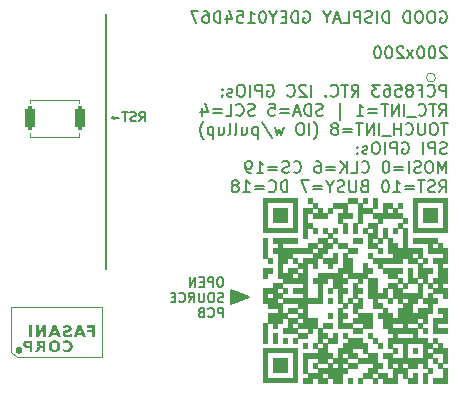
<source format=gbo>
G04 #@! TF.GenerationSoftware,KiCad,Pcbnew,7.0.1-3b83917a11~172~ubuntu22.04.1*
G04 #@! TF.CreationDate,2023-04-18T13:12:10+02:00*
G04 #@! TF.ProjectId,154-watch,3135342d-7761-4746-9368-2e6b69636164,rev?*
G04 #@! TF.SameCoordinates,Original*
G04 #@! TF.FileFunction,Legend,Bot*
G04 #@! TF.FilePolarity,Positive*
%FSLAX46Y46*%
G04 Gerber Fmt 4.6, Leading zero omitted, Abs format (unit mm)*
G04 Created by KiCad (PCBNEW 7.0.1-3b83917a11~172~ubuntu22.04.1) date 2023-04-18 13:12:10*
%MOMM*%
%LPD*%
G01*
G04 APERTURE LIST*
G04 Aperture macros list*
%AMRoundRect*
0 Rectangle with rounded corners*
0 $1 Rounding radius*
0 $2 $3 $4 $5 $6 $7 $8 $9 X,Y pos of 4 corners*
0 Add a 4 corners polygon primitive as box body*
4,1,4,$2,$3,$4,$5,$6,$7,$8,$9,$2,$3,0*
0 Add four circle primitives for the rounded corners*
1,1,$1+$1,$2,$3*
1,1,$1+$1,$4,$5*
1,1,$1+$1,$6,$7*
1,1,$1+$1,$8,$9*
0 Add four rect primitives between the rounded corners*
20,1,$1+$1,$2,$3,$4,$5,0*
20,1,$1+$1,$4,$5,$6,$7,0*
20,1,$1+$1,$6,$7,$8,$9,0*
20,1,$1+$1,$8,$9,$2,$3,0*%
G04 Aperture macros list end*
%ADD10C,0.000000*%
%ADD11C,0.031749*%
%ADD12C,0.150000*%
%ADD13C,0.130000*%
%ADD14C,0.120000*%
%ADD15C,2.100000*%
%ADD16R,1.000000X1.000000*%
%ADD17O,1.000000X1.000000*%
%ADD18C,0.650000*%
%ADD19O,2.100000X1.000000*%
%ADD20O,1.600000X1.000000*%
%ADD21RoundRect,0.200000X-0.200000X-0.800000X0.200000X-0.800000X0.200000X0.800000X-0.200000X0.800000X0*%
G04 APERTURE END LIST*
D10*
G36*
X97060000Y-55576667D02*
G01*
X96623966Y-55576667D01*
X96623966Y-55140633D01*
X97060000Y-55140633D01*
X97060000Y-55576667D01*
G37*
G36*
X94520000Y-50073333D02*
G01*
X94083967Y-50073333D01*
X94083967Y-49637301D01*
X94520000Y-49637301D01*
X94520000Y-50073333D01*
G37*
G36*
X102986667Y-52613334D02*
G01*
X102550633Y-52613334D01*
X102550633Y-52177300D01*
X102986667Y-52177300D01*
X102986667Y-52613334D01*
G37*
G36*
X103410000Y-53036667D02*
G01*
X102973966Y-53036667D01*
X102973966Y-52600634D01*
X103410000Y-52600634D01*
X103410000Y-53036667D01*
G37*
G36*
X97906666Y-51766668D02*
G01*
X97470633Y-51766668D01*
X97470633Y-51330634D01*
X97906666Y-51330634D01*
X97906666Y-51766668D01*
G37*
G36*
X95790000Y-55576667D02*
G01*
X95353967Y-55576667D01*
X95353967Y-55140633D01*
X95790000Y-55140633D01*
X95790000Y-55576667D01*
G37*
G36*
X103833333Y-47533334D02*
G01*
X103397299Y-47533334D01*
X103397299Y-47097301D01*
X103833333Y-47097301D01*
X103833333Y-47533334D01*
G37*
G36*
X101293333Y-56000000D02*
G01*
X100857300Y-56000000D01*
X100857300Y-55563967D01*
X101293333Y-55563967D01*
X101293333Y-56000000D01*
G37*
G36*
X96636666Y-52190001D02*
G01*
X96200633Y-52190001D01*
X96200633Y-51753967D01*
X96636666Y-51753967D01*
X96636666Y-52190001D01*
G37*
G36*
X96213333Y-52613334D02*
G01*
X95777300Y-52613334D01*
X95777300Y-52177300D01*
X96213333Y-52177300D01*
X96213333Y-52613334D01*
G37*
G36*
X100870000Y-56423333D02*
G01*
X100433966Y-56423333D01*
X100433966Y-55987300D01*
X100870000Y-55987300D01*
X100870000Y-56423333D01*
G37*
G36*
X107643332Y-56000000D02*
G01*
X107207300Y-56000000D01*
X107207300Y-55563967D01*
X107643332Y-55563967D01*
X107643332Y-56000000D01*
G37*
G36*
X100446667Y-52613334D02*
G01*
X100010633Y-52613334D01*
X100010633Y-52177300D01*
X100446667Y-52177300D01*
X100446667Y-52613334D01*
G37*
G36*
X74583521Y-57560324D02*
G01*
X74330365Y-57560324D01*
X74330365Y-56578608D01*
X74583521Y-56578608D01*
X74583521Y-57560324D01*
G37*
G36*
X96636666Y-50920000D02*
G01*
X96200633Y-50920000D01*
X96200633Y-50483967D01*
X96636666Y-50483967D01*
X96636666Y-50920000D01*
G37*
G36*
X100870000Y-54730001D02*
G01*
X100433966Y-54730001D01*
X100433966Y-54293967D01*
X100870000Y-54293967D01*
X100870000Y-54730001D01*
G37*
G36*
X100023334Y-54730001D02*
G01*
X99587300Y-54730001D01*
X99587300Y-54293967D01*
X100023334Y-54293967D01*
X100023334Y-54730001D01*
G37*
G36*
X99600000Y-47533334D02*
G01*
X99163966Y-47533334D01*
X99163966Y-47097301D01*
X99600000Y-47097301D01*
X99600000Y-47533334D01*
G37*
G36*
X99176666Y-52613334D02*
G01*
X98740633Y-52613334D01*
X98740633Y-52177300D01*
X99176666Y-52177300D01*
X99176666Y-52613334D01*
G37*
G36*
X95366666Y-56846667D02*
G01*
X94930633Y-56846667D01*
X94930633Y-56410634D01*
X95366666Y-56410634D01*
X95366666Y-56846667D01*
G37*
G36*
X102563333Y-54730001D02*
G01*
X102127299Y-54730001D01*
X102127299Y-54293967D01*
X102563333Y-54293967D01*
X102563333Y-54730001D01*
G37*
G36*
X105950000Y-55576667D02*
G01*
X105513966Y-55576667D01*
X105513966Y-55140633D01*
X105950000Y-55140633D01*
X105950000Y-55576667D01*
G37*
G36*
X104256666Y-47956667D02*
G01*
X103820633Y-47956667D01*
X103820633Y-47520634D01*
X104256666Y-47520634D01*
X104256666Y-47956667D01*
G37*
G36*
X97483333Y-54730001D02*
G01*
X97047300Y-54730001D01*
X97047300Y-54293967D01*
X97483333Y-54293967D01*
X97483333Y-54730001D01*
G37*
G36*
X106373334Y-59386666D02*
G01*
X105937299Y-59386666D01*
X105937299Y-58950634D01*
X106373334Y-58950634D01*
X106373334Y-59386666D01*
G37*
G36*
X105950000Y-53883334D02*
G01*
X105513966Y-53883334D01*
X105513966Y-53447300D01*
X105950000Y-53447300D01*
X105950000Y-53883334D01*
G37*
G36*
X105950000Y-58116668D02*
G01*
X105513966Y-58116668D01*
X105513966Y-57680633D01*
X105950000Y-57680633D01*
X105950000Y-58116668D01*
G37*
G36*
X95366666Y-53883334D02*
G01*
X94930633Y-53883334D01*
X94930633Y-53447300D01*
X95366666Y-53447300D01*
X95366666Y-53883334D01*
G37*
G36*
X102140000Y-53883334D02*
G01*
X101703966Y-53883334D01*
X101703966Y-53447300D01*
X102140000Y-53447300D01*
X102140000Y-53883334D01*
G37*
G36*
X97906666Y-56000000D02*
G01*
X97470633Y-56000000D01*
X97470633Y-55563967D01*
X97906666Y-55563967D01*
X97906666Y-56000000D01*
G37*
G36*
X103833333Y-46686667D02*
G01*
X103397299Y-46686667D01*
X103397299Y-46250634D01*
X103833333Y-46250634D01*
X103833333Y-46686667D01*
G37*
G36*
X109759999Y-60656665D02*
G01*
X109323965Y-60656665D01*
X109323965Y-60220633D01*
X109759999Y-60220633D01*
X109759999Y-60656665D01*
G37*
G36*
X100023334Y-56846667D02*
G01*
X99587300Y-56846667D01*
X99587300Y-56410634D01*
X100023334Y-56410634D01*
X100023334Y-56846667D01*
G37*
G36*
X105103333Y-46686667D02*
G01*
X104667300Y-46686667D01*
X104667300Y-46250634D01*
X105103333Y-46250634D01*
X105103333Y-46686667D01*
G37*
G36*
X100870000Y-53460000D02*
G01*
X100433966Y-53460000D01*
X100433966Y-53023967D01*
X100870000Y-53023967D01*
X100870000Y-53460000D01*
G37*
G36*
X105526666Y-48803334D02*
G01*
X105090633Y-48803334D01*
X105090633Y-48367300D01*
X105526666Y-48367300D01*
X105526666Y-48803334D01*
G37*
G36*
X108913331Y-58116668D02*
G01*
X108477299Y-58116668D01*
X108477299Y-57680633D01*
X108913331Y-57680633D01*
X108913331Y-58116668D01*
G37*
G36*
X105103333Y-56846667D02*
G01*
X104667300Y-56846667D01*
X104667300Y-56410634D01*
X105103333Y-56410634D01*
X105103333Y-56846667D01*
G37*
G36*
X105103333Y-54730001D02*
G01*
X104667300Y-54730001D01*
X104667300Y-54293967D01*
X105103333Y-54293967D01*
X105103333Y-54730001D01*
G37*
G36*
X102140000Y-53460000D02*
G01*
X101703966Y-53460000D01*
X101703966Y-53023967D01*
X102140000Y-53023967D01*
X102140000Y-53460000D01*
G37*
G36*
X105526666Y-57693334D02*
G01*
X105090633Y-57693334D01*
X105090633Y-57257300D01*
X105526666Y-57257300D01*
X105526666Y-57693334D01*
G37*
G36*
X97906666Y-55153334D02*
G01*
X97470633Y-55153334D01*
X97470633Y-54717300D01*
X97906666Y-54717300D01*
X97906666Y-55153334D01*
G37*
G36*
X98753333Y-54730001D02*
G01*
X98317300Y-54730001D01*
X98317300Y-54293967D01*
X98753333Y-54293967D01*
X98753333Y-54730001D01*
G37*
G36*
X105103333Y-52190001D02*
G01*
X104667300Y-52190001D01*
X104667300Y-51753967D01*
X105103333Y-51753967D01*
X105103333Y-52190001D01*
G37*
G36*
X100446667Y-59810000D02*
G01*
X100010633Y-59810000D01*
X100010633Y-59373966D01*
X100446667Y-59373966D01*
X100446667Y-59810000D01*
G37*
G36*
X108066666Y-59810000D02*
G01*
X107630632Y-59810000D01*
X107630632Y-59373966D01*
X108066666Y-59373966D01*
X108066666Y-59810000D01*
G37*
G36*
X96636666Y-53036667D02*
G01*
X96200633Y-53036667D01*
X96200633Y-52600634D01*
X96636666Y-52600634D01*
X96636666Y-53036667D01*
G37*
G36*
X101293333Y-58540000D02*
G01*
X100857300Y-58540000D01*
X100857300Y-58103966D01*
X101293333Y-58103966D01*
X101293333Y-58540000D01*
G37*
G36*
X105526666Y-50496667D02*
G01*
X105090633Y-50496667D01*
X105090633Y-50060634D01*
X105526666Y-50060634D01*
X105526666Y-50496667D01*
G37*
G36*
X104679999Y-51343334D02*
G01*
X104243966Y-51343334D01*
X104243966Y-50907300D01*
X104679999Y-50907300D01*
X104679999Y-51343334D01*
G37*
G36*
X98329999Y-54730001D02*
G01*
X97893967Y-54730001D01*
X97893967Y-54293967D01*
X98329999Y-54293967D01*
X98329999Y-54730001D01*
G37*
G36*
X103410000Y-57693334D02*
G01*
X102973966Y-57693334D01*
X102973966Y-57257300D01*
X103410000Y-57257300D01*
X103410000Y-57693334D01*
G37*
G36*
X77521295Y-57834144D02*
G01*
X77550218Y-57835706D01*
X77578345Y-57838310D01*
X77605676Y-57841954D01*
X77632211Y-57846640D01*
X77657950Y-57852367D01*
X77682894Y-57859135D01*
X77707041Y-57866945D01*
X77730392Y-57875796D01*
X77752947Y-57885688D01*
X77774707Y-57896621D01*
X77795670Y-57908596D01*
X77815837Y-57921612D01*
X77835208Y-57935669D01*
X77853784Y-57950767D01*
X77871563Y-57966906D01*
X77888324Y-57983944D01*
X77904003Y-58001738D01*
X77918601Y-58020288D01*
X77932118Y-58039595D01*
X77944553Y-58059657D01*
X77955907Y-58080475D01*
X77966180Y-58102048D01*
X77975371Y-58124378D01*
X77983481Y-58147464D01*
X77990509Y-58171306D01*
X77996457Y-58195904D01*
X78001323Y-58221257D01*
X78005107Y-58247367D01*
X78007811Y-58274233D01*
X78009433Y-58301854D01*
X78009973Y-58330231D01*
X78009430Y-58358609D01*
X78007801Y-58386230D01*
X78005085Y-58413096D01*
X78001283Y-58439205D01*
X77996394Y-58464559D01*
X77990419Y-58489157D01*
X77983358Y-58512999D01*
X77975211Y-58536085D01*
X77965977Y-58558415D01*
X77955657Y-58579988D01*
X77944250Y-58600806D01*
X77931757Y-58620868D01*
X77918178Y-58640174D01*
X77903513Y-58658725D01*
X77887761Y-58676519D01*
X77870923Y-58693557D01*
X77853146Y-58709619D01*
X77834578Y-58724645D01*
X77815219Y-58738635D01*
X77795069Y-58751588D01*
X77774128Y-58763505D01*
X77752397Y-58774386D01*
X77729874Y-58784230D01*
X77706560Y-58793038D01*
X77682456Y-58800810D01*
X77657560Y-58807546D01*
X77631874Y-58813245D01*
X77605396Y-58817908D01*
X77578127Y-58821535D01*
X77550068Y-58824126D01*
X77521218Y-58825680D01*
X77491576Y-58826198D01*
X77471799Y-58825920D01*
X77452198Y-58825087D01*
X77432771Y-58823698D01*
X77413520Y-58821753D01*
X77394444Y-58819252D01*
X77375544Y-58816196D01*
X77356818Y-58812584D01*
X77338268Y-58808416D01*
X77319893Y-58803693D01*
X77301693Y-58798414D01*
X77283668Y-58792579D01*
X77265819Y-58786189D01*
X77248144Y-58779242D01*
X77230645Y-58771740D01*
X77213322Y-58763683D01*
X77196173Y-58755069D01*
X77196173Y-58557066D01*
X77212718Y-58568007D01*
X77229354Y-58578242D01*
X77246080Y-58587772D01*
X77262895Y-58596595D01*
X77279801Y-58604713D01*
X77296797Y-58612124D01*
X77313883Y-58618830D01*
X77331059Y-58624830D01*
X77348325Y-58630124D01*
X77365682Y-58634712D01*
X77383128Y-58638594D01*
X77400665Y-58641771D01*
X77418291Y-58644241D01*
X77436008Y-58646006D01*
X77453815Y-58647065D01*
X77471712Y-58647418D01*
X77471711Y-58647425D01*
X77488296Y-58647092D01*
X77504411Y-58646093D01*
X77520055Y-58644429D01*
X77535229Y-58642099D01*
X77549932Y-58639103D01*
X77564165Y-58635441D01*
X77577927Y-58631113D01*
X77591218Y-58626119D01*
X77604039Y-58620460D01*
X77616389Y-58614135D01*
X77628268Y-58607144D01*
X77639677Y-58599487D01*
X77650616Y-58591164D01*
X77661084Y-58582175D01*
X77671081Y-58572521D01*
X77680608Y-58562200D01*
X77689609Y-58551307D01*
X77698029Y-58539933D01*
X77705869Y-58528078D01*
X77713128Y-58515743D01*
X77719806Y-58502927D01*
X77725903Y-58489630D01*
X77731420Y-58475853D01*
X77736356Y-58461596D01*
X77740712Y-58446858D01*
X77744486Y-58431639D01*
X77747680Y-58415940D01*
X77750293Y-58399760D01*
X77752326Y-58383100D01*
X77753778Y-58365959D01*
X77754649Y-58348337D01*
X77754939Y-58330235D01*
X77754649Y-58312133D01*
X77753778Y-58294512D01*
X77752326Y-58277371D01*
X77750293Y-58260710D01*
X77747680Y-58244530D01*
X77744486Y-58228831D01*
X77740712Y-58213612D01*
X77736356Y-58198874D01*
X77731420Y-58184617D01*
X77725903Y-58170840D01*
X77719806Y-58157543D01*
X77713128Y-58144728D01*
X77705869Y-58132392D01*
X77698029Y-58120538D01*
X77689609Y-58109163D01*
X77680608Y-58098270D01*
X77671081Y-58087872D01*
X77661084Y-58078145D01*
X77650616Y-58069089D01*
X77639677Y-58060704D01*
X77628268Y-58052990D01*
X77616389Y-58045946D01*
X77604039Y-58039573D01*
X77591218Y-58033871D01*
X77577927Y-58028840D01*
X77564165Y-58024479D01*
X77549932Y-58020790D01*
X77535229Y-58017771D01*
X77520055Y-58015423D01*
X77504411Y-58013746D01*
X77488296Y-58012740D01*
X77471711Y-58012404D01*
X77453964Y-58012757D01*
X77436288Y-58013816D01*
X77418681Y-58015581D01*
X77401144Y-58018051D01*
X77383678Y-58021228D01*
X77366282Y-58025110D01*
X77348955Y-58029698D01*
X77331699Y-58034992D01*
X77314513Y-58040992D01*
X77297397Y-58047698D01*
X77280351Y-58055110D01*
X77263375Y-58063227D01*
X77246469Y-58072050D01*
X77229634Y-58081580D01*
X77212868Y-58091815D01*
X77196173Y-58102756D01*
X77196173Y-57904753D01*
X77213321Y-57896139D01*
X77230645Y-57888082D01*
X77248144Y-57880580D01*
X77265818Y-57873633D01*
X77283668Y-57867243D01*
X77301692Y-57861408D01*
X77319892Y-57856129D01*
X77338267Y-57851406D01*
X77356818Y-57847238D01*
X77375543Y-57843626D01*
X77394444Y-57840570D01*
X77413520Y-57838069D01*
X77432771Y-57836124D01*
X77452197Y-57834735D01*
X77471799Y-57833902D01*
X77491576Y-57833624D01*
X77521295Y-57834144D01*
G37*
G36*
X109759999Y-61503333D02*
G01*
X109323965Y-61503333D01*
X109323965Y-61067299D01*
X109759999Y-61067299D01*
X109759999Y-61503333D01*
G37*
G36*
X103833333Y-46263334D02*
G01*
X103397299Y-46263334D01*
X103397299Y-45827301D01*
X103833333Y-45827301D01*
X103833333Y-46263334D01*
G37*
G36*
X105103333Y-47533334D02*
G01*
X104667300Y-47533334D01*
X104667300Y-47097301D01*
X105103333Y-47097301D01*
X105103333Y-47533334D01*
G37*
G36*
X97483333Y-55153334D02*
G01*
X97047300Y-55153334D01*
X97047300Y-54717300D01*
X97483333Y-54717300D01*
X97483333Y-55153334D01*
G37*
G36*
X98753333Y-61079999D02*
G01*
X98317300Y-61079999D01*
X98317300Y-60643967D01*
X98753333Y-60643967D01*
X98753333Y-61079999D01*
G37*
G36*
X101293333Y-55153334D02*
G01*
X100857300Y-55153334D01*
X100857300Y-54717300D01*
X101293333Y-54717300D01*
X101293333Y-55153334D01*
G37*
G36*
X105950000Y-51343334D02*
G01*
X105513966Y-51343334D01*
X105513966Y-50907300D01*
X105950000Y-50907300D01*
X105950000Y-51343334D01*
G37*
G36*
X103833333Y-54730001D02*
G01*
X103397299Y-54730001D01*
X103397299Y-54293967D01*
X103833333Y-54293967D01*
X103833333Y-54730001D01*
G37*
G36*
X97906666Y-60233333D02*
G01*
X97470633Y-60233333D01*
X97470633Y-59797300D01*
X97906666Y-59797300D01*
X97906666Y-60233333D01*
G37*
G36*
X102140000Y-54306667D02*
G01*
X101703966Y-54306667D01*
X101703966Y-53870633D01*
X102140000Y-53870633D01*
X102140000Y-54306667D01*
G37*
G36*
X97906666Y-59386666D02*
G01*
X97470633Y-59386666D01*
X97470633Y-58950634D01*
X97906666Y-58950634D01*
X97906666Y-59386666D01*
G37*
G36*
X104256666Y-49650000D02*
G01*
X103820633Y-49650000D01*
X103820633Y-49213967D01*
X104256666Y-49213967D01*
X104256666Y-49650000D01*
G37*
G36*
X101293333Y-48803334D02*
G01*
X100857300Y-48803334D01*
X100857300Y-48367300D01*
X101293333Y-48367300D01*
X101293333Y-48803334D01*
G37*
G36*
X97906666Y-47956667D02*
G01*
X97470633Y-47956667D01*
X97470633Y-47520634D01*
X97906666Y-47520634D01*
X97906666Y-47956667D01*
G37*
G36*
X106373334Y-49650000D02*
G01*
X105937299Y-49650000D01*
X105937299Y-49213967D01*
X106373334Y-49213967D01*
X106373334Y-49650000D01*
G37*
G36*
X75699403Y-58807617D02*
G01*
X75452699Y-58807617D01*
X75452699Y-58445570D01*
X75382853Y-58445570D01*
X75375109Y-58445682D01*
X75367575Y-58446020D01*
X75360251Y-58446583D01*
X75353137Y-58447372D01*
X75346233Y-58448386D01*
X75339540Y-58449625D01*
X75333057Y-58451089D01*
X75326784Y-58452779D01*
X75320722Y-58454694D01*
X75314870Y-58456834D01*
X75309228Y-58459199D01*
X75303796Y-58461790D01*
X75298575Y-58464606D01*
X75293564Y-58467647D01*
X75288763Y-58470913D01*
X75284172Y-58474405D01*
X75279621Y-58478082D01*
X75275101Y-58482065D01*
X75270610Y-58486353D01*
X75266150Y-58490946D01*
X75261719Y-58495845D01*
X75257319Y-58501049D01*
X75252949Y-58506559D01*
X75248608Y-58512373D01*
X75244298Y-58518493D01*
X75240018Y-58524919D01*
X75235767Y-58531650D01*
X75231547Y-58538686D01*
X75227357Y-58546027D01*
X75223197Y-58553674D01*
X75219067Y-58561626D01*
X75214967Y-58569884D01*
X75098344Y-58807617D01*
X74835621Y-58807617D01*
X74969545Y-58535921D01*
X74978877Y-58517808D01*
X74988288Y-58500637D01*
X74997780Y-58484407D01*
X75002556Y-58476645D01*
X75007351Y-58469118D01*
X75012167Y-58461827D01*
X75017003Y-58454771D01*
X75021859Y-58447950D01*
X75026735Y-58441364D01*
X75031631Y-58435014D01*
X75036547Y-58428899D01*
X75041483Y-58423019D01*
X75046440Y-58417375D01*
X75051391Y-58411971D01*
X75056472Y-58406812D01*
X75061683Y-58401898D01*
X75067025Y-58397230D01*
X75072497Y-58392807D01*
X75078098Y-58388630D01*
X75083830Y-58384697D01*
X75089693Y-58381010D01*
X75095685Y-58377569D01*
X75101808Y-58374372D01*
X75108060Y-58371421D01*
X75114443Y-58368715D01*
X75120956Y-58366255D01*
X75127599Y-58364039D01*
X75134373Y-58362070D01*
X75141276Y-58360345D01*
X75119006Y-58352628D01*
X75098173Y-58343895D01*
X75078777Y-58334145D01*
X75060817Y-58323379D01*
X75052376Y-58317615D01*
X75044294Y-58311597D01*
X75036572Y-58305325D01*
X75029208Y-58298799D01*
X75022204Y-58292019D01*
X75015559Y-58284985D01*
X75009273Y-58277697D01*
X75003346Y-58270155D01*
X74997779Y-58262358D01*
X74992571Y-58254308D01*
X74987722Y-58246003D01*
X74983232Y-58237445D01*
X74979101Y-58228632D01*
X74975330Y-58219566D01*
X74971917Y-58210245D01*
X74968864Y-58200670D01*
X74963835Y-58180758D01*
X74960243Y-58159830D01*
X74959420Y-58151451D01*
X75204073Y-58151451D01*
X75204201Y-58159247D01*
X75204584Y-58166787D01*
X75205222Y-58174066D01*
X75206115Y-58181084D01*
X75207264Y-58187843D01*
X75208669Y-58194341D01*
X75210328Y-58200578D01*
X75212243Y-58206556D01*
X75214413Y-58212273D01*
X75216839Y-58217729D01*
X75219519Y-58222926D01*
X75222456Y-58227862D01*
X75225647Y-58232537D01*
X75229094Y-58236953D01*
X75232796Y-58241108D01*
X75236753Y-58245003D01*
X75240946Y-58248650D01*
X75245514Y-58252062D01*
X75250458Y-58255239D01*
X75255777Y-58258180D01*
X75261471Y-58260886D01*
X75267541Y-58263356D01*
X75273987Y-58265592D01*
X75280807Y-58267592D01*
X75288004Y-58269356D01*
X75295576Y-58270885D01*
X75303523Y-58272180D01*
X75311846Y-58273238D01*
X75320544Y-58274062D01*
X75329617Y-58274650D01*
X75339067Y-58275003D01*
X75348891Y-58275120D01*
X75452699Y-58275120D01*
X75452699Y-58029700D01*
X75348891Y-58029700D01*
X75339752Y-58029808D01*
X75330919Y-58030131D01*
X75322391Y-58030669D01*
X75314168Y-58031423D01*
X75306251Y-58032391D01*
X75298639Y-58033575D01*
X75291333Y-58034974D01*
X75284332Y-58036589D01*
X75277636Y-58038419D01*
X75271246Y-58040464D01*
X75265161Y-58042724D01*
X75259381Y-58045199D01*
X75253907Y-58047890D01*
X75248738Y-58050796D01*
X75243875Y-58053918D01*
X75239316Y-58057254D01*
X75235049Y-58060776D01*
X75231056Y-58064613D01*
X75227339Y-58068765D01*
X75223898Y-58073233D01*
X75220731Y-58078016D01*
X75217840Y-58083115D01*
X75215224Y-58088529D01*
X75212884Y-58094259D01*
X75210819Y-58100304D01*
X75209029Y-58106664D01*
X75207515Y-58113340D01*
X75206276Y-58120331D01*
X75205312Y-58127638D01*
X75204624Y-58135260D01*
X75204211Y-58143198D01*
X75204073Y-58151451D01*
X74959420Y-58151451D01*
X74959420Y-58151447D01*
X74958088Y-58137886D01*
X74957370Y-58114925D01*
X74957370Y-58114921D01*
X74957440Y-58107215D01*
X74957650Y-58099633D01*
X74958001Y-58092176D01*
X74958492Y-58084845D01*
X74959122Y-58077639D01*
X74959893Y-58070558D01*
X74960804Y-58063602D01*
X74961856Y-58056771D01*
X74963047Y-58050065D01*
X74964379Y-58043485D01*
X74965851Y-58037029D01*
X74967463Y-58030699D01*
X74969215Y-58024494D01*
X74971107Y-58018414D01*
X74973140Y-58012459D01*
X74975312Y-58006629D01*
X74977567Y-58000825D01*
X74980008Y-57995106D01*
X74982634Y-57989472D01*
X74985445Y-57983923D01*
X74988441Y-57978458D01*
X74991622Y-57973080D01*
X74994989Y-57967786D01*
X74998541Y-57962577D01*
X75002278Y-57957453D01*
X75006200Y-57952414D01*
X75010308Y-57947461D01*
X75014601Y-57942592D01*
X75019079Y-57937808D01*
X75023742Y-57933110D01*
X75028590Y-57928496D01*
X75033624Y-57923968D01*
X75038873Y-57919550D01*
X75044367Y-57915267D01*
X75050107Y-57911119D01*
X75056092Y-57907107D01*
X75062322Y-57903229D01*
X75068797Y-57899487D01*
X75075518Y-57895881D01*
X75082484Y-57892409D01*
X75089695Y-57889072D01*
X75097152Y-57885871D01*
X75104854Y-57882805D01*
X75112801Y-57879874D01*
X75120994Y-57877078D01*
X75129432Y-57874418D01*
X75138115Y-57871892D01*
X75147043Y-57869501D01*
X75165626Y-57865146D01*
X75185170Y-57861372D01*
X75205676Y-57858178D01*
X75227142Y-57855565D01*
X75249570Y-57853533D01*
X75272958Y-57852081D01*
X75297308Y-57851210D01*
X75322619Y-57850920D01*
X75699403Y-57850920D01*
X75699403Y-58807617D01*
G37*
G36*
X102563333Y-57270000D02*
G01*
X102127299Y-57270000D01*
X102127299Y-56833967D01*
X102563333Y-56833967D01*
X102563333Y-57270000D01*
G37*
G36*
X102986667Y-51766668D02*
G01*
X102550633Y-51766668D01*
X102550633Y-51330634D01*
X102986667Y-51330634D01*
X102986667Y-51766668D01*
G37*
G36*
X98329999Y-50496667D02*
G01*
X97893967Y-50496667D01*
X97893967Y-50060634D01*
X98329999Y-50060634D01*
X98329999Y-50496667D01*
G37*
G36*
X108913331Y-50496667D02*
G01*
X108477299Y-50496667D01*
X108477299Y-50060634D01*
X108913331Y-50060634D01*
X108913331Y-50496667D01*
G37*
G36*
X107643332Y-52190001D02*
G01*
X107207300Y-52190001D01*
X107207300Y-51753967D01*
X107643332Y-51753967D01*
X107643332Y-52190001D01*
G37*
G36*
X103833333Y-54306667D02*
G01*
X103397299Y-54306667D01*
X103397299Y-53870633D01*
X103833333Y-53870633D01*
X103833333Y-54306667D01*
G37*
G36*
X102986667Y-56846667D02*
G01*
X102550633Y-56846667D01*
X102550633Y-56410634D01*
X102986667Y-56410634D01*
X102986667Y-56846667D01*
G37*
G36*
X106796666Y-50496667D02*
G01*
X106360632Y-50496667D01*
X106360632Y-50060634D01*
X106796666Y-50060634D01*
X106796666Y-50496667D01*
G37*
G36*
X103833333Y-53883334D02*
G01*
X103397299Y-53883334D01*
X103397299Y-53447300D01*
X103833333Y-53447300D01*
X103833333Y-53883334D01*
G37*
G36*
X103833333Y-48380000D02*
G01*
X103397299Y-48380000D01*
X103397299Y-47943967D01*
X103833333Y-47943967D01*
X103833333Y-48380000D01*
G37*
G36*
X102986667Y-58963332D02*
G01*
X102550633Y-58963332D01*
X102550633Y-58527300D01*
X102986667Y-58527300D01*
X102986667Y-58963332D01*
G37*
G36*
X104256666Y-51343334D02*
G01*
X103820633Y-51343334D01*
X103820633Y-50907300D01*
X104256666Y-50907300D01*
X104256666Y-51343334D01*
G37*
G36*
X106796666Y-53036667D02*
G01*
X106360632Y-53036667D01*
X106360632Y-52600634D01*
X106796666Y-52600634D01*
X106796666Y-53036667D01*
G37*
G36*
X98753333Y-47533334D02*
G01*
X98317300Y-47533334D01*
X98317300Y-47097301D01*
X98753333Y-47097301D01*
X98753333Y-47533334D01*
G37*
G36*
X101293333Y-51766668D02*
G01*
X100857300Y-51766668D01*
X100857300Y-51330634D01*
X101293333Y-51330634D01*
X101293333Y-51766668D01*
G37*
G36*
X106373334Y-50496667D02*
G01*
X105937299Y-50496667D01*
X105937299Y-50060634D01*
X106373334Y-50060634D01*
X106373334Y-50496667D01*
G37*
G36*
X100446667Y-46686667D02*
G01*
X100010633Y-46686667D01*
X100010633Y-46250634D01*
X100446667Y-46250634D01*
X100446667Y-46686667D01*
G37*
G36*
X95790000Y-56000000D02*
G01*
X95353967Y-56000000D01*
X95353967Y-55563967D01*
X95790000Y-55563967D01*
X95790000Y-56000000D01*
G37*
G36*
X104256666Y-51766668D02*
G01*
X103820633Y-51766668D01*
X103820633Y-51330634D01*
X104256666Y-51330634D01*
X104256666Y-51766668D01*
G37*
G36*
X108066666Y-61079999D02*
G01*
X107630632Y-61079999D01*
X107630632Y-60643967D01*
X108066666Y-60643967D01*
X108066666Y-61079999D01*
G37*
G36*
X107219998Y-54306667D02*
G01*
X106783966Y-54306667D01*
X106783966Y-53870633D01*
X107219998Y-53870633D01*
X107219998Y-54306667D01*
G37*
G36*
X99176666Y-47110000D02*
G01*
X98740633Y-47110000D01*
X98740633Y-46673967D01*
X99176666Y-46673967D01*
X99176666Y-47110000D01*
G37*
G36*
X94520000Y-58116668D02*
G01*
X94083967Y-58116668D01*
X94083967Y-57680633D01*
X94520000Y-57680633D01*
X94520000Y-58116668D01*
G37*
G36*
X106796666Y-58116668D02*
G01*
X106360632Y-58116668D01*
X106360632Y-57680633D01*
X106796666Y-57680633D01*
X106796666Y-58116668D01*
G37*
G36*
X106373334Y-61079999D02*
G01*
X105937299Y-61079999D01*
X105937299Y-60643967D01*
X106373334Y-60643967D01*
X106373334Y-61079999D01*
G37*
G36*
X108066666Y-56423333D02*
G01*
X107630632Y-56423333D01*
X107630632Y-55987300D01*
X108066666Y-55987300D01*
X108066666Y-56423333D01*
G37*
G36*
X97060000Y-49650000D02*
G01*
X96623966Y-49650000D01*
X96623966Y-49213967D01*
X97060000Y-49213967D01*
X97060000Y-49650000D01*
G37*
G36*
X108913331Y-53883334D02*
G01*
X108477299Y-53883334D01*
X108477299Y-53447300D01*
X108913331Y-53447300D01*
X108913331Y-53883334D01*
G37*
G36*
X107219998Y-49650000D02*
G01*
X106783966Y-49650000D01*
X106783966Y-49213967D01*
X107219998Y-49213967D01*
X107219998Y-49650000D01*
G37*
G36*
X97060000Y-56423333D02*
G01*
X96623966Y-56423333D01*
X96623966Y-55987300D01*
X97060000Y-55987300D01*
X97060000Y-56423333D01*
G37*
G36*
X100870000Y-54306667D02*
G01*
X100433966Y-54306667D01*
X100433966Y-53870633D01*
X100870000Y-53870633D01*
X100870000Y-54306667D01*
G37*
G36*
X104256666Y-58540000D02*
G01*
X103820633Y-58540000D01*
X103820633Y-58103966D01*
X104256666Y-58103966D01*
X104256666Y-58540000D01*
G37*
G36*
X98753333Y-53036667D02*
G01*
X98317300Y-53036667D01*
X98317300Y-52600634D01*
X98753333Y-52600634D01*
X98753333Y-53036667D01*
G37*
G36*
X106373334Y-57270000D02*
G01*
X105937299Y-57270000D01*
X105937299Y-56833967D01*
X106373334Y-56833967D01*
X106373334Y-57270000D01*
G37*
G36*
X78442707Y-56578608D02*
G01*
X78744521Y-56578608D01*
X79108145Y-57560324D01*
X78853674Y-57560324D01*
X78791207Y-57381471D01*
X78395364Y-57381471D01*
X78333554Y-57560324D01*
X78079083Y-57560324D01*
X78212795Y-57199328D01*
X78459146Y-57199328D01*
X78728082Y-57199328D01*
X78593285Y-56808746D01*
X78459146Y-57199328D01*
X78212795Y-57199328D01*
X78442707Y-56578608D01*
G37*
G36*
X97906666Y-52190001D02*
G01*
X97470633Y-52190001D01*
X97470633Y-51753967D01*
X97906666Y-51753967D01*
X97906666Y-52190001D01*
G37*
G36*
X94943333Y-55153334D02*
G01*
X94507300Y-55153334D01*
X94507300Y-54717300D01*
X94943333Y-54717300D01*
X94943333Y-55153334D01*
G37*
G36*
X106796666Y-56423333D02*
G01*
X106360632Y-56423333D01*
X106360632Y-55987300D01*
X106796666Y-55987300D01*
X106796666Y-56423333D01*
G37*
G36*
X101293333Y-53036667D02*
G01*
X100857300Y-53036667D01*
X100857300Y-52600634D01*
X101293333Y-52600634D01*
X101293333Y-53036667D01*
G37*
G36*
X100446667Y-50920000D02*
G01*
X100010633Y-50920000D01*
X100010633Y-50483967D01*
X100446667Y-50483967D01*
X100446667Y-50920000D01*
G37*
G36*
X105526666Y-47533334D02*
G01*
X105090633Y-47533334D01*
X105090633Y-47097301D01*
X105526666Y-47097301D01*
X105526666Y-47533334D01*
G37*
G36*
X101293333Y-58963332D02*
G01*
X100857300Y-58963332D01*
X100857300Y-58527300D01*
X101293333Y-58527300D01*
X101293333Y-58963332D01*
G37*
G36*
X104256666Y-60233333D02*
G01*
X103820633Y-60233333D01*
X103820633Y-59797300D01*
X104256666Y-59797300D01*
X104256666Y-60233333D01*
G37*
G36*
X108066666Y-52613334D02*
G01*
X107630632Y-52613334D01*
X107630632Y-52177300D01*
X108066666Y-52177300D01*
X108066666Y-52613334D01*
G37*
G36*
X105950000Y-53036667D02*
G01*
X105513966Y-53036667D01*
X105513966Y-52600634D01*
X105950000Y-52600634D01*
X105950000Y-53036667D01*
G37*
G36*
X94943333Y-56000000D02*
G01*
X94507300Y-56000000D01*
X94507300Y-55563967D01*
X94943333Y-55563967D01*
X94943333Y-56000000D01*
G37*
G36*
X107643332Y-55576667D02*
G01*
X107207300Y-55576667D01*
X107207300Y-55140633D01*
X107643332Y-55140633D01*
X107643332Y-55576667D01*
G37*
G36*
X98753333Y-51766668D02*
G01*
X98317300Y-51766668D01*
X98317300Y-51330634D01*
X98753333Y-51330634D01*
X98753333Y-51766668D01*
G37*
G36*
X108066666Y-60233333D02*
G01*
X107630632Y-60233333D01*
X107630632Y-59797300D01*
X108066666Y-59797300D01*
X108066666Y-60233333D01*
G37*
G36*
X73475839Y-58380912D02*
G01*
X73490341Y-58382043D01*
X73504633Y-58383905D01*
X73518695Y-58386481D01*
X73532511Y-58389751D01*
X73546062Y-58393698D01*
X73559331Y-58398303D01*
X73572299Y-58403547D01*
X73584948Y-58409412D01*
X73597261Y-58415880D01*
X73609220Y-58422933D01*
X73620806Y-58430551D01*
X73632002Y-58438717D01*
X73642790Y-58447412D01*
X73653152Y-58456617D01*
X73663069Y-58466315D01*
X73672525Y-58476487D01*
X73681500Y-58487114D01*
X73689978Y-58498178D01*
X73697940Y-58509662D01*
X73705367Y-58521545D01*
X73712243Y-58533810D01*
X73718550Y-58546439D01*
X73724269Y-58559413D01*
X73729382Y-58572713D01*
X73733871Y-58586322D01*
X73737719Y-58600221D01*
X73740908Y-58614391D01*
X73743419Y-58628814D01*
X73745235Y-58643472D01*
X73746338Y-58658347D01*
X73746710Y-58673419D01*
X73746338Y-58688491D01*
X73745235Y-58703365D01*
X73743419Y-58718023D01*
X73740908Y-58732446D01*
X73737719Y-58746617D01*
X73733871Y-58760515D01*
X73729381Y-58774124D01*
X73724268Y-58787425D01*
X73718549Y-58800398D01*
X73712243Y-58813027D01*
X73705367Y-58825293D01*
X73697939Y-58837176D01*
X73689977Y-58848659D01*
X73681500Y-58859723D01*
X73672524Y-58870351D01*
X73663069Y-58880522D01*
X73653151Y-58890220D01*
X73642789Y-58899426D01*
X73632002Y-58908121D01*
X73620805Y-58916287D01*
X73609219Y-58923905D01*
X73597260Y-58930957D01*
X73584947Y-58937425D01*
X73572298Y-58943291D01*
X73559330Y-58948535D01*
X73546061Y-58953139D01*
X73532510Y-58957086D01*
X73518694Y-58960357D01*
X73504631Y-58962932D01*
X73490339Y-58964795D01*
X73475837Y-58965926D01*
X73461142Y-58966307D01*
X73446447Y-58965926D01*
X73431944Y-58964795D01*
X73417653Y-58962932D01*
X73403590Y-58960357D01*
X73389774Y-58957086D01*
X73376223Y-58953139D01*
X73362955Y-58948535D01*
X73349987Y-58943291D01*
X73337337Y-58937425D01*
X73325024Y-58930957D01*
X73313065Y-58923905D01*
X73301479Y-58916287D01*
X73290283Y-58908121D01*
X73279495Y-58899426D01*
X73269134Y-58890220D01*
X73259216Y-58880522D01*
X73249761Y-58870351D01*
X73240785Y-58859723D01*
X73232308Y-58848659D01*
X73224346Y-58837176D01*
X73216918Y-58825293D01*
X73210042Y-58813027D01*
X73203736Y-58800398D01*
X73198017Y-58787425D01*
X73192904Y-58774124D01*
X73188414Y-58760515D01*
X73184566Y-58746617D01*
X73181377Y-58732446D01*
X73178866Y-58718023D01*
X73177050Y-58703365D01*
X73175947Y-58688491D01*
X73175576Y-58673419D01*
X73175947Y-58658347D01*
X73177050Y-58643472D01*
X73178866Y-58628814D01*
X73181378Y-58614391D01*
X73184566Y-58600221D01*
X73188415Y-58586322D01*
X73192904Y-58572713D01*
X73198017Y-58559413D01*
X73203736Y-58546439D01*
X73210043Y-58533810D01*
X73216919Y-58521545D01*
X73224347Y-58509662D01*
X73232308Y-58498178D01*
X73240786Y-58487114D01*
X73249761Y-58476487D01*
X73259217Y-58466315D01*
X73269134Y-58456617D01*
X73279496Y-58447412D01*
X73290284Y-58438717D01*
X73301480Y-58430551D01*
X73313066Y-58422933D01*
X73325025Y-58415880D01*
X73337338Y-58409412D01*
X73349988Y-58403547D01*
X73362956Y-58398303D01*
X73376225Y-58393698D01*
X73389776Y-58389751D01*
X73403592Y-58386481D01*
X73417655Y-58383905D01*
X73431946Y-58382043D01*
X73446448Y-58380912D01*
X73461144Y-58380531D01*
X73475839Y-58380912D01*
G37*
G36*
X99176666Y-49650000D02*
G01*
X98740633Y-49650000D01*
X98740633Y-49213967D01*
X99176666Y-49213967D01*
X99176666Y-49650000D01*
G37*
G36*
X102986667Y-56000000D02*
G01*
X102550633Y-56000000D01*
X102550633Y-55563967D01*
X102986667Y-55563967D01*
X102986667Y-56000000D01*
G37*
G36*
X95366666Y-49650000D02*
G01*
X94930633Y-49650000D01*
X94930633Y-49213967D01*
X95366666Y-49213967D01*
X95366666Y-49650000D01*
G37*
G36*
X94520000Y-50496667D02*
G01*
X94083967Y-50496667D01*
X94083967Y-50060634D01*
X94520000Y-50060634D01*
X94520000Y-50496667D01*
G37*
G36*
X105103333Y-61503333D02*
G01*
X104667300Y-61503333D01*
X104667300Y-61067299D01*
X105103333Y-61067299D01*
X105103333Y-61503333D01*
G37*
G36*
X104256666Y-55153334D02*
G01*
X103820633Y-55153334D01*
X103820633Y-54717300D01*
X104256666Y-54717300D01*
X104256666Y-55153334D01*
G37*
G36*
X103410000Y-61079999D02*
G01*
X102973966Y-61079999D01*
X102973966Y-60643967D01*
X103410000Y-60643967D01*
X103410000Y-61079999D01*
G37*
G36*
X105526666Y-61079999D02*
G01*
X105090633Y-61079999D01*
X105090633Y-60643967D01*
X105526666Y-60643967D01*
X105526666Y-61079999D01*
G37*
G36*
X98329999Y-47110000D02*
G01*
X97893967Y-47110000D01*
X97893967Y-46673967D01*
X98329999Y-46673967D01*
X98329999Y-47110000D01*
G37*
G36*
X100870000Y-52190001D02*
G01*
X100433966Y-52190001D01*
X100433966Y-51753967D01*
X100870000Y-51753967D01*
X100870000Y-52190001D01*
G37*
G36*
X109336665Y-51343334D02*
G01*
X108900633Y-51343334D01*
X108900633Y-50907300D01*
X109336665Y-50907300D01*
X109336665Y-51343334D01*
G37*
G36*
X100870000Y-61503333D02*
G01*
X100433966Y-61503333D01*
X100433966Y-61067299D01*
X100870000Y-61067299D01*
X100870000Y-61503333D01*
G37*
G36*
X97483333Y-56846667D02*
G01*
X97047300Y-56846667D01*
X97047300Y-56410634D01*
X97483333Y-56410634D01*
X97483333Y-56846667D01*
G37*
G36*
X101716666Y-58540000D02*
G01*
X101280633Y-58540000D01*
X101280633Y-58103966D01*
X101716666Y-58103966D01*
X101716666Y-58540000D01*
G37*
G36*
X105103333Y-49650000D02*
G01*
X104667300Y-49650000D01*
X104667300Y-49213967D01*
X105103333Y-49213967D01*
X105103333Y-49650000D01*
G37*
G36*
X97906666Y-53036667D02*
G01*
X97470633Y-53036667D01*
X97470633Y-52600634D01*
X97906666Y-52600634D01*
X97906666Y-53036667D01*
G37*
G36*
X99600000Y-60656665D02*
G01*
X99163966Y-60656665D01*
X99163966Y-60220633D01*
X99600000Y-60220633D01*
X99600000Y-60656665D01*
G37*
G36*
X108913331Y-56423333D02*
G01*
X108477299Y-56423333D01*
X108477299Y-55987300D01*
X108913331Y-55987300D01*
X108913331Y-56423333D01*
G37*
G36*
X105526666Y-52613334D02*
G01*
X105090633Y-52613334D01*
X105090633Y-52177300D01*
X105526666Y-52177300D01*
X105526666Y-52613334D01*
G37*
G36*
X102563333Y-53036667D02*
G01*
X102127299Y-53036667D01*
X102127299Y-52600634D01*
X102563333Y-52600634D01*
X102563333Y-53036667D01*
G37*
G36*
X101293333Y-47533334D02*
G01*
X100857300Y-47533334D01*
X100857300Y-47097301D01*
X101293333Y-47097301D01*
X101293333Y-47533334D01*
G37*
G36*
X108066666Y-49650000D02*
G01*
X107630632Y-49650000D01*
X107630632Y-49213967D01*
X108066666Y-49213967D01*
X108066666Y-49650000D01*
G37*
G36*
X98329999Y-46263334D02*
G01*
X97893967Y-46263334D01*
X97893967Y-45827301D01*
X98329999Y-45827301D01*
X98329999Y-46263334D01*
G37*
G36*
X97047300Y-61490633D02*
G01*
X94083967Y-61490633D01*
X94083967Y-58950634D01*
X94507300Y-58950634D01*
X94507300Y-61067299D01*
X96623966Y-61067299D01*
X96623966Y-58950634D01*
X94507300Y-58950634D01*
X94083967Y-58950634D01*
X94083967Y-58527300D01*
X97047300Y-58527300D01*
X97047300Y-61490633D01*
G37*
G36*
X102563333Y-55153334D02*
G01*
X102127299Y-55153334D01*
X102127299Y-54717300D01*
X102563333Y-54717300D01*
X102563333Y-55153334D01*
G37*
G36*
X108913331Y-54730001D02*
G01*
X108477299Y-54730001D01*
X108477299Y-54293967D01*
X108913331Y-54293967D01*
X108913331Y-54730001D01*
G37*
G36*
X107219998Y-56000000D02*
G01*
X106783966Y-56000000D01*
X106783966Y-55563967D01*
X107219998Y-55563967D01*
X107219998Y-56000000D01*
G37*
G36*
X103833333Y-61503333D02*
G01*
X103397299Y-61503333D01*
X103397299Y-61067299D01*
X103833333Y-61067299D01*
X103833333Y-61503333D01*
G37*
G36*
X102140000Y-50496667D02*
G01*
X101703966Y-50496667D01*
X101703966Y-50060634D01*
X102140000Y-50060634D01*
X102140000Y-50496667D01*
G37*
G36*
X97906666Y-47533334D02*
G01*
X97470633Y-47533334D01*
X97470633Y-47097301D01*
X97906666Y-47097301D01*
X97906666Y-47533334D01*
G37*
G36*
X106796666Y-59810000D02*
G01*
X106360632Y-59810000D01*
X106360632Y-59373966D01*
X106796666Y-59373966D01*
X106796666Y-59810000D01*
G37*
G36*
X102140000Y-55153334D02*
G01*
X101703966Y-55153334D01*
X101703966Y-54717300D01*
X102140000Y-54717300D01*
X102140000Y-55153334D01*
G37*
D11*
X72795999Y-58790712D02*
X72795999Y-55050000D01*
D10*
G36*
X109759999Y-53883334D02*
G01*
X109323965Y-53883334D01*
X109323965Y-53447300D01*
X109759999Y-53447300D01*
X109759999Y-53883334D01*
G37*
G36*
X98329999Y-56423333D02*
G01*
X97893967Y-56423333D01*
X97893967Y-55987300D01*
X98329999Y-55987300D01*
X98329999Y-56423333D01*
G37*
G36*
X96213333Y-53883334D02*
G01*
X95777300Y-53883334D01*
X95777300Y-53447300D01*
X96213333Y-53447300D01*
X96213333Y-53883334D01*
G37*
G36*
X106373334Y-56000000D02*
G01*
X105937299Y-56000000D01*
X105937299Y-55563967D01*
X106373334Y-55563967D01*
X106373334Y-56000000D01*
G37*
G36*
X107643332Y-52613334D02*
G01*
X107207300Y-52613334D01*
X107207300Y-52177300D01*
X107643332Y-52177300D01*
X107643332Y-52613334D01*
G37*
G36*
X99600000Y-56846667D02*
G01*
X99163966Y-56846667D01*
X99163966Y-56410634D01*
X99600000Y-56410634D01*
X99600000Y-56846667D01*
G37*
G36*
X102140000Y-58540000D02*
G01*
X101703966Y-58540000D01*
X101703966Y-58103966D01*
X102140000Y-58103966D01*
X102140000Y-58540000D01*
G37*
G36*
X103833333Y-53036667D02*
G01*
X103397299Y-53036667D01*
X103397299Y-52600634D01*
X103833333Y-52600634D01*
X103833333Y-53036667D01*
G37*
G36*
X105950000Y-57270000D02*
G01*
X105513966Y-57270000D01*
X105513966Y-56833967D01*
X105950000Y-56833967D01*
X105950000Y-57270000D01*
G37*
G36*
X103410000Y-53883334D02*
G01*
X102973966Y-53883334D01*
X102973966Y-53447300D01*
X103410000Y-53447300D01*
X103410000Y-53883334D01*
G37*
G36*
X95366666Y-55153334D02*
G01*
X94930633Y-55153334D01*
X94930633Y-54717300D01*
X95366666Y-54717300D01*
X95366666Y-55153334D01*
G37*
G36*
X100870000Y-60656665D02*
G01*
X100433966Y-60656665D01*
X100433966Y-60220633D01*
X100870000Y-60220633D01*
X100870000Y-60656665D01*
G37*
G36*
X99600000Y-57693334D02*
G01*
X99163966Y-57693334D01*
X99163966Y-57257300D01*
X99600000Y-57257300D01*
X99600000Y-57693334D01*
G37*
G36*
X100870000Y-52613334D02*
G01*
X100433966Y-52613334D01*
X100433966Y-52177300D01*
X100870000Y-52177300D01*
X100870000Y-52613334D01*
G37*
G36*
X102140000Y-57270000D02*
G01*
X101703966Y-57270000D01*
X101703966Y-56833967D01*
X102140000Y-56833967D01*
X102140000Y-57270000D01*
G37*
G36*
X99176666Y-50920000D02*
G01*
X98740633Y-50920000D01*
X98740633Y-50483967D01*
X99176666Y-50483967D01*
X99176666Y-50920000D01*
G37*
G36*
X100870000Y-47533334D02*
G01*
X100433966Y-47533334D01*
X100433966Y-47097301D01*
X100870000Y-47097301D01*
X100870000Y-47533334D01*
G37*
G36*
X105103333Y-52613334D02*
G01*
X104667300Y-52613334D01*
X104667300Y-52177300D01*
X105103333Y-52177300D01*
X105103333Y-52613334D01*
G37*
G36*
X106796666Y-60233333D02*
G01*
X106360632Y-60233333D01*
X106360632Y-59797300D01*
X106796666Y-59797300D01*
X106796666Y-60233333D01*
G37*
G36*
X97906666Y-61503333D02*
G01*
X97470633Y-61503333D01*
X97470633Y-61067299D01*
X97906666Y-61067299D01*
X97906666Y-61503333D01*
G37*
G36*
X100446667Y-61079999D02*
G01*
X100010633Y-61079999D01*
X100010633Y-60643967D01*
X100446667Y-60643967D01*
X100446667Y-61079999D01*
G37*
G36*
X104679999Y-54306667D02*
G01*
X104243966Y-54306667D01*
X104243966Y-53870633D01*
X104679999Y-53870633D01*
X104679999Y-54306667D01*
G37*
G36*
X108489999Y-54730001D02*
G01*
X108053966Y-54730001D01*
X108053966Y-54293967D01*
X108489999Y-54293967D01*
X108489999Y-54730001D01*
G37*
G36*
X105950000Y-52190001D02*
G01*
X105513966Y-52190001D01*
X105513966Y-51753967D01*
X105950000Y-51753967D01*
X105950000Y-52190001D01*
G37*
G36*
X98329999Y-61503333D02*
G01*
X97893967Y-61503333D01*
X97893967Y-61067299D01*
X98329999Y-61067299D01*
X98329999Y-61503333D01*
G37*
G36*
X95366666Y-50496667D02*
G01*
X94930633Y-50496667D01*
X94930633Y-50060634D01*
X95366666Y-50060634D01*
X95366666Y-50496667D01*
G37*
G36*
X98753333Y-48803334D02*
G01*
X98317300Y-48803334D01*
X98317300Y-48367300D01*
X98753333Y-48367300D01*
X98753333Y-48803334D01*
G37*
G36*
X101293333Y-53883334D02*
G01*
X100857300Y-53883334D01*
X100857300Y-53447300D01*
X101293333Y-53447300D01*
X101293333Y-53883334D01*
G37*
G36*
X107643332Y-50920000D02*
G01*
X107207300Y-50920000D01*
X107207300Y-50483967D01*
X107643332Y-50483967D01*
X107643332Y-50920000D01*
G37*
G36*
X99176666Y-54306667D02*
G01*
X98740633Y-54306667D01*
X98740633Y-53870633D01*
X99176666Y-53870633D01*
X99176666Y-54306667D01*
G37*
G36*
X106373334Y-58116668D02*
G01*
X105937299Y-58116668D01*
X105937299Y-57680633D01*
X106373334Y-57680633D01*
X106373334Y-58116668D01*
G37*
G36*
X97906666Y-50496667D02*
G01*
X97470633Y-50496667D01*
X97470633Y-50060634D01*
X97906666Y-50060634D01*
X97906666Y-50496667D01*
G37*
G36*
X97483333Y-50496667D02*
G01*
X97047300Y-50496667D01*
X97047300Y-50060634D01*
X97483333Y-50060634D01*
X97483333Y-50496667D01*
G37*
G36*
X109759999Y-61079999D02*
G01*
X109323965Y-61079999D01*
X109323965Y-60643967D01*
X109759999Y-60643967D01*
X109759999Y-61079999D01*
G37*
G36*
X104256666Y-61079999D02*
G01*
X103820633Y-61079999D01*
X103820633Y-60643967D01*
X104256666Y-60643967D01*
X104256666Y-61079999D01*
G37*
G36*
X103833333Y-51343334D02*
G01*
X103397299Y-51343334D01*
X103397299Y-50907300D01*
X103833333Y-50907300D01*
X103833333Y-51343334D01*
G37*
G36*
X106373334Y-50920000D02*
G01*
X105937299Y-50920000D01*
X105937299Y-50483967D01*
X106373334Y-50483967D01*
X106373334Y-50920000D01*
G37*
G36*
X109759999Y-56423333D02*
G01*
X109323965Y-56423333D01*
X109323965Y-55987300D01*
X109759999Y-55987300D01*
X109759999Y-56423333D01*
G37*
G36*
X108066666Y-55576667D02*
G01*
X107630632Y-55576667D01*
X107630632Y-55140633D01*
X108066666Y-55140633D01*
X108066666Y-55576667D01*
G37*
G36*
X101293333Y-52190001D02*
G01*
X100857300Y-52190001D01*
X100857300Y-51753967D01*
X101293333Y-51753967D01*
X101293333Y-52190001D01*
G37*
G36*
X97906666Y-55576667D02*
G01*
X97470633Y-55576667D01*
X97470633Y-55140633D01*
X97906666Y-55140633D01*
X97906666Y-55576667D01*
G37*
G36*
X97906666Y-52613334D02*
G01*
X97470633Y-52613334D01*
X97470633Y-52177300D01*
X97906666Y-52177300D01*
X97906666Y-52613334D01*
G37*
G36*
X97060000Y-50496667D02*
G01*
X96623966Y-50496667D01*
X96623966Y-50060634D01*
X97060000Y-50060634D01*
X97060000Y-50496667D01*
G37*
G36*
X109759999Y-55576667D02*
G01*
X109323965Y-55576667D01*
X109323965Y-55140633D01*
X109759999Y-55140633D01*
X109759999Y-55576667D01*
G37*
G36*
X107643332Y-51766668D02*
G01*
X107207300Y-51766668D01*
X107207300Y-51330634D01*
X107643332Y-51330634D01*
X107643332Y-51766668D01*
G37*
G36*
X100870000Y-59810000D02*
G01*
X100433966Y-59810000D01*
X100433966Y-59373966D01*
X100870000Y-59373966D01*
X100870000Y-59810000D01*
G37*
G36*
X109336665Y-51766668D02*
G01*
X108900633Y-51766668D01*
X108900633Y-51330634D01*
X109336665Y-51330634D01*
X109336665Y-51766668D01*
G37*
G36*
X105950000Y-59810000D02*
G01*
X105513966Y-59810000D01*
X105513966Y-59373966D01*
X105950000Y-59373966D01*
X105950000Y-59810000D01*
G37*
G36*
X102140000Y-49650000D02*
G01*
X101703966Y-49650000D01*
X101703966Y-49213967D01*
X102140000Y-49213967D01*
X102140000Y-49650000D01*
G37*
G36*
X106796666Y-54730001D02*
G01*
X106360632Y-54730001D01*
X106360632Y-54293967D01*
X106796666Y-54293967D01*
X106796666Y-54730001D01*
G37*
G36*
X96636666Y-56846667D02*
G01*
X96200633Y-56846667D01*
X96200633Y-56410634D01*
X96636666Y-56410634D01*
X96636666Y-56846667D01*
G37*
G36*
X96200633Y-60643967D02*
G01*
X94930633Y-60643967D01*
X94930633Y-59373966D01*
X96200633Y-59373966D01*
X96200633Y-60643967D01*
G37*
G36*
X109336665Y-50073333D02*
G01*
X108900633Y-50073333D01*
X108900633Y-49637301D01*
X109336665Y-49637301D01*
X109336665Y-50073333D01*
G37*
G36*
X105950000Y-60656665D02*
G01*
X105513966Y-60656665D01*
X105513966Y-60220633D01*
X105950000Y-60220633D01*
X105950000Y-60656665D01*
G37*
G36*
X97060000Y-53883334D02*
G01*
X96623966Y-53883334D01*
X96623966Y-53447300D01*
X97060000Y-53447300D01*
X97060000Y-53883334D01*
G37*
G36*
X77573620Y-56561152D02*
G01*
X77594276Y-56562046D01*
X77614347Y-56563536D01*
X77633832Y-56565622D01*
X77652731Y-56568303D01*
X77671045Y-56571581D01*
X77688773Y-56575454D01*
X77705915Y-56579923D01*
X77722472Y-56584988D01*
X77738444Y-56590649D01*
X77753829Y-56596906D01*
X77768629Y-56603759D01*
X77782843Y-56611208D01*
X77796472Y-56619252D01*
X77809515Y-56627893D01*
X77821973Y-56637129D01*
X77833757Y-56646958D01*
X77844781Y-56657379D01*
X77855045Y-56668390D01*
X77864549Y-56679992D01*
X77873292Y-56692185D01*
X77881275Y-56704968D01*
X77888498Y-56718343D01*
X77894960Y-56732308D01*
X77900662Y-56746864D01*
X77905604Y-56762011D01*
X77909786Y-56777748D01*
X77913207Y-56794076D01*
X77915868Y-56810995D01*
X77917769Y-56828505D01*
X77918909Y-56846605D01*
X77919289Y-56865296D01*
X77919009Y-56880446D01*
X77918170Y-56895154D01*
X77916770Y-56909420D01*
X77914810Y-56923244D01*
X77912290Y-56936626D01*
X77909211Y-56949567D01*
X77905571Y-56962065D01*
X77901371Y-56974122D01*
X77896612Y-56985737D01*
X77891292Y-56996910D01*
X77885413Y-57007641D01*
X77878974Y-57017931D01*
X77871974Y-57027779D01*
X77864415Y-57037185D01*
X77856296Y-57046149D01*
X77847617Y-57054671D01*
X77838391Y-57062834D01*
X77828630Y-57070720D01*
X77818336Y-57078328D01*
X77807507Y-57085658D01*
X77796143Y-57092712D01*
X77784246Y-57099487D01*
X77771814Y-57105986D01*
X77758848Y-57112207D01*
X77745348Y-57118150D01*
X77731313Y-57123817D01*
X77716744Y-57129205D01*
X77701641Y-57134317D01*
X77686004Y-57139151D01*
X77669833Y-57143707D01*
X77653127Y-57147987D01*
X77635887Y-57151988D01*
X77537912Y-57173686D01*
X77527907Y-57175931D01*
X77518278Y-57178227D01*
X77509024Y-57180575D01*
X77500144Y-57182974D01*
X77491640Y-57185424D01*
X77483510Y-57187926D01*
X77475756Y-57190479D01*
X77468376Y-57193083D01*
X77461372Y-57195739D01*
X77454743Y-57198446D01*
X77448488Y-57201204D01*
X77442609Y-57204014D01*
X77437104Y-57206875D01*
X77431975Y-57209788D01*
X77427220Y-57212752D01*
X77422841Y-57215768D01*
X77418701Y-57218906D01*
X77414827Y-57222240D01*
X77411221Y-57225770D01*
X77407882Y-57229494D01*
X77404810Y-57233414D01*
X77402005Y-57237529D01*
X77399467Y-57241839D01*
X77397197Y-57246344D01*
X77395193Y-57251045D01*
X77393457Y-57255941D01*
X77391988Y-57261031D01*
X77390785Y-57266317D01*
X77389851Y-57271799D01*
X77389183Y-57277475D01*
X77388782Y-57283346D01*
X77388648Y-57289413D01*
X77388674Y-57291706D01*
X77388751Y-57293984D01*
X77388880Y-57296246D01*
X77389059Y-57298494D01*
X77389291Y-57300725D01*
X77389573Y-57302942D01*
X77389907Y-57305143D01*
X77390292Y-57307329D01*
X77390729Y-57309499D01*
X77391217Y-57311654D01*
X77391756Y-57313794D01*
X77392347Y-57315918D01*
X77392989Y-57318027D01*
X77393683Y-57320120D01*
X77394428Y-57322198D01*
X77395224Y-57324261D01*
X77396087Y-57326321D01*
X77397033Y-57328392D01*
X77398060Y-57330473D01*
X77399170Y-57332564D01*
X77400362Y-57334665D01*
X77401636Y-57336776D01*
X77402992Y-57338898D01*
X77404430Y-57341030D01*
X77405951Y-57343172D01*
X77407553Y-57345324D01*
X77409238Y-57347487D01*
X77411006Y-57349660D01*
X77412855Y-57351843D01*
X77414786Y-57354036D01*
X77416800Y-57356240D01*
X77418896Y-57358454D01*
X77421108Y-57360565D01*
X77423468Y-57362624D01*
X77425978Y-57364632D01*
X77428636Y-57366589D01*
X77431443Y-57368495D01*
X77434400Y-57370349D01*
X77437505Y-57372152D01*
X77440760Y-57373903D01*
X77444163Y-57375604D01*
X77447715Y-57377253D01*
X77451416Y-57378851D01*
X77455267Y-57380397D01*
X77459266Y-57381893D01*
X77463414Y-57383336D01*
X77467711Y-57384729D01*
X77472157Y-57386070D01*
X77481291Y-57388383D01*
X77490939Y-57390387D01*
X77501100Y-57392082D01*
X77511775Y-57393470D01*
X77522963Y-57394549D01*
X77534666Y-57395319D01*
X77546882Y-57395782D01*
X77559611Y-57395936D01*
X77579785Y-57395543D01*
X77600194Y-57394364D01*
X77620840Y-57392399D01*
X77641722Y-57389648D01*
X77662841Y-57386112D01*
X77684196Y-57381789D01*
X77705787Y-57376680D01*
X77727614Y-57370785D01*
X77749678Y-57364104D01*
X77771978Y-57356638D01*
X77794514Y-57348385D01*
X77817287Y-57339346D01*
X77840296Y-57329521D01*
X77863542Y-57318910D01*
X77887023Y-57307513D01*
X77910741Y-57295331D01*
X77910741Y-57509033D01*
X77887082Y-57517553D01*
X77863449Y-57525523D01*
X77839842Y-57532943D01*
X77816260Y-57539814D01*
X77792704Y-57546135D01*
X77769173Y-57551906D01*
X77745669Y-57557128D01*
X77722189Y-57561800D01*
X77698736Y-57565923D01*
X77675308Y-57569495D01*
X77651906Y-57572518D01*
X77628530Y-57574992D01*
X77605179Y-57576916D01*
X77581854Y-57578290D01*
X77558555Y-57579114D01*
X77535282Y-57579389D01*
X77511800Y-57579091D01*
X77489027Y-57578197D01*
X77466963Y-57576708D01*
X77445609Y-57574622D01*
X77424963Y-57571940D01*
X77405026Y-57568663D01*
X77385797Y-57564789D01*
X77367278Y-57560320D01*
X77349468Y-57555255D01*
X77332367Y-57549594D01*
X77315974Y-57543337D01*
X77300291Y-57536485D01*
X77285316Y-57529036D01*
X77271050Y-57520991D01*
X77257493Y-57512351D01*
X77244646Y-57503115D01*
X77232543Y-57493221D01*
X77221220Y-57482608D01*
X77210679Y-57471276D01*
X77200919Y-57459225D01*
X77191939Y-57446454D01*
X77183740Y-57432964D01*
X77176322Y-57418755D01*
X77169685Y-57403827D01*
X77163829Y-57388179D01*
X77158753Y-57371812D01*
X77154459Y-57354726D01*
X77150945Y-57336921D01*
X77148212Y-57318396D01*
X77146260Y-57299153D01*
X77145089Y-57279190D01*
X77144698Y-57258508D01*
X77144981Y-57242884D01*
X77145829Y-57227738D01*
X77147241Y-57213069D01*
X77149219Y-57198878D01*
X77151762Y-57185165D01*
X77154870Y-57171930D01*
X77158543Y-57159172D01*
X77162781Y-57146892D01*
X77167584Y-57135090D01*
X77172952Y-57123765D01*
X77178886Y-57112918D01*
X77185384Y-57102549D01*
X77192448Y-57092657D01*
X77200076Y-57083243D01*
X77208270Y-57074307D01*
X77217029Y-57065848D01*
X77226324Y-57057683D01*
X77236293Y-57049791D01*
X77246934Y-57042170D01*
X77258249Y-57034822D01*
X77270236Y-57027746D01*
X77282896Y-57020942D01*
X77296230Y-57014411D01*
X77310236Y-57008151D01*
X77324915Y-57002164D01*
X77340267Y-56996449D01*
X77356293Y-56991006D01*
X77372991Y-56985836D01*
X77390362Y-56980937D01*
X77408406Y-56976311D01*
X77427123Y-56971957D01*
X77446513Y-56967876D01*
X77554350Y-56946178D01*
X77563232Y-56944264D01*
X77571796Y-56942305D01*
X77580041Y-56940299D01*
X77587967Y-56938247D01*
X77595575Y-56936149D01*
X77602865Y-56934004D01*
X77609836Y-56931813D01*
X77616488Y-56929576D01*
X77622822Y-56927293D01*
X77628838Y-56924964D01*
X77634535Y-56922588D01*
X77639913Y-56920166D01*
X77644973Y-56917698D01*
X77649715Y-56915183D01*
X77654138Y-56912622D01*
X77658242Y-56910014D01*
X77662064Y-56907225D01*
X77665640Y-56904282D01*
X77668969Y-56901184D01*
X77672051Y-56897932D01*
X77674887Y-56894526D01*
X77677476Y-56890966D01*
X77679818Y-56887252D01*
X77681914Y-56883384D01*
X77683764Y-56879362D01*
X77685366Y-56875185D01*
X77686722Y-56870855D01*
X77687832Y-56866370D01*
X77688695Y-56861731D01*
X77689312Y-56856938D01*
X77689681Y-56851992D01*
X77689805Y-56846891D01*
X77689646Y-56840816D01*
X77689168Y-56834921D01*
X77688372Y-56829206D01*
X77687854Y-56826416D01*
X77687257Y-56823670D01*
X77686580Y-56820970D01*
X77685824Y-56818315D01*
X77684987Y-56815704D01*
X77684072Y-56813139D01*
X77683076Y-56810619D01*
X77682002Y-56808143D01*
X77680847Y-56805713D01*
X77679613Y-56803327D01*
X77678299Y-56800986D01*
X77676906Y-56798691D01*
X77675433Y-56796440D01*
X77673880Y-56794234D01*
X77672248Y-56792074D01*
X77670536Y-56789958D01*
X77668744Y-56787887D01*
X77666873Y-56785861D01*
X77664922Y-56783880D01*
X77662892Y-56781944D01*
X77660782Y-56780053D01*
X77658592Y-56778207D01*
X77653974Y-56774649D01*
X77649037Y-56771272D01*
X77643725Y-56768007D01*
X77637982Y-56764953D01*
X77631807Y-56762109D01*
X77625201Y-56759477D01*
X77618163Y-56757054D01*
X77610694Y-56754843D01*
X77602793Y-56752842D01*
X77594460Y-56751051D01*
X77585697Y-56749472D01*
X77576501Y-56748103D01*
X77566874Y-56746944D01*
X77556816Y-56745996D01*
X77546326Y-56745259D01*
X77535405Y-56744733D01*
X77512267Y-56744311D01*
X77494670Y-56744596D01*
X77476893Y-56745452D01*
X77458937Y-56746877D01*
X77440800Y-56748873D01*
X77422484Y-56751439D01*
X77403988Y-56754575D01*
X77385312Y-56758281D01*
X77366456Y-56762557D01*
X77347421Y-56767404D01*
X77328205Y-56772821D01*
X77308810Y-56778808D01*
X77289235Y-56785365D01*
X77269481Y-56792493D01*
X77249546Y-56800191D01*
X77229432Y-56808459D01*
X77209138Y-56817297D01*
X77209138Y-56609513D01*
X77253913Y-56598108D01*
X77298153Y-56588225D01*
X77341860Y-56579861D01*
X77385032Y-56573019D01*
X77427669Y-56567697D01*
X77469773Y-56563895D01*
X77511342Y-56561615D01*
X77552377Y-56560854D01*
X77552378Y-56560854D01*
X77573620Y-56561152D01*
G37*
G36*
X103410000Y-49650000D02*
G01*
X102973966Y-49650000D01*
X102973966Y-49213967D01*
X103410000Y-49213967D01*
X103410000Y-49650000D01*
G37*
G36*
X95366666Y-56000000D02*
G01*
X94930633Y-56000000D01*
X94930633Y-55563967D01*
X95366666Y-55563967D01*
X95366666Y-56000000D01*
G37*
G36*
X105950000Y-56000000D02*
G01*
X105513966Y-56000000D01*
X105513966Y-55563967D01*
X105950000Y-55563967D01*
X105950000Y-56000000D01*
G37*
G36*
X106373334Y-58540000D02*
G01*
X105937299Y-58540000D01*
X105937299Y-58103966D01*
X106373334Y-58103966D01*
X106373334Y-58540000D01*
G37*
G36*
X105103333Y-58116668D02*
G01*
X104667300Y-58116668D01*
X104667300Y-57680633D01*
X105103333Y-57680633D01*
X105103333Y-58116668D01*
G37*
G36*
X99600000Y-58963332D02*
G01*
X99163966Y-58963332D01*
X99163966Y-58527300D01*
X99600000Y-58527300D01*
X99600000Y-58963332D01*
G37*
G36*
X100023334Y-53883334D02*
G01*
X99587300Y-53883334D01*
X99587300Y-53447300D01*
X100023334Y-53447300D01*
X100023334Y-53883334D01*
G37*
G36*
X101293333Y-46686667D02*
G01*
X100857300Y-46686667D01*
X100857300Y-46250634D01*
X101293333Y-46250634D01*
X101293333Y-46686667D01*
G37*
G36*
X100023334Y-60656665D02*
G01*
X99587300Y-60656665D01*
X99587300Y-60220633D01*
X100023334Y-60220633D01*
X100023334Y-60656665D01*
G37*
G36*
X96636666Y-57270000D02*
G01*
X96200633Y-57270000D01*
X96200633Y-56833967D01*
X96636666Y-56833967D01*
X96636666Y-57270000D01*
G37*
G36*
X104679999Y-61503333D02*
G01*
X104243966Y-61503333D01*
X104243966Y-61067299D01*
X104679999Y-61067299D01*
X104679999Y-61503333D01*
G37*
G36*
X104679999Y-56846667D02*
G01*
X104243966Y-56846667D01*
X104243966Y-56410634D01*
X104679999Y-56410634D01*
X104679999Y-56846667D01*
G37*
G36*
X104679999Y-55576667D02*
G01*
X104243966Y-55576667D01*
X104243966Y-55140633D01*
X104679999Y-55140633D01*
X104679999Y-55576667D01*
G37*
G36*
X108913331Y-58963332D02*
G01*
X108477299Y-58963332D01*
X108477299Y-58527300D01*
X108913331Y-58527300D01*
X108913331Y-58963332D01*
G37*
G36*
X99600000Y-50073333D02*
G01*
X99163966Y-50073333D01*
X99163966Y-49637301D01*
X99600000Y-49637301D01*
X99600000Y-50073333D01*
G37*
G36*
X109759999Y-52613334D02*
G01*
X109323965Y-52613334D01*
X109323965Y-52177300D01*
X109759999Y-52177300D01*
X109759999Y-52613334D01*
G37*
G36*
X103833333Y-59810000D02*
G01*
X103397299Y-59810000D01*
X103397299Y-59373966D01*
X103833333Y-59373966D01*
X103833333Y-59810000D01*
G37*
G36*
X109759999Y-56000000D02*
G01*
X109323965Y-56000000D01*
X109323965Y-55563967D01*
X109759999Y-55563967D01*
X109759999Y-56000000D01*
G37*
G36*
X106373334Y-50073333D02*
G01*
X105937299Y-50073333D01*
X105937299Y-49637301D01*
X106373334Y-49637301D01*
X106373334Y-50073333D01*
G37*
G36*
X105526666Y-50073333D02*
G01*
X105090633Y-50073333D01*
X105090633Y-49637301D01*
X105526666Y-49637301D01*
X105526666Y-50073333D01*
G37*
G36*
X109336665Y-53036667D02*
G01*
X108900633Y-53036667D01*
X108900633Y-52600634D01*
X109336665Y-52600634D01*
X109336665Y-53036667D01*
G37*
G36*
X103410000Y-47110000D02*
G01*
X102973966Y-47110000D01*
X102973966Y-46673967D01*
X103410000Y-46673967D01*
X103410000Y-47110000D01*
G37*
G36*
X106796666Y-51343334D02*
G01*
X106360632Y-51343334D01*
X106360632Y-50907300D01*
X106796666Y-50907300D01*
X106796666Y-51343334D01*
G37*
G36*
X104679999Y-49226667D02*
G01*
X104243966Y-49226667D01*
X104243966Y-48790634D01*
X104679999Y-48790634D01*
X104679999Y-49226667D01*
G37*
G36*
X100023334Y-50073333D02*
G01*
X99587300Y-50073333D01*
X99587300Y-49637301D01*
X100023334Y-49637301D01*
X100023334Y-50073333D01*
G37*
G36*
X101716666Y-59386666D02*
G01*
X101280633Y-59386666D01*
X101280633Y-58950634D01*
X101716666Y-58950634D01*
X101716666Y-59386666D01*
G37*
G36*
X107219998Y-56423333D02*
G01*
X106783966Y-56423333D01*
X106783966Y-55987300D01*
X107219998Y-55987300D01*
X107219998Y-56423333D01*
G37*
G36*
X105526666Y-53883334D02*
G01*
X105090633Y-53883334D01*
X105090633Y-53447300D01*
X105526666Y-53447300D01*
X105526666Y-53883334D01*
G37*
G36*
X94520000Y-49650000D02*
G01*
X94083967Y-49650000D01*
X94083967Y-49213967D01*
X94520000Y-49213967D01*
X94520000Y-49650000D01*
G37*
G36*
X99176666Y-57270000D02*
G01*
X98740633Y-57270000D01*
X98740633Y-56833967D01*
X99176666Y-56833967D01*
X99176666Y-57270000D01*
G37*
G36*
X108066666Y-51343334D02*
G01*
X107630632Y-51343334D01*
X107630632Y-50907300D01*
X108066666Y-50907300D01*
X108066666Y-51343334D01*
G37*
G36*
X107643332Y-50496667D02*
G01*
X107207300Y-50496667D01*
X107207300Y-50060634D01*
X107643332Y-50060634D01*
X107643332Y-50496667D01*
G37*
G36*
X97060000Y-51343334D02*
G01*
X96623966Y-51343334D01*
X96623966Y-50907300D01*
X97060000Y-50907300D01*
X97060000Y-51343334D01*
G37*
G36*
X97483333Y-53883334D02*
G01*
X97047300Y-53883334D01*
X97047300Y-53447300D01*
X97483333Y-53447300D01*
X97483333Y-53883334D01*
G37*
G36*
X98753333Y-50920000D02*
G01*
X98317300Y-50920000D01*
X98317300Y-50483967D01*
X98753333Y-50483967D01*
X98753333Y-50920000D01*
G37*
G36*
X95366666Y-53460000D02*
G01*
X94930633Y-53460000D01*
X94930633Y-53023967D01*
X95366666Y-53023967D01*
X95366666Y-53460000D01*
G37*
G36*
X102986667Y-47110000D02*
G01*
X102550633Y-47110000D01*
X102550633Y-46673967D01*
X102986667Y-46673967D01*
X102986667Y-47110000D01*
G37*
G36*
X98329999Y-59386666D02*
G01*
X97893967Y-59386666D01*
X97893967Y-58950634D01*
X98329999Y-58950634D01*
X98329999Y-59386666D01*
G37*
G36*
X101716666Y-52613334D02*
G01*
X101280633Y-52613334D01*
X101280633Y-52177300D01*
X101716666Y-52177300D01*
X101716666Y-52613334D01*
G37*
G36*
X105950000Y-54730001D02*
G01*
X105513966Y-54730001D01*
X105513966Y-54293967D01*
X105950000Y-54293967D01*
X105950000Y-54730001D01*
G37*
G36*
X97483333Y-53036667D02*
G01*
X97047300Y-53036667D01*
X97047300Y-52600634D01*
X97483333Y-52600634D01*
X97483333Y-53036667D01*
G37*
G36*
X97906666Y-58540000D02*
G01*
X97470633Y-58540000D01*
X97470633Y-58103966D01*
X97906666Y-58103966D01*
X97906666Y-58540000D01*
G37*
G36*
X100870000Y-50073333D02*
G01*
X100433966Y-50073333D01*
X100433966Y-49637301D01*
X100870000Y-49637301D01*
X100870000Y-50073333D01*
G37*
G36*
X99600000Y-58540000D02*
G01*
X99163966Y-58540000D01*
X99163966Y-58103966D01*
X99600000Y-58103966D01*
X99600000Y-58540000D01*
G37*
G36*
X94520000Y-50920000D02*
G01*
X94083967Y-50920000D01*
X94083967Y-50483967D01*
X94520000Y-50483967D01*
X94520000Y-50920000D01*
G37*
G36*
X94520000Y-53883334D02*
G01*
X94083967Y-53883334D01*
X94083967Y-53447300D01*
X94520000Y-53447300D01*
X94520000Y-53883334D01*
G37*
G36*
X101293333Y-57693334D02*
G01*
X100857300Y-57693334D01*
X100857300Y-57257300D01*
X101293333Y-57257300D01*
X101293333Y-57693334D01*
G37*
D11*
X80524000Y-59289642D02*
X73289106Y-59289642D01*
D10*
G36*
X102140000Y-48380000D02*
G01*
X101703966Y-48380000D01*
X101703966Y-47943967D01*
X102140000Y-47943967D01*
X102140000Y-48380000D01*
G37*
G36*
X98753333Y-46686667D02*
G01*
X98317300Y-46686667D01*
X98317300Y-46250634D01*
X98753333Y-46250634D01*
X98753333Y-46686667D01*
G37*
G36*
X96213333Y-50920000D02*
G01*
X95777300Y-50920000D01*
X95777300Y-50483967D01*
X96213333Y-50483967D01*
X96213333Y-50920000D01*
G37*
G36*
X101293333Y-50920000D02*
G01*
X100857300Y-50920000D01*
X100857300Y-50483967D01*
X101293333Y-50483967D01*
X101293333Y-50920000D01*
G37*
G36*
X104679999Y-56423333D02*
G01*
X104243966Y-56423333D01*
X104243966Y-55987300D01*
X104679999Y-55987300D01*
X104679999Y-56423333D01*
G37*
G36*
X108489999Y-52190001D02*
G01*
X108053966Y-52190001D01*
X108053966Y-51753967D01*
X108489999Y-51753967D01*
X108489999Y-52190001D01*
G37*
G36*
X105950000Y-50920000D02*
G01*
X105513966Y-50920000D01*
X105513966Y-50483967D01*
X105950000Y-50483967D01*
X105950000Y-50920000D01*
G37*
G36*
X107219998Y-57693334D02*
G01*
X106783966Y-57693334D01*
X106783966Y-57257300D01*
X107219998Y-57257300D01*
X107219998Y-57693334D01*
G37*
G36*
X105103333Y-56423333D02*
G01*
X104667300Y-56423333D01*
X104667300Y-55987300D01*
X105103333Y-55987300D01*
X105103333Y-56423333D01*
G37*
G36*
X105526666Y-60656665D02*
G01*
X105090633Y-60656665D01*
X105090633Y-60220633D01*
X105526666Y-60220633D01*
X105526666Y-60656665D01*
G37*
G36*
X102563333Y-52613334D02*
G01*
X102127299Y-52613334D01*
X102127299Y-52177300D01*
X102563333Y-52177300D01*
X102563333Y-52613334D01*
G37*
G36*
X102986667Y-59810000D02*
G01*
X102550633Y-59810000D01*
X102550633Y-59373966D01*
X102986667Y-59373966D01*
X102986667Y-59810000D01*
G37*
G36*
X105103333Y-58540000D02*
G01*
X104667300Y-58540000D01*
X104667300Y-58103966D01*
X105103333Y-58103966D01*
X105103333Y-58540000D01*
G37*
G36*
X102563333Y-56423333D02*
G01*
X102127299Y-56423333D01*
X102127299Y-55987300D01*
X102563333Y-55987300D01*
X102563333Y-56423333D01*
G37*
G36*
X103833333Y-59386666D02*
G01*
X103397299Y-59386666D01*
X103397299Y-58950634D01*
X103833333Y-58950634D01*
X103833333Y-59386666D01*
G37*
G36*
X96200633Y-47943967D02*
G01*
X94930633Y-47943967D01*
X94930633Y-46673967D01*
X96200633Y-46673967D01*
X96200633Y-47943967D01*
G37*
G36*
X94943333Y-51343334D02*
G01*
X94507300Y-51343334D01*
X94507300Y-50907300D01*
X94943333Y-50907300D01*
X94943333Y-51343334D01*
G37*
G36*
X100446667Y-48803334D02*
G01*
X100010633Y-48803334D01*
X100010633Y-48367300D01*
X100446667Y-48367300D01*
X100446667Y-48803334D01*
G37*
G36*
X106796666Y-55576667D02*
G01*
X106360632Y-55576667D01*
X106360632Y-55140633D01*
X106796666Y-55140633D01*
X106796666Y-55576667D01*
G37*
G36*
X97906666Y-56846667D02*
G01*
X97470633Y-56846667D01*
X97470633Y-56410634D01*
X97906666Y-56410634D01*
X97906666Y-56846667D01*
G37*
G36*
X104679999Y-53883334D02*
G01*
X104243966Y-53883334D01*
X104243966Y-53447300D01*
X104679999Y-53447300D01*
X104679999Y-53883334D01*
G37*
G36*
X101293333Y-56846667D02*
G01*
X100857300Y-56846667D01*
X100857300Y-56410634D01*
X101293333Y-56410634D01*
X101293333Y-56846667D01*
G37*
G36*
X98753333Y-58540000D02*
G01*
X98317300Y-58540000D01*
X98317300Y-58103966D01*
X98753333Y-58103966D01*
X98753333Y-58540000D01*
G37*
G36*
X108489999Y-50496667D02*
G01*
X108053966Y-50496667D01*
X108053966Y-50060634D01*
X108489999Y-50060634D01*
X108489999Y-50496667D01*
G37*
G36*
X108913331Y-57270000D02*
G01*
X108477299Y-57270000D01*
X108477299Y-56833967D01*
X108913331Y-56833967D01*
X108913331Y-57270000D01*
G37*
G36*
X96213333Y-58116668D02*
G01*
X95777300Y-58116668D01*
X95777300Y-57680633D01*
X96213333Y-57680633D01*
X96213333Y-58116668D01*
G37*
G36*
X106796666Y-55153334D02*
G01*
X106360632Y-55153334D01*
X106360632Y-54717300D01*
X106796666Y-54717300D01*
X106796666Y-55153334D01*
G37*
G36*
X104679999Y-56000000D02*
G01*
X104243966Y-56000000D01*
X104243966Y-55563967D01*
X104679999Y-55563967D01*
X104679999Y-56000000D01*
G37*
G36*
X107219998Y-54730001D02*
G01*
X106783966Y-54730001D01*
X106783966Y-54293967D01*
X107219998Y-54293967D01*
X107219998Y-54730001D01*
G37*
G36*
X100023334Y-59386666D02*
G01*
X99587300Y-59386666D01*
X99587300Y-58950634D01*
X100023334Y-58950634D01*
X100023334Y-59386666D01*
G37*
G36*
X107219998Y-53036667D02*
G01*
X106783966Y-53036667D01*
X106783966Y-52600634D01*
X107219998Y-52600634D01*
X107219998Y-53036667D01*
G37*
G36*
X109336665Y-60233333D02*
G01*
X108900633Y-60233333D01*
X108900633Y-59797300D01*
X109336665Y-59797300D01*
X109336665Y-60233333D01*
G37*
G36*
X103410000Y-50073333D02*
G01*
X102973966Y-50073333D01*
X102973966Y-49637301D01*
X103410000Y-49637301D01*
X103410000Y-50073333D01*
G37*
G36*
X97483333Y-56000000D02*
G01*
X97047300Y-56000000D01*
X97047300Y-55563967D01*
X97483333Y-55563967D01*
X97483333Y-56000000D01*
G37*
G36*
X96213333Y-53036667D02*
G01*
X95777300Y-53036667D01*
X95777300Y-52600634D01*
X96213333Y-52600634D01*
X96213333Y-53036667D01*
G37*
G36*
X98329999Y-61079999D02*
G01*
X97893967Y-61079999D01*
X97893967Y-60643967D01*
X98329999Y-60643967D01*
X98329999Y-61079999D01*
G37*
G36*
X109336665Y-53460000D02*
G01*
X108900633Y-53460000D01*
X108900633Y-53023967D01*
X109336665Y-53023967D01*
X109336665Y-53460000D01*
G37*
G36*
X96636666Y-54730001D02*
G01*
X96200633Y-54730001D01*
X96200633Y-54293967D01*
X96636666Y-54293967D01*
X96636666Y-54730001D01*
G37*
G36*
X98329999Y-48380000D02*
G01*
X97893967Y-48380000D01*
X97893967Y-47943967D01*
X98329999Y-47943967D01*
X98329999Y-48380000D01*
G37*
G36*
X96636666Y-55576667D02*
G01*
X96200633Y-55576667D01*
X96200633Y-55140633D01*
X96636666Y-55140633D01*
X96636666Y-55576667D01*
G37*
G36*
X97906666Y-48803334D02*
G01*
X97470633Y-48803334D01*
X97470633Y-48367300D01*
X97906666Y-48367300D01*
X97906666Y-48803334D01*
G37*
G36*
X102986667Y-52190001D02*
G01*
X102550633Y-52190001D01*
X102550633Y-51753967D01*
X102986667Y-51753967D01*
X102986667Y-52190001D01*
G37*
G36*
X106373334Y-54306667D02*
G01*
X105937299Y-54306667D01*
X105937299Y-53870633D01*
X106373334Y-53870633D01*
X106373334Y-54306667D01*
G37*
G36*
X107219998Y-58116668D02*
G01*
X106783966Y-58116668D01*
X106783966Y-57680633D01*
X107219998Y-57680633D01*
X107219998Y-58116668D01*
G37*
G36*
X100023334Y-60233333D02*
G01*
X99587300Y-60233333D01*
X99587300Y-59797300D01*
X100023334Y-59797300D01*
X100023334Y-60233333D01*
G37*
G36*
X105526666Y-51343334D02*
G01*
X105090633Y-51343334D01*
X105090633Y-50907300D01*
X105526666Y-50907300D01*
X105526666Y-51343334D01*
G37*
G36*
X108913331Y-59810000D02*
G01*
X108477299Y-59810000D01*
X108477299Y-59373966D01*
X108913331Y-59373966D01*
X108913331Y-59810000D01*
G37*
G36*
X100870000Y-61079999D02*
G01*
X100433966Y-61079999D01*
X100433966Y-60643967D01*
X100870000Y-60643967D01*
X100870000Y-61079999D01*
G37*
G36*
X106373334Y-56423333D02*
G01*
X105937299Y-56423333D01*
X105937299Y-55987300D01*
X106373334Y-55987300D01*
X106373334Y-56423333D01*
G37*
G36*
X106373334Y-47956667D02*
G01*
X105937299Y-47956667D01*
X105937299Y-47520634D01*
X106373334Y-47520634D01*
X106373334Y-47956667D01*
G37*
G36*
X101293333Y-48380000D02*
G01*
X100857300Y-48380000D01*
X100857300Y-47943967D01*
X101293333Y-47943967D01*
X101293333Y-48380000D01*
G37*
G36*
X103410000Y-54306667D02*
G01*
X102973966Y-54306667D01*
X102973966Y-53870633D01*
X103410000Y-53870633D01*
X103410000Y-54306667D01*
G37*
G36*
X99600000Y-48803334D02*
G01*
X99163966Y-48803334D01*
X99163966Y-48367300D01*
X99600000Y-48367300D01*
X99600000Y-48803334D01*
G37*
G36*
X105950000Y-60233333D02*
G01*
X105513966Y-60233333D01*
X105513966Y-59797300D01*
X105950000Y-59797300D01*
X105950000Y-60233333D01*
G37*
G36*
X103410000Y-56423333D02*
G01*
X102973966Y-56423333D01*
X102973966Y-55987300D01*
X103410000Y-55987300D01*
X103410000Y-56423333D01*
G37*
G36*
X97906666Y-53883334D02*
G01*
X97470633Y-53883334D01*
X97470633Y-53447300D01*
X97906666Y-53447300D01*
X97906666Y-53883334D01*
G37*
G36*
X103833333Y-60656665D02*
G01*
X103397299Y-60656665D01*
X103397299Y-60220633D01*
X103833333Y-60220633D01*
X103833333Y-60656665D01*
G37*
G36*
X102986667Y-61079999D02*
G01*
X102550633Y-61079999D01*
X102550633Y-60643967D01*
X102986667Y-60643967D01*
X102986667Y-61079999D01*
G37*
G36*
X102563333Y-58116668D02*
G01*
X102127299Y-58116668D01*
X102127299Y-57680633D01*
X102563333Y-57680633D01*
X102563333Y-58116668D01*
G37*
G36*
X102140000Y-60233333D02*
G01*
X101703966Y-60233333D01*
X101703966Y-59797300D01*
X102140000Y-59797300D01*
X102140000Y-60233333D01*
G37*
G36*
X101716666Y-58116668D02*
G01*
X101280633Y-58116668D01*
X101280633Y-57680633D01*
X101716666Y-57680633D01*
X101716666Y-58116668D01*
G37*
G36*
X105526666Y-47110000D02*
G01*
X105090633Y-47110000D01*
X105090633Y-46673967D01*
X105526666Y-46673967D01*
X105526666Y-47110000D01*
G37*
G36*
X105103333Y-56000000D02*
G01*
X104667300Y-56000000D01*
X104667300Y-55563967D01*
X105103333Y-55563967D01*
X105103333Y-56000000D01*
G37*
G36*
X100023334Y-58116668D02*
G01*
X99587300Y-58116668D01*
X99587300Y-57680633D01*
X100023334Y-57680633D01*
X100023334Y-58116668D01*
G37*
D11*
X73289106Y-59289642D02*
X73289106Y-59289642D01*
D10*
G36*
X97906666Y-56423333D02*
G01*
X97470633Y-56423333D01*
X97470633Y-55987300D01*
X97906666Y-55987300D01*
X97906666Y-56423333D01*
G37*
G36*
X98753333Y-59386666D02*
G01*
X98317300Y-59386666D01*
X98317300Y-58950634D01*
X98753333Y-58950634D01*
X98753333Y-59386666D01*
G37*
G36*
X97060000Y-54730001D02*
G01*
X96623966Y-54730001D01*
X96623966Y-54293967D01*
X97060000Y-54293967D01*
X97060000Y-54730001D01*
G37*
G36*
X103833333Y-49226667D02*
G01*
X103397299Y-49226667D01*
X103397299Y-48790634D01*
X103833333Y-48790634D01*
X103833333Y-49226667D01*
G37*
G36*
X105526666Y-50920000D02*
G01*
X105090633Y-50920000D01*
X105090633Y-50483967D01*
X105526666Y-50483967D01*
X105526666Y-50920000D01*
G37*
G36*
X102140000Y-55576667D02*
G01*
X101703966Y-55576667D01*
X101703966Y-55140633D01*
X102140000Y-55140633D01*
X102140000Y-55576667D01*
G37*
G36*
X100870000Y-47956667D02*
G01*
X100433966Y-47956667D01*
X100433966Y-47520634D01*
X100870000Y-47520634D01*
X100870000Y-47956667D01*
G37*
G36*
X94520000Y-54306667D02*
G01*
X94083967Y-54306667D01*
X94083967Y-53870633D01*
X94520000Y-53870633D01*
X94520000Y-54306667D01*
G37*
G36*
X99176666Y-59810000D02*
G01*
X98740633Y-59810000D01*
X98740633Y-59373966D01*
X99176666Y-59373966D01*
X99176666Y-59810000D01*
G37*
G36*
X103410000Y-50920000D02*
G01*
X102973966Y-50920000D01*
X102973966Y-50483967D01*
X103410000Y-50483967D01*
X103410000Y-50920000D01*
G37*
G36*
X103410000Y-59810000D02*
G01*
X102973966Y-59810000D01*
X102973966Y-59373966D01*
X103410000Y-59373966D01*
X103410000Y-59810000D01*
G37*
G36*
X97060000Y-53036667D02*
G01*
X96623966Y-53036667D01*
X96623966Y-52600634D01*
X97060000Y-52600634D01*
X97060000Y-53036667D01*
G37*
G36*
X100023334Y-56000000D02*
G01*
X99587300Y-56000000D01*
X99587300Y-55563967D01*
X100023334Y-55563967D01*
X100023334Y-56000000D01*
G37*
G36*
X96213333Y-57270000D02*
G01*
X95777300Y-57270000D01*
X95777300Y-56833967D01*
X96213333Y-56833967D01*
X96213333Y-57270000D01*
G37*
G36*
X106373334Y-53460000D02*
G01*
X105937299Y-53460000D01*
X105937299Y-53023967D01*
X106373334Y-53023967D01*
X106373334Y-53460000D01*
G37*
G36*
X106796666Y-52190001D02*
G01*
X106360632Y-52190001D01*
X106360632Y-51753967D01*
X106796666Y-51753967D01*
X106796666Y-52190001D01*
G37*
G36*
X105526666Y-61503333D02*
G01*
X105090633Y-61503333D01*
X105090633Y-61067299D01*
X105526666Y-61067299D01*
X105526666Y-61503333D01*
G37*
G36*
X102563333Y-58540000D02*
G01*
X102127299Y-58540000D01*
X102127299Y-58103966D01*
X102563333Y-58103966D01*
X102563333Y-58540000D01*
G37*
G36*
X107643332Y-56846667D02*
G01*
X107207300Y-56846667D01*
X107207300Y-56410634D01*
X107643332Y-56410634D01*
X107643332Y-56846667D01*
G37*
G36*
X103410000Y-59386666D02*
G01*
X102973966Y-59386666D01*
X102973966Y-58950634D01*
X103410000Y-58950634D01*
X103410000Y-59386666D01*
G37*
G36*
X102563333Y-56000000D02*
G01*
X102127299Y-56000000D01*
X102127299Y-55563967D01*
X102563333Y-55563967D01*
X102563333Y-56000000D01*
G37*
G36*
X105526666Y-57270000D02*
G01*
X105090633Y-57270000D01*
X105090633Y-56833967D01*
X105526666Y-56833967D01*
X105526666Y-57270000D01*
G37*
G36*
X99176666Y-58116668D02*
G01*
X98740633Y-58116668D01*
X98740633Y-57680633D01*
X99176666Y-57680633D01*
X99176666Y-58116668D01*
G37*
G36*
X102140000Y-48803334D02*
G01*
X101703966Y-48803334D01*
X101703966Y-48367300D01*
X102140000Y-48367300D01*
X102140000Y-48803334D01*
G37*
G36*
X96213333Y-54730001D02*
G01*
X95777300Y-54730001D01*
X95777300Y-54293967D01*
X96213333Y-54293967D01*
X96213333Y-54730001D01*
G37*
G36*
X108913331Y-61503333D02*
G01*
X108477299Y-61503333D01*
X108477299Y-61067299D01*
X108913331Y-61067299D01*
X108913331Y-61503333D01*
G37*
G36*
X95790000Y-49650000D02*
G01*
X95353967Y-49650000D01*
X95353967Y-49213967D01*
X95790000Y-49213967D01*
X95790000Y-49650000D01*
G37*
G36*
X106373334Y-60656665D02*
G01*
X105937299Y-60656665D01*
X105937299Y-60220633D01*
X106373334Y-60220633D01*
X106373334Y-60656665D01*
G37*
G36*
X105950000Y-54306667D02*
G01*
X105513966Y-54306667D01*
X105513966Y-53870633D01*
X105950000Y-53870633D01*
X105950000Y-54306667D01*
G37*
G36*
X98753333Y-56423333D02*
G01*
X98317300Y-56423333D01*
X98317300Y-55987300D01*
X98753333Y-55987300D01*
X98753333Y-56423333D01*
G37*
G36*
X100870000Y-55576667D02*
G01*
X100433966Y-55576667D01*
X100433966Y-55140633D01*
X100870000Y-55140633D01*
X100870000Y-55576667D01*
G37*
G36*
X109336665Y-52190001D02*
G01*
X108900633Y-52190001D01*
X108900633Y-51753967D01*
X109336665Y-51753967D01*
X109336665Y-52190001D01*
G37*
G36*
X108066666Y-58963332D02*
G01*
X107630632Y-58963332D01*
X107630632Y-58527300D01*
X108066666Y-58527300D01*
X108066666Y-58963332D01*
G37*
G36*
X98753333Y-51343334D02*
G01*
X98317300Y-51343334D01*
X98317300Y-50907300D01*
X98753333Y-50907300D01*
X98753333Y-51343334D01*
G37*
G36*
X107643332Y-54306667D02*
G01*
X107207300Y-54306667D01*
X107207300Y-53870633D01*
X107643332Y-53870633D01*
X107643332Y-54306667D01*
G37*
G36*
X102563333Y-46686667D02*
G01*
X102127299Y-46686667D01*
X102127299Y-46250634D01*
X102563333Y-46250634D01*
X102563333Y-46686667D01*
G37*
G36*
X99176666Y-54730001D02*
G01*
X98740633Y-54730001D01*
X98740633Y-54293967D01*
X99176666Y-54293967D01*
X99176666Y-54730001D01*
G37*
G36*
X108489999Y-58540000D02*
G01*
X108053966Y-58540000D01*
X108053966Y-58103966D01*
X108489999Y-58103966D01*
X108489999Y-58540000D01*
G37*
G36*
X95790000Y-55153334D02*
G01*
X95353967Y-55153334D01*
X95353967Y-54717300D01*
X95790000Y-54717300D01*
X95790000Y-55153334D01*
G37*
G36*
X94943333Y-56423333D02*
G01*
X94507300Y-56423333D01*
X94507300Y-55987300D01*
X94943333Y-55987300D01*
X94943333Y-56423333D01*
G37*
G36*
X107643332Y-53883334D02*
G01*
X107207300Y-53883334D01*
X107207300Y-53447300D01*
X107643332Y-53447300D01*
X107643332Y-53883334D01*
G37*
G36*
X105526666Y-56423333D02*
G01*
X105090633Y-56423333D01*
X105090633Y-55987300D01*
X105526666Y-55987300D01*
X105526666Y-56423333D01*
G37*
G36*
X109759999Y-50920000D02*
G01*
X109323965Y-50920000D01*
X109323965Y-50483967D01*
X109759999Y-50483967D01*
X109759999Y-50920000D01*
G37*
G36*
X108066666Y-57270000D02*
G01*
X107630632Y-57270000D01*
X107630632Y-56833967D01*
X108066666Y-56833967D01*
X108066666Y-57270000D01*
G37*
G36*
X109336665Y-52613334D02*
G01*
X108900633Y-52613334D01*
X108900633Y-52177300D01*
X109336665Y-52177300D01*
X109336665Y-52613334D01*
G37*
G36*
X99600000Y-53036667D02*
G01*
X99163966Y-53036667D01*
X99163966Y-52600634D01*
X99600000Y-52600634D01*
X99600000Y-53036667D01*
G37*
G36*
X104679999Y-61079999D02*
G01*
X104243966Y-61079999D01*
X104243966Y-60643967D01*
X104679999Y-60643967D01*
X104679999Y-61079999D01*
G37*
G36*
X98753333Y-50073333D02*
G01*
X98317300Y-50073333D01*
X98317300Y-49637301D01*
X98753333Y-49637301D01*
X98753333Y-50073333D01*
G37*
G36*
X109336665Y-57270000D02*
G01*
X108900633Y-57270000D01*
X108900633Y-56833967D01*
X109336665Y-56833967D01*
X109336665Y-57270000D01*
G37*
G36*
X109759999Y-52190001D02*
G01*
X109323965Y-52190001D01*
X109323965Y-51753967D01*
X109759999Y-51753967D01*
X109759999Y-52190001D01*
G37*
G36*
X107643332Y-58116668D02*
G01*
X107207300Y-58116668D01*
X107207300Y-57680633D01*
X107643332Y-57680633D01*
X107643332Y-58116668D01*
G37*
G36*
X75127322Y-57251938D02*
G01*
X75484371Y-56578608D01*
X75767116Y-56578608D01*
X75767116Y-57560324D01*
X75527111Y-57560324D01*
X75527111Y-56886994D01*
X75170063Y-57560324D01*
X74887318Y-57560324D01*
X74887318Y-56578608D01*
X75127322Y-56578608D01*
X75127322Y-57251938D01*
G37*
G36*
X105526666Y-58963332D02*
G01*
X105090633Y-58963332D01*
X105090633Y-58527300D01*
X105526666Y-58527300D01*
X105526666Y-58963332D01*
G37*
G36*
X108913331Y-51343334D02*
G01*
X108477299Y-51343334D01*
X108477299Y-50907300D01*
X108913331Y-50907300D01*
X108913331Y-51343334D01*
G37*
G36*
X100446667Y-58116668D02*
G01*
X100010633Y-58116668D01*
X100010633Y-57680633D01*
X100446667Y-57680633D01*
X100446667Y-58116668D01*
G37*
G36*
X103410000Y-56846667D02*
G01*
X102973966Y-56846667D01*
X102973966Y-56410634D01*
X103410000Y-56410634D01*
X103410000Y-56846667D01*
G37*
G36*
X109336665Y-61503333D02*
G01*
X108900633Y-61503333D01*
X108900633Y-61067299D01*
X109336665Y-61067299D01*
X109336665Y-61503333D01*
G37*
G36*
X94943333Y-52190001D02*
G01*
X94507300Y-52190001D01*
X94507300Y-51753967D01*
X94943333Y-51753967D01*
X94943333Y-52190001D01*
G37*
G36*
X99176666Y-61503333D02*
G01*
X98740633Y-61503333D01*
X98740633Y-61067299D01*
X99176666Y-61067299D01*
X99176666Y-61503333D01*
G37*
G36*
X97483333Y-51766668D02*
G01*
X97047300Y-51766668D01*
X97047300Y-51330634D01*
X97483333Y-51330634D01*
X97483333Y-51766668D01*
G37*
G36*
X102563333Y-47110000D02*
G01*
X102127299Y-47110000D01*
X102127299Y-46673967D01*
X102563333Y-46673967D01*
X102563333Y-47110000D01*
G37*
G36*
X100870000Y-56846667D02*
G01*
X100433966Y-56846667D01*
X100433966Y-56410634D01*
X100870000Y-56410634D01*
X100870000Y-56846667D01*
G37*
G36*
X108489999Y-50073333D02*
G01*
X108053966Y-50073333D01*
X108053966Y-49637301D01*
X108489999Y-49637301D01*
X108489999Y-50073333D01*
G37*
G36*
X105526666Y-53460000D02*
G01*
X105090633Y-53460000D01*
X105090633Y-53023967D01*
X105526666Y-53023967D01*
X105526666Y-53460000D01*
G37*
G36*
X102140000Y-46263334D02*
G01*
X101703966Y-46263334D01*
X101703966Y-45827301D01*
X102140000Y-45827301D01*
X102140000Y-46263334D01*
G37*
G36*
X109759999Y-58963332D02*
G01*
X109323965Y-58963332D01*
X109323965Y-58527300D01*
X109759999Y-58527300D01*
X109759999Y-58963332D01*
G37*
G36*
X98753333Y-60233333D02*
G01*
X98317300Y-60233333D01*
X98317300Y-59797300D01*
X98753333Y-59797300D01*
X98753333Y-60233333D01*
G37*
G36*
X100446667Y-60656665D02*
G01*
X100010633Y-60656665D01*
X100010633Y-60220633D01*
X100446667Y-60220633D01*
X100446667Y-60656665D01*
G37*
G36*
X108489999Y-55576667D02*
G01*
X108053966Y-55576667D01*
X108053966Y-55140633D01*
X108489999Y-55140633D01*
X108489999Y-55576667D01*
G37*
G36*
X97906666Y-57693334D02*
G01*
X97470633Y-57693334D01*
X97470633Y-57257300D01*
X97906666Y-57257300D01*
X97906666Y-57693334D01*
G37*
G36*
X109759999Y-57270000D02*
G01*
X109323965Y-57270000D01*
X109323965Y-56833967D01*
X109759999Y-56833967D01*
X109759999Y-57270000D01*
G37*
G36*
X97906666Y-59810000D02*
G01*
X97470633Y-59810000D01*
X97470633Y-59373966D01*
X97906666Y-59373966D01*
X97906666Y-59810000D01*
G37*
G36*
X98329999Y-50073333D02*
G01*
X97893967Y-50073333D01*
X97893967Y-49637301D01*
X98329999Y-49637301D01*
X98329999Y-50073333D01*
G37*
G36*
X109336665Y-56423333D02*
G01*
X108900633Y-56423333D01*
X108900633Y-55987300D01*
X109336665Y-55987300D01*
X109336665Y-56423333D01*
G37*
G36*
X108913331Y-56846667D02*
G01*
X108477299Y-56846667D01*
X108477299Y-56410634D01*
X108913331Y-56410634D01*
X108913331Y-56846667D01*
G37*
G36*
X97906666Y-47110000D02*
G01*
X97470633Y-47110000D01*
X97470633Y-46673967D01*
X97906666Y-46673967D01*
X97906666Y-47110000D01*
G37*
G36*
X75974245Y-58330228D02*
G01*
X76228638Y-58330228D01*
X76228858Y-58347489D01*
X76229519Y-58364350D01*
X76230621Y-58380810D01*
X76232162Y-58396870D01*
X76234145Y-58412530D01*
X76236568Y-58427789D01*
X76239431Y-58442647D01*
X76242736Y-58457105D01*
X76244552Y-58464100D01*
X76246480Y-58470998D01*
X76248517Y-58477796D01*
X76250665Y-58484495D01*
X76252923Y-58491093D01*
X76255291Y-58497591D01*
X76257769Y-58503989D01*
X76260357Y-58510286D01*
X76263055Y-58516484D01*
X76265864Y-58522582D01*
X76268782Y-58528579D01*
X76271811Y-58534477D01*
X76274950Y-58540274D01*
X76278199Y-58545972D01*
X76281558Y-58551569D01*
X76285027Y-58557066D01*
X76288621Y-58562358D01*
X76292356Y-58567499D01*
X76296231Y-58572491D01*
X76300246Y-58577332D01*
X76304401Y-58582023D01*
X76308696Y-58586563D01*
X76313131Y-58590954D01*
X76317707Y-58595194D01*
X76322423Y-58599284D01*
X76327279Y-58603224D01*
X76332275Y-58607014D01*
X76337411Y-58610653D01*
X76342688Y-58614143D01*
X76348104Y-58617482D01*
X76353661Y-58620671D01*
X76359358Y-58623709D01*
X76365183Y-58626580D01*
X76371123Y-58629266D01*
X76377177Y-58631766D01*
X76383348Y-58634082D01*
X76389633Y-58636212D01*
X76396033Y-58638157D01*
X76402549Y-58639916D01*
X76409179Y-58641491D01*
X76415925Y-58642880D01*
X76422786Y-58644084D01*
X76429762Y-58645102D01*
X76436853Y-58645936D01*
X76444060Y-58646584D01*
X76451381Y-58647047D01*
X76458818Y-58647325D01*
X76466370Y-58647418D01*
X76480957Y-58647080D01*
X76495085Y-58646066D01*
X76508752Y-58644377D01*
X76521958Y-58642011D01*
X76534704Y-58638970D01*
X76546989Y-58635253D01*
X76552959Y-58633141D01*
X76558813Y-58630860D01*
X76564553Y-58628410D01*
X76570177Y-58625791D01*
X76575687Y-58623003D01*
X76581081Y-58620047D01*
X76586360Y-58616921D01*
X76591524Y-58613626D01*
X76596572Y-58610163D01*
X76601506Y-58606530D01*
X76606324Y-58602728D01*
X76611028Y-58598758D01*
X76615616Y-58594618D01*
X76620089Y-58590310D01*
X76624447Y-58585833D01*
X76628689Y-58581186D01*
X76636829Y-58571387D01*
X76644509Y-58560911D01*
X76651648Y-58549873D01*
X76658326Y-58538384D01*
X76664543Y-58526444D01*
X76670301Y-58514054D01*
X76675597Y-58501213D01*
X76680433Y-58487922D01*
X76684808Y-58474180D01*
X76688723Y-58459988D01*
X76692177Y-58445345D01*
X76695171Y-58430251D01*
X76697704Y-58414707D01*
X76699777Y-58398713D01*
X76701389Y-58382267D01*
X76702540Y-58365371D01*
X76703231Y-58348025D01*
X76703461Y-58330228D01*
X76703081Y-58307060D01*
X76701940Y-58284653D01*
X76701083Y-58273735D01*
X76700037Y-58263007D01*
X76698801Y-58252469D01*
X76697374Y-58242121D01*
X76695757Y-58231964D01*
X76693950Y-58221996D01*
X76691952Y-58212219D01*
X76689765Y-58202632D01*
X76687387Y-58193236D01*
X76684819Y-58184029D01*
X76682060Y-58175013D01*
X76679112Y-58166187D01*
X76675953Y-58157567D01*
X76672564Y-58149166D01*
X76668944Y-58140986D01*
X76665094Y-58133026D01*
X76661014Y-58125287D01*
X76656704Y-58117768D01*
X76652164Y-58110469D01*
X76647393Y-58103390D01*
X76642392Y-58096531D01*
X76637160Y-58089893D01*
X76631698Y-58083475D01*
X76626006Y-58077278D01*
X76620084Y-58071301D01*
X76613932Y-58065544D01*
X76607549Y-58060007D01*
X76600936Y-58054691D01*
X76594027Y-58049569D01*
X76586918Y-58044778D01*
X76579609Y-58040318D01*
X76572100Y-58036188D01*
X76564391Y-58032388D01*
X76556481Y-58028919D01*
X76548371Y-58025779D01*
X76540061Y-58022971D01*
X76531550Y-58020493D01*
X76522840Y-58018345D01*
X76513929Y-58016527D01*
X76504817Y-58015041D01*
X76495506Y-58013884D01*
X76485994Y-58013058D01*
X76476282Y-58012562D01*
X76466370Y-58012397D01*
X76458818Y-58012490D01*
X76451382Y-58012767D01*
X76444060Y-58013231D01*
X76436854Y-58013879D01*
X76429763Y-58014712D01*
X76422786Y-58015731D01*
X76415926Y-58016935D01*
X76409180Y-58018324D01*
X76402549Y-58019899D01*
X76396034Y-58021658D01*
X76389633Y-58023603D01*
X76383348Y-58025733D01*
X76377178Y-58028048D01*
X76371123Y-58030549D01*
X76365183Y-58033235D01*
X76359359Y-58036106D01*
X76353662Y-58039147D01*
X76348105Y-58042344D01*
X76342688Y-58045696D01*
X76337412Y-58049203D01*
X76332275Y-58052866D01*
X76327279Y-58056683D01*
X76322423Y-58060655D01*
X76317707Y-58064783D01*
X76313132Y-58069066D01*
X76308696Y-58073504D01*
X76304401Y-58078097D01*
X76300246Y-58082845D01*
X76296231Y-58087748D01*
X76292356Y-58092807D01*
X76288622Y-58098021D01*
X76285027Y-58103389D01*
X76281558Y-58108811D01*
X76278199Y-58114342D01*
X76274950Y-58119984D01*
X76271811Y-58125736D01*
X76268783Y-58131598D01*
X76265864Y-58137570D01*
X76263056Y-58143652D01*
X76260357Y-58149845D01*
X76257769Y-58156147D01*
X76255291Y-58162560D01*
X76250665Y-58175716D01*
X76246480Y-58189313D01*
X76242736Y-58203350D01*
X76239431Y-58217808D01*
X76236568Y-58232667D01*
X76234145Y-58247926D01*
X76232162Y-58263585D01*
X76230621Y-58279645D01*
X76229519Y-58296106D01*
X76228858Y-58312967D01*
X76228638Y-58330228D01*
X75974245Y-58330228D01*
X75974756Y-58301243D01*
X75976288Y-58273071D01*
X75978841Y-58245715D01*
X75982415Y-58219175D01*
X75987011Y-58193451D01*
X75992628Y-58168543D01*
X75999266Y-58144451D01*
X76006925Y-58121175D01*
X76015606Y-58098715D01*
X76025308Y-58077071D01*
X76036031Y-58056243D01*
X76047776Y-58036231D01*
X76060541Y-58017035D01*
X76074328Y-57998655D01*
X76089137Y-57981091D01*
X76104966Y-57964343D01*
X76121697Y-57948513D01*
X76139208Y-57933705D01*
X76157501Y-57919918D01*
X76176574Y-57907153D01*
X76196429Y-57895408D01*
X76217064Y-57884685D01*
X76238480Y-57874984D01*
X76260678Y-57866303D01*
X76283656Y-57858644D01*
X76307415Y-57852006D01*
X76331955Y-57846389D01*
X76357276Y-57841794D01*
X76383378Y-57838219D01*
X76410262Y-57835666D01*
X76437926Y-57834134D01*
X76466370Y-57833624D01*
X76494740Y-57834137D01*
X76522339Y-57835676D01*
X76549167Y-57838242D01*
X76575224Y-57841834D01*
X76600510Y-57846452D01*
X76625026Y-57852097D01*
X76648770Y-57858767D01*
X76671743Y-57866464D01*
X76693945Y-57875187D01*
X76715377Y-57884937D01*
X76736037Y-57895712D01*
X76755927Y-57907514D01*
X76775045Y-57920342D01*
X76793393Y-57934197D01*
X76810969Y-57949077D01*
X76827775Y-57964984D01*
X76843604Y-57981729D01*
X76858413Y-57999286D01*
X76872200Y-58017653D01*
X76884965Y-58036832D01*
X76896710Y-58056821D01*
X76907433Y-58077621D01*
X76917135Y-58099233D01*
X76925815Y-58121655D01*
X76933475Y-58144889D01*
X76940113Y-58168933D01*
X76945730Y-58193788D01*
X76950326Y-58219455D01*
X76953900Y-58245932D01*
X76956453Y-58273221D01*
X76957985Y-58301321D01*
X76958496Y-58330231D01*
X76957985Y-58359142D01*
X76956453Y-58387242D01*
X76953900Y-58414531D01*
X76950326Y-58441008D01*
X76945730Y-58466675D01*
X76940113Y-58491530D01*
X76933475Y-58515574D01*
X76925815Y-58538808D01*
X76917135Y-58561230D01*
X76907433Y-58582842D01*
X76896710Y-58603642D01*
X76884965Y-58623631D01*
X76872200Y-58642810D01*
X76858413Y-58661177D01*
X76843604Y-58678734D01*
X76827775Y-58695479D01*
X76810969Y-58711309D01*
X76793393Y-58726117D01*
X76775045Y-58739904D01*
X76755927Y-58752669D01*
X76736037Y-58764414D01*
X76715377Y-58775137D01*
X76693945Y-58784838D01*
X76671743Y-58793519D01*
X76648770Y-58801178D01*
X76625026Y-58807816D01*
X76600510Y-58813433D01*
X76575224Y-58818029D01*
X76549167Y-58821603D01*
X76522339Y-58824156D01*
X76494740Y-58825688D01*
X76466370Y-58826198D01*
X76438003Y-58825688D01*
X76410412Y-58824156D01*
X76383596Y-58821603D01*
X76357557Y-58818029D01*
X76332293Y-58813433D01*
X76307806Y-58807816D01*
X76284094Y-58801178D01*
X76261158Y-58793519D01*
X76238998Y-58784838D01*
X76217615Y-58775137D01*
X76197007Y-58764414D01*
X76177175Y-58752669D01*
X76158119Y-58739904D01*
X76139839Y-58726117D01*
X76122335Y-58711309D01*
X76105607Y-58695479D01*
X76089700Y-58678734D01*
X76074819Y-58661177D01*
X76060965Y-58642810D01*
X76048136Y-58623631D01*
X76036334Y-58603642D01*
X76025558Y-58582842D01*
X76015809Y-58561230D01*
X76007086Y-58538808D01*
X75999389Y-58515574D01*
X75992718Y-58491530D01*
X75987074Y-58466675D01*
X75982455Y-58441008D01*
X75978863Y-58414531D01*
X75976298Y-58387242D01*
X75974758Y-58359142D01*
X75974245Y-58330231D01*
X75974245Y-58330228D01*
G37*
G36*
X94943333Y-53883334D02*
G01*
X94507300Y-53883334D01*
X94507300Y-53447300D01*
X94943333Y-53447300D01*
X94943333Y-53883334D01*
G37*
G36*
X101716666Y-54730001D02*
G01*
X101280633Y-54730001D01*
X101280633Y-54293967D01*
X101716666Y-54293967D01*
X101716666Y-54730001D01*
G37*
G36*
X96636666Y-52613334D02*
G01*
X96200633Y-52613334D01*
X96200633Y-52177300D01*
X96636666Y-52177300D01*
X96636666Y-52613334D01*
G37*
G36*
X108066666Y-59386666D02*
G01*
X107630632Y-59386666D01*
X107630632Y-58950634D01*
X108066666Y-58950634D01*
X108066666Y-59386666D01*
G37*
G36*
X108489999Y-55153334D02*
G01*
X108053966Y-55153334D01*
X108053966Y-54717300D01*
X108489999Y-54717300D01*
X108489999Y-55153334D01*
G37*
G36*
X107219998Y-51343334D02*
G01*
X106783966Y-51343334D01*
X106783966Y-50907300D01*
X107219998Y-50907300D01*
X107219998Y-51343334D01*
G37*
G36*
X94520000Y-57693334D02*
G01*
X94083967Y-57693334D01*
X94083967Y-57257300D01*
X94520000Y-57257300D01*
X94520000Y-57693334D01*
G37*
G36*
X101293333Y-50073333D02*
G01*
X100857300Y-50073333D01*
X100857300Y-49637301D01*
X101293333Y-49637301D01*
X101293333Y-50073333D01*
G37*
G36*
X95366666Y-56423333D02*
G01*
X94930633Y-56423333D01*
X94930633Y-55987300D01*
X95366666Y-55987300D01*
X95366666Y-56423333D01*
G37*
G36*
X99600000Y-52613334D02*
G01*
X99163966Y-52613334D01*
X99163966Y-52177300D01*
X99600000Y-52177300D01*
X99600000Y-52613334D01*
G37*
G36*
X99176666Y-53036667D02*
G01*
X98740633Y-53036667D01*
X98740633Y-52600634D01*
X99176666Y-52600634D01*
X99176666Y-53036667D01*
G37*
G36*
X106796666Y-56000000D02*
G01*
X106360632Y-56000000D01*
X106360632Y-55563967D01*
X106796666Y-55563967D01*
X106796666Y-56000000D01*
G37*
G36*
X101293333Y-59810000D02*
G01*
X100857300Y-59810000D01*
X100857300Y-59373966D01*
X101293333Y-59373966D01*
X101293333Y-59810000D01*
G37*
G36*
X105103333Y-51343334D02*
G01*
X104667300Y-51343334D01*
X104667300Y-50907300D01*
X105103333Y-50907300D01*
X105103333Y-51343334D01*
G37*
G36*
X107643332Y-49650000D02*
G01*
X107207300Y-49650000D01*
X107207300Y-49213967D01*
X107643332Y-49213967D01*
X107643332Y-49650000D01*
G37*
G36*
X105950000Y-46686667D02*
G01*
X105513966Y-46686667D01*
X105513966Y-46250634D01*
X105950000Y-46250634D01*
X105950000Y-46686667D01*
G37*
G36*
X94520000Y-57270000D02*
G01*
X94083967Y-57270000D01*
X94083967Y-56833967D01*
X94520000Y-56833967D01*
X94520000Y-57270000D01*
G37*
G36*
X100446667Y-53460000D02*
G01*
X100010633Y-53460000D01*
X100010633Y-53023967D01*
X100446667Y-53023967D01*
X100446667Y-53460000D01*
G37*
G36*
X108913331Y-53036667D02*
G01*
X108477299Y-53036667D01*
X108477299Y-52600634D01*
X108913331Y-52600634D01*
X108913331Y-53036667D01*
G37*
G36*
X102140000Y-58116668D02*
G01*
X101703966Y-58116668D01*
X101703966Y-57680633D01*
X102140000Y-57680633D01*
X102140000Y-58116668D01*
G37*
G36*
X96213333Y-50496667D02*
G01*
X95777300Y-50496667D01*
X95777300Y-50060634D01*
X96213333Y-50060634D01*
X96213333Y-50496667D01*
G37*
G36*
X101716666Y-58963332D02*
G01*
X101280633Y-58963332D01*
X101280633Y-58527300D01*
X101716666Y-58527300D01*
X101716666Y-58963332D01*
G37*
G36*
X109759999Y-53036667D02*
G01*
X109323965Y-53036667D01*
X109323965Y-52600634D01*
X109759999Y-52600634D01*
X109759999Y-53036667D01*
G37*
D11*
X72795999Y-55050000D02*
X80524000Y-55050000D01*
D10*
G36*
X108066666Y-58540000D02*
G01*
X107630632Y-58540000D01*
X107630632Y-58103966D01*
X108066666Y-58103966D01*
X108066666Y-58540000D01*
G37*
G36*
X101716666Y-50496667D02*
G01*
X101280633Y-50496667D01*
X101280633Y-50060634D01*
X101716666Y-50060634D01*
X101716666Y-50496667D01*
G37*
G36*
X98329999Y-57270000D02*
G01*
X97893967Y-57270000D01*
X97893967Y-56833967D01*
X98329999Y-56833967D01*
X98329999Y-57270000D01*
G37*
G36*
X95366666Y-57693334D02*
G01*
X94930633Y-57693334D01*
X94930633Y-57257300D01*
X95366666Y-57257300D01*
X95366666Y-57693334D01*
G37*
G36*
X95790000Y-52613334D02*
G01*
X95353967Y-52613334D01*
X95353967Y-52177300D01*
X95790000Y-52177300D01*
X95790000Y-52613334D01*
G37*
G36*
X104256666Y-47533334D02*
G01*
X103820633Y-47533334D01*
X103820633Y-47097301D01*
X104256666Y-47097301D01*
X104256666Y-47533334D01*
G37*
G36*
X109336665Y-58963332D02*
G01*
X108900633Y-58963332D01*
X108900633Y-58527300D01*
X109336665Y-58527300D01*
X109336665Y-58963332D01*
G37*
G36*
X99176666Y-47533334D02*
G01*
X98740633Y-47533334D01*
X98740633Y-47097301D01*
X99176666Y-47097301D01*
X99176666Y-47533334D01*
G37*
G36*
X109336665Y-50496667D02*
G01*
X108900633Y-50496667D01*
X108900633Y-50060634D01*
X109336665Y-50060634D01*
X109336665Y-50496667D01*
G37*
G36*
X104256666Y-54306667D02*
G01*
X103820633Y-54306667D01*
X103820633Y-53870633D01*
X104256666Y-53870633D01*
X104256666Y-54306667D01*
G37*
G36*
X100023334Y-61079999D02*
G01*
X99587300Y-61079999D01*
X99587300Y-60643967D01*
X100023334Y-60643967D01*
X100023334Y-61079999D01*
G37*
G36*
X102986667Y-56423333D02*
G01*
X102550633Y-56423333D01*
X102550633Y-55987300D01*
X102986667Y-55987300D01*
X102986667Y-56423333D01*
G37*
G36*
X95790000Y-56423333D02*
G01*
X95353967Y-56423333D01*
X95353967Y-55987300D01*
X95790000Y-55987300D01*
X95790000Y-56423333D01*
G37*
G36*
X96636666Y-50496667D02*
G01*
X96200633Y-50496667D01*
X96200633Y-50060634D01*
X96636666Y-50060634D01*
X96636666Y-50496667D01*
G37*
D11*
X73289106Y-59289642D02*
X72795999Y-58790712D01*
D10*
G36*
X99176666Y-53883334D02*
G01*
X98740633Y-53883334D01*
X98740633Y-53447300D01*
X99176666Y-53447300D01*
X99176666Y-53883334D01*
G37*
G36*
X99600000Y-59810000D02*
G01*
X99163966Y-59810000D01*
X99163966Y-59373966D01*
X99600000Y-59373966D01*
X99600000Y-59810000D01*
G37*
G36*
X105950000Y-50496667D02*
G01*
X105513966Y-50496667D01*
X105513966Y-50060634D01*
X105950000Y-50060634D01*
X105950000Y-50496667D01*
G37*
G36*
X99176666Y-58963332D02*
G01*
X98740633Y-58963332D01*
X98740633Y-58527300D01*
X99176666Y-58527300D01*
X99176666Y-58963332D01*
G37*
D12*
X80800000Y-30200000D02*
X80800000Y-51800000D01*
D10*
G36*
X103833333Y-60233333D02*
G01*
X103397299Y-60233333D01*
X103397299Y-59797300D01*
X103833333Y-59797300D01*
X103833333Y-60233333D01*
G37*
G36*
X106796666Y-50920000D02*
G01*
X106360632Y-50920000D01*
X106360632Y-50483967D01*
X106796666Y-50483967D01*
X106796666Y-50920000D01*
G37*
G36*
X107643332Y-53460000D02*
G01*
X107207300Y-53460000D01*
X107207300Y-53023967D01*
X107643332Y-53023967D01*
X107643332Y-53460000D01*
G37*
G36*
X109747299Y-48790634D02*
G01*
X106783966Y-48790634D01*
X106783966Y-46250634D01*
X107207300Y-46250634D01*
X107207300Y-48367300D01*
X109323965Y-48367300D01*
X109323965Y-46250634D01*
X107207300Y-46250634D01*
X106783966Y-46250634D01*
X106783966Y-45827301D01*
X109747299Y-45827301D01*
X109747299Y-48790634D01*
G37*
G36*
X102563333Y-59810000D02*
G01*
X102127299Y-59810000D01*
X102127299Y-59373966D01*
X102563333Y-59373966D01*
X102563333Y-59810000D01*
G37*
G36*
X109759999Y-51343334D02*
G01*
X109323965Y-51343334D01*
X109323965Y-50907300D01*
X109759999Y-50907300D01*
X109759999Y-51343334D01*
G37*
G36*
X103410000Y-53460000D02*
G01*
X102973966Y-53460000D01*
X102973966Y-53023967D01*
X103410000Y-53023967D01*
X103410000Y-53460000D01*
G37*
G36*
X97906666Y-51343334D02*
G01*
X97470633Y-51343334D01*
X97470633Y-50907300D01*
X97906666Y-50907300D01*
X97906666Y-51343334D01*
G37*
G36*
X101716666Y-51343334D02*
G01*
X101280633Y-51343334D01*
X101280633Y-50907300D01*
X101716666Y-50907300D01*
X101716666Y-51343334D01*
G37*
G36*
X106373334Y-49226667D02*
G01*
X105937299Y-49226667D01*
X105937299Y-48790634D01*
X106373334Y-48790634D01*
X106373334Y-49226667D01*
G37*
G36*
X108489999Y-54306667D02*
G01*
X108053966Y-54306667D01*
X108053966Y-53870633D01*
X108489999Y-53870633D01*
X108489999Y-54306667D01*
G37*
G36*
X106373334Y-59810000D02*
G01*
X105937299Y-59810000D01*
X105937299Y-59373966D01*
X106373334Y-59373966D01*
X106373334Y-59810000D01*
G37*
G36*
X108066666Y-53036667D02*
G01*
X107630632Y-53036667D01*
X107630632Y-52600634D01*
X108066666Y-52600634D01*
X108066666Y-53036667D01*
G37*
G36*
X103410000Y-52190001D02*
G01*
X102973966Y-52190001D01*
X102973966Y-51753967D01*
X103410000Y-51753967D01*
X103410000Y-52190001D01*
G37*
G36*
X105103333Y-59386666D02*
G01*
X104667300Y-59386666D01*
X104667300Y-58950634D01*
X105103333Y-58950634D01*
X105103333Y-59386666D01*
G37*
G36*
X100023334Y-51343334D02*
G01*
X99587300Y-51343334D01*
X99587300Y-50907300D01*
X100023334Y-50907300D01*
X100023334Y-51343334D01*
G37*
G36*
X109336665Y-55576667D02*
G01*
X108900633Y-55576667D01*
X108900633Y-55140633D01*
X109336665Y-55140633D01*
X109336665Y-55576667D01*
G37*
G36*
X105103333Y-50073333D02*
G01*
X104667300Y-50073333D01*
X104667300Y-49637301D01*
X105103333Y-49637301D01*
X105103333Y-50073333D01*
G37*
G36*
X105103333Y-50496667D02*
G01*
X104667300Y-50496667D01*
X104667300Y-50060634D01*
X105103333Y-50060634D01*
X105103333Y-50496667D01*
G37*
G36*
X104679999Y-47110000D02*
G01*
X104243966Y-47110000D01*
X104243966Y-46673967D01*
X104679999Y-46673967D01*
X104679999Y-47110000D01*
G37*
G36*
X97483333Y-57693334D02*
G01*
X97047300Y-57693334D01*
X97047300Y-57257300D01*
X97483333Y-57257300D01*
X97483333Y-57693334D01*
G37*
G36*
X98753333Y-56846667D02*
G01*
X98317300Y-56846667D01*
X98317300Y-56410634D01*
X98753333Y-56410634D01*
X98753333Y-56846667D01*
G37*
G36*
X102563333Y-49650000D02*
G01*
X102127299Y-49650000D01*
X102127299Y-49213967D01*
X102563333Y-49213967D01*
X102563333Y-49650000D01*
G37*
G36*
X103410000Y-56000000D02*
G01*
X102973966Y-56000000D01*
X102973966Y-55563967D01*
X103410000Y-55563967D01*
X103410000Y-56000000D01*
G37*
G36*
X96213333Y-51343334D02*
G01*
X95777300Y-51343334D01*
X95777300Y-50907300D01*
X96213333Y-50907300D01*
X96213333Y-51343334D01*
G37*
G36*
X108066666Y-61503333D02*
G01*
X107630632Y-61503333D01*
X107630632Y-61067299D01*
X108066666Y-61067299D01*
X108066666Y-61503333D01*
G37*
G36*
X109759999Y-50496667D02*
G01*
X109323965Y-50496667D01*
X109323965Y-50060634D01*
X109759999Y-50060634D01*
X109759999Y-50496667D01*
G37*
G36*
X99600000Y-49650000D02*
G01*
X99163966Y-49650000D01*
X99163966Y-49213967D01*
X99600000Y-49213967D01*
X99600000Y-49650000D01*
G37*
G36*
X96213333Y-49650000D02*
G01*
X95777300Y-49650000D01*
X95777300Y-49213967D01*
X96213333Y-49213967D01*
X96213333Y-49650000D01*
G37*
G36*
X107219998Y-59810000D02*
G01*
X106783966Y-59810000D01*
X106783966Y-59373966D01*
X107219998Y-59373966D01*
X107219998Y-59810000D01*
G37*
G36*
X105950000Y-48380000D02*
G01*
X105513966Y-48380000D01*
X105513966Y-47943967D01*
X105950000Y-47943967D01*
X105950000Y-48380000D01*
G37*
G36*
X107219998Y-57270000D02*
G01*
X106783966Y-57270000D01*
X106783966Y-56833967D01*
X107219998Y-56833967D01*
X107219998Y-57270000D01*
G37*
G36*
X104679999Y-47533334D02*
G01*
X104243966Y-47533334D01*
X104243966Y-47097301D01*
X104679999Y-47097301D01*
X104679999Y-47533334D01*
G37*
G36*
X99176666Y-59386666D02*
G01*
X98740633Y-59386666D01*
X98740633Y-58950634D01*
X99176666Y-58950634D01*
X99176666Y-59386666D01*
G37*
G36*
X97906666Y-54730001D02*
G01*
X97470633Y-54730001D01*
X97470633Y-54293967D01*
X97906666Y-54293967D01*
X97906666Y-54730001D01*
G37*
G36*
X103410000Y-48380000D02*
G01*
X102973966Y-48380000D01*
X102973966Y-47943967D01*
X103410000Y-47943967D01*
X103410000Y-48380000D01*
G37*
G36*
X106373334Y-58963332D02*
G01*
X105937299Y-58963332D01*
X105937299Y-58527300D01*
X106373334Y-58527300D01*
X106373334Y-58963332D01*
G37*
G36*
X102986667Y-46263334D02*
G01*
X102550633Y-46263334D01*
X102550633Y-45827301D01*
X102986667Y-45827301D01*
X102986667Y-46263334D01*
G37*
G36*
X96636666Y-49650000D02*
G01*
X96200633Y-49650000D01*
X96200633Y-49213967D01*
X96636666Y-49213967D01*
X96636666Y-49650000D01*
G37*
G36*
X104679999Y-59386666D02*
G01*
X104243966Y-59386666D01*
X104243966Y-58950634D01*
X104679999Y-58950634D01*
X104679999Y-59386666D01*
G37*
G36*
X105526666Y-54306667D02*
G01*
X105090633Y-54306667D01*
X105090633Y-53870633D01*
X105526666Y-53870633D01*
X105526666Y-54306667D01*
G37*
G36*
X97060000Y-52190001D02*
G01*
X96623966Y-52190001D01*
X96623966Y-51753967D01*
X97060000Y-51753967D01*
X97060000Y-52190001D01*
G37*
G36*
X100870000Y-60233333D02*
G01*
X100433966Y-60233333D01*
X100433966Y-59797300D01*
X100870000Y-59797300D01*
X100870000Y-60233333D01*
G37*
G36*
X76317493Y-56578608D02*
G01*
X76619307Y-56578608D01*
X76982931Y-57560324D01*
X76728460Y-57560324D01*
X76665993Y-57381471D01*
X76270150Y-57381471D01*
X76208341Y-57560324D01*
X75953870Y-57560324D01*
X76087581Y-57199328D01*
X76333932Y-57199328D01*
X76602869Y-57199328D01*
X76468072Y-56808746D01*
X76333932Y-57199328D01*
X76087581Y-57199328D01*
X76317493Y-56578608D01*
G37*
G36*
X108066666Y-52190001D02*
G01*
X107630632Y-52190001D01*
X107630632Y-51753967D01*
X108066666Y-51753967D01*
X108066666Y-52190001D01*
G37*
G36*
X109759999Y-54306667D02*
G01*
X109323965Y-54306667D01*
X109323965Y-53870633D01*
X109759999Y-53870633D01*
X109759999Y-54306667D01*
G37*
G36*
X104256666Y-50496667D02*
G01*
X103820633Y-50496667D01*
X103820633Y-50060634D01*
X104256666Y-50060634D01*
X104256666Y-50496667D01*
G37*
G36*
X99600000Y-50496667D02*
G01*
X99163966Y-50496667D01*
X99163966Y-50060634D01*
X99600000Y-50060634D01*
X99600000Y-50496667D01*
G37*
G36*
X108066666Y-54730001D02*
G01*
X107630632Y-54730001D01*
X107630632Y-54293967D01*
X108066666Y-54293967D01*
X108066666Y-54730001D01*
G37*
G36*
X103833333Y-50073333D02*
G01*
X103397299Y-50073333D01*
X103397299Y-49637301D01*
X103833333Y-49637301D01*
X103833333Y-50073333D01*
G37*
G36*
X97906666Y-54306667D02*
G01*
X97470633Y-54306667D01*
X97470633Y-53870633D01*
X97906666Y-53870633D01*
X97906666Y-54306667D01*
G37*
G36*
X101716666Y-47533334D02*
G01*
X101280633Y-47533334D01*
X101280633Y-47097301D01*
X101716666Y-47097301D01*
X101716666Y-47533334D01*
G37*
G36*
X97906666Y-60656665D02*
G01*
X97470633Y-60656665D01*
X97470633Y-60220633D01*
X97906666Y-60220633D01*
X97906666Y-60656665D01*
G37*
G36*
X99176666Y-60656665D02*
G01*
X98740633Y-60656665D01*
X98740633Y-60220633D01*
X99176666Y-60220633D01*
X99176666Y-60656665D01*
G37*
D11*
X80524000Y-55050000D02*
X80524000Y-59289642D01*
D10*
G36*
X94520000Y-52190001D02*
G01*
X94083967Y-52190001D01*
X94083967Y-51753967D01*
X94520000Y-51753967D01*
X94520000Y-52190001D01*
G37*
G36*
X108913331Y-49650000D02*
G01*
X108477299Y-49650000D01*
X108477299Y-49213967D01*
X108913331Y-49213967D01*
X108913331Y-49650000D01*
G37*
G36*
X100870000Y-53036667D02*
G01*
X100433966Y-53036667D01*
X100433966Y-52600634D01*
X100870000Y-52600634D01*
X100870000Y-53036667D01*
G37*
G36*
X97906666Y-53460000D02*
G01*
X97470633Y-53460000D01*
X97470633Y-53023967D01*
X97906666Y-53023967D01*
X97906666Y-53460000D01*
G37*
G36*
X102140000Y-52613334D02*
G01*
X101703966Y-52613334D01*
X101703966Y-52177300D01*
X102140000Y-52177300D01*
X102140000Y-52613334D01*
G37*
G36*
X106373334Y-48803334D02*
G01*
X105937299Y-48803334D01*
X105937299Y-48367300D01*
X106373334Y-48367300D01*
X106373334Y-48803334D01*
G37*
G36*
X103833333Y-55153334D02*
G01*
X103397299Y-55153334D01*
X103397299Y-54717300D01*
X103833333Y-54717300D01*
X103833333Y-55153334D01*
G37*
G36*
X108489999Y-53460000D02*
G01*
X108053966Y-53460000D01*
X108053966Y-53023967D01*
X108489999Y-53023967D01*
X108489999Y-53460000D01*
G37*
G36*
X99600000Y-61503333D02*
G01*
X99163966Y-61503333D01*
X99163966Y-61067299D01*
X99600000Y-61067299D01*
X99600000Y-61503333D01*
G37*
G36*
X107219998Y-60233333D02*
G01*
X106783966Y-60233333D01*
X106783966Y-59797300D01*
X107219998Y-59797300D01*
X107219998Y-60233333D01*
G37*
G36*
X99176666Y-61079999D02*
G01*
X98740633Y-61079999D01*
X98740633Y-60643967D01*
X99176666Y-60643967D01*
X99176666Y-61079999D01*
G37*
G36*
X100870000Y-53883334D02*
G01*
X100433966Y-53883334D01*
X100433966Y-53447300D01*
X100870000Y-53447300D01*
X100870000Y-53883334D01*
G37*
G36*
X104256666Y-56000000D02*
G01*
X103820633Y-56000000D01*
X103820633Y-55563967D01*
X104256666Y-55563967D01*
X104256666Y-56000000D01*
G37*
G36*
X108900633Y-47943967D02*
G01*
X107630632Y-47943967D01*
X107630632Y-46673967D01*
X108900633Y-46673967D01*
X108900633Y-47943967D01*
G37*
G36*
X98329999Y-56846667D02*
G01*
X97893967Y-56846667D01*
X97893967Y-56410634D01*
X98329999Y-56410634D01*
X98329999Y-56846667D01*
G37*
G36*
X102986667Y-58540000D02*
G01*
X102550633Y-58540000D01*
X102550633Y-58103966D01*
X102986667Y-58103966D01*
X102986667Y-58540000D01*
G37*
G36*
X106796666Y-57270000D02*
G01*
X106360632Y-57270000D01*
X106360632Y-56833967D01*
X106796666Y-56833967D01*
X106796666Y-57270000D01*
G37*
G36*
X102986667Y-48803334D02*
G01*
X102550633Y-48803334D01*
X102550633Y-48367300D01*
X102986667Y-48367300D01*
X102986667Y-48803334D01*
G37*
G36*
X99176666Y-53460000D02*
G01*
X98740633Y-53460000D01*
X98740633Y-53023967D01*
X99176666Y-53023967D01*
X99176666Y-53460000D01*
G37*
G36*
X97060000Y-57270000D02*
G01*
X96623966Y-57270000D01*
X96623966Y-56833967D01*
X97060000Y-56833967D01*
X97060000Y-57270000D01*
G37*
G36*
X108489999Y-59386666D02*
G01*
X108053966Y-59386666D01*
X108053966Y-58950634D01*
X108489999Y-58950634D01*
X108489999Y-59386666D01*
G37*
G36*
X108489999Y-60656665D02*
G01*
X108053966Y-60656665D01*
X108053966Y-60220633D01*
X108489999Y-60220633D01*
X108489999Y-60656665D01*
G37*
G36*
X106796666Y-61503333D02*
G01*
X106360632Y-61503333D01*
X106360632Y-61067299D01*
X106796666Y-61067299D01*
X106796666Y-61503333D01*
G37*
G36*
X101716666Y-51766668D02*
G01*
X101280633Y-51766668D01*
X101280633Y-51330634D01*
X101716666Y-51330634D01*
X101716666Y-51766668D01*
G37*
G36*
X102140000Y-59386666D02*
G01*
X101703966Y-59386666D01*
X101703966Y-58950634D01*
X102140000Y-58950634D01*
X102140000Y-59386666D01*
G37*
G36*
X95790000Y-53460000D02*
G01*
X95353967Y-53460000D01*
X95353967Y-53023967D01*
X95790000Y-53023967D01*
X95790000Y-53460000D01*
G37*
G36*
X107219998Y-58963332D02*
G01*
X106783966Y-58963332D01*
X106783966Y-58527300D01*
X107219998Y-58527300D01*
X107219998Y-58963332D01*
G37*
G36*
X104679999Y-48803334D02*
G01*
X104243966Y-48803334D01*
X104243966Y-48367300D01*
X104679999Y-48367300D01*
X104679999Y-48803334D01*
G37*
G36*
X106373334Y-55153334D02*
G01*
X105937299Y-55153334D01*
X105937299Y-54717300D01*
X106373334Y-54717300D01*
X106373334Y-55153334D01*
G37*
G36*
X94520000Y-56846667D02*
G01*
X94083967Y-56846667D01*
X94083967Y-56410634D01*
X94520000Y-56410634D01*
X94520000Y-56846667D01*
G37*
G36*
X95790000Y-52190001D02*
G01*
X95353967Y-52190001D01*
X95353967Y-51753967D01*
X95790000Y-51753967D01*
X95790000Y-52190001D01*
G37*
G36*
X105103333Y-59810000D02*
G01*
X104667300Y-59810000D01*
X104667300Y-59373966D01*
X105103333Y-59373966D01*
X105103333Y-59810000D01*
G37*
G36*
X103833333Y-58116668D02*
G01*
X103397299Y-58116668D01*
X103397299Y-57680633D01*
X103833333Y-57680633D01*
X103833333Y-58116668D01*
G37*
G36*
X96213333Y-56000000D02*
G01*
X95777300Y-56000000D01*
X95777300Y-55563967D01*
X96213333Y-55563967D01*
X96213333Y-56000000D01*
G37*
D11*
X80524000Y-59289642D02*
X80524000Y-59289642D01*
D10*
G36*
X98329999Y-51343334D02*
G01*
X97893967Y-51343334D01*
X97893967Y-50907300D01*
X98329999Y-50907300D01*
X98329999Y-51343334D01*
G37*
G36*
X99600000Y-51343334D02*
G01*
X99163966Y-51343334D01*
X99163966Y-50907300D01*
X99600000Y-50907300D01*
X99600000Y-51343334D01*
G37*
G36*
X95366666Y-54306667D02*
G01*
X94930633Y-54306667D01*
X94930633Y-53870633D01*
X95366666Y-53870633D01*
X95366666Y-54306667D01*
G37*
G36*
X106373334Y-56846667D02*
G01*
X105937299Y-56846667D01*
X105937299Y-56410634D01*
X106373334Y-56410634D01*
X106373334Y-56846667D01*
G37*
G36*
X101293333Y-51343334D02*
G01*
X100857300Y-51343334D01*
X100857300Y-50907300D01*
X101293333Y-50907300D01*
X101293333Y-51343334D01*
G37*
G36*
X108489999Y-49650000D02*
G01*
X108053966Y-49650000D01*
X108053966Y-49213967D01*
X108489999Y-49213967D01*
X108489999Y-49650000D01*
G37*
G36*
X95790000Y-50073333D02*
G01*
X95353967Y-50073333D01*
X95353967Y-49637301D01*
X95790000Y-49637301D01*
X95790000Y-50073333D01*
G37*
G36*
X97483333Y-52613334D02*
G01*
X97047300Y-52613334D01*
X97047300Y-52177300D01*
X97483333Y-52177300D01*
X97483333Y-52613334D01*
G37*
G36*
X97906666Y-49226667D02*
G01*
X97470633Y-49226667D01*
X97470633Y-48790634D01*
X97906666Y-48790634D01*
X97906666Y-49226667D01*
G37*
G36*
X101716666Y-52190001D02*
G01*
X101280633Y-52190001D01*
X101280633Y-51753967D01*
X101716666Y-51753967D01*
X101716666Y-52190001D01*
G37*
G36*
X94520000Y-54730001D02*
G01*
X94083967Y-54730001D01*
X94083967Y-54293967D01*
X94520000Y-54293967D01*
X94520000Y-54730001D01*
G37*
G36*
X100870000Y-59386666D02*
G01*
X100433966Y-59386666D01*
X100433966Y-58950634D01*
X100870000Y-58950634D01*
X100870000Y-59386666D01*
G37*
G36*
X107219998Y-61079999D02*
G01*
X106783966Y-61079999D01*
X106783966Y-60643967D01*
X107219998Y-60643967D01*
X107219998Y-61079999D01*
G37*
G36*
X106796666Y-52613334D02*
G01*
X106360632Y-52613334D01*
X106360632Y-52177300D01*
X106796666Y-52177300D01*
X106796666Y-52613334D01*
G37*
G36*
X100446667Y-49650000D02*
G01*
X100010633Y-49650000D01*
X100010633Y-49213967D01*
X100446667Y-49213967D01*
X100446667Y-49650000D01*
G37*
G36*
X101716666Y-46263334D02*
G01*
X101280633Y-46263334D01*
X101280633Y-45827301D01*
X101716666Y-45827301D01*
X101716666Y-46263334D01*
G37*
G36*
X107219998Y-61503333D02*
G01*
X106783966Y-61503333D01*
X106783966Y-61067299D01*
X107219998Y-61067299D01*
X107219998Y-61503333D01*
G37*
G36*
X95790000Y-51343334D02*
G01*
X95353967Y-51343334D01*
X95353967Y-50907300D01*
X95790000Y-50907300D01*
X95790000Y-51343334D01*
G37*
G36*
X95790000Y-51766668D02*
G01*
X95353967Y-51766668D01*
X95353967Y-51330634D01*
X95790000Y-51330634D01*
X95790000Y-51766668D01*
G37*
G36*
X102563333Y-47956667D02*
G01*
X102127299Y-47956667D01*
X102127299Y-47520634D01*
X102563333Y-47520634D01*
X102563333Y-47956667D01*
G37*
G36*
X100446667Y-61503333D02*
G01*
X100010633Y-61503333D01*
X100010633Y-61067299D01*
X100446667Y-61067299D01*
X100446667Y-61503333D01*
G37*
G36*
X99600000Y-59386666D02*
G01*
X99163966Y-59386666D01*
X99163966Y-58950634D01*
X99600000Y-58950634D01*
X99600000Y-59386666D01*
G37*
G36*
X100446667Y-51343334D02*
G01*
X100010633Y-51343334D01*
X100010633Y-50907300D01*
X100446667Y-50907300D01*
X100446667Y-51343334D01*
G37*
G36*
X100446667Y-53036667D02*
G01*
X100010633Y-53036667D01*
X100010633Y-52600634D01*
X100446667Y-52600634D01*
X100446667Y-53036667D01*
G37*
G36*
X103833333Y-48803334D02*
G01*
X103397299Y-48803334D01*
X103397299Y-48367300D01*
X103833333Y-48367300D01*
X103833333Y-48803334D01*
G37*
G36*
X102140000Y-56423333D02*
G01*
X101703966Y-56423333D01*
X101703966Y-55987300D01*
X102140000Y-55987300D01*
X102140000Y-56423333D01*
G37*
G36*
X105950000Y-47533334D02*
G01*
X105513966Y-47533334D01*
X105513966Y-47097301D01*
X105950000Y-47097301D01*
X105950000Y-47533334D01*
G37*
G36*
X95790000Y-50496667D02*
G01*
X95353967Y-50496667D01*
X95353967Y-50060634D01*
X95790000Y-50060634D01*
X95790000Y-50496667D01*
G37*
G36*
X100870000Y-58963332D02*
G01*
X100433966Y-58963332D01*
X100433966Y-58527300D01*
X100870000Y-58527300D01*
X100870000Y-58963332D01*
G37*
G36*
X73812977Y-58162987D02*
G01*
X74067370Y-58162987D01*
X74067525Y-58171036D01*
X74067991Y-58178846D01*
X74068766Y-58186415D01*
X74069853Y-58193743D01*
X74071250Y-58200832D01*
X74072957Y-58207680D01*
X74074974Y-58214288D01*
X74077302Y-58220656D01*
X74079940Y-58226784D01*
X74082889Y-58232671D01*
X74086148Y-58238318D01*
X74089717Y-58243724D01*
X74093597Y-58248891D01*
X74097787Y-58253817D01*
X74102288Y-58258502D01*
X74107099Y-58262948D01*
X74112110Y-58267060D01*
X74117371Y-58270908D01*
X74122883Y-58274490D01*
X74128645Y-58277807D01*
X74134657Y-58280858D01*
X74140920Y-58283644D01*
X74147433Y-58286165D01*
X74154196Y-58288420D01*
X74161210Y-58290410D01*
X74168474Y-58292134D01*
X74175988Y-58293594D01*
X74183753Y-58294787D01*
X74191768Y-58295716D01*
X74200033Y-58296379D01*
X74208548Y-58296777D01*
X74217314Y-58296910D01*
X74353802Y-58296910D01*
X74353802Y-58029700D01*
X74217314Y-58029700D01*
X74208548Y-58029833D01*
X74200033Y-58030231D01*
X74191768Y-58030894D01*
X74183753Y-58031823D01*
X74175988Y-58033017D01*
X74168474Y-58034476D01*
X74161210Y-58036201D01*
X74154196Y-58038191D01*
X74147433Y-58040446D01*
X74140920Y-58042966D01*
X74134657Y-58045752D01*
X74128645Y-58048804D01*
X74122883Y-58052121D01*
X74117371Y-58055703D01*
X74112110Y-58059550D01*
X74107099Y-58063663D01*
X74102288Y-58068031D01*
X74097787Y-58072644D01*
X74093597Y-58077503D01*
X74089717Y-58082607D01*
X74086148Y-58087956D01*
X74082889Y-58093550D01*
X74079940Y-58099390D01*
X74077302Y-58105475D01*
X74074974Y-58111805D01*
X74072957Y-58118381D01*
X74071250Y-58125202D01*
X74069853Y-58132268D01*
X74068766Y-58139580D01*
X74067991Y-58147137D01*
X74067525Y-58154939D01*
X74067370Y-58162987D01*
X73812977Y-58162987D01*
X73813370Y-58143825D01*
X73814549Y-58125270D01*
X73816514Y-58107320D01*
X73819265Y-58089976D01*
X73822802Y-58073237D01*
X73827125Y-58057105D01*
X73832233Y-58041578D01*
X73838128Y-58026657D01*
X73844809Y-58012342D01*
X73852275Y-57998633D01*
X73860528Y-57985529D01*
X73869567Y-57973032D01*
X73879391Y-57961140D01*
X73890002Y-57949854D01*
X73901398Y-57939173D01*
X73913581Y-57929099D01*
X73926379Y-57919632D01*
X73939783Y-57910777D01*
X73953793Y-57902532D01*
X73968408Y-57894898D01*
X73983629Y-57887874D01*
X73999456Y-57881461D01*
X74015889Y-57875659D01*
X74032928Y-57870468D01*
X74050572Y-57865887D01*
X74068822Y-57861917D01*
X74087677Y-57858558D01*
X74107139Y-57855810D01*
X74127206Y-57853672D01*
X74147879Y-57852145D01*
X74169158Y-57851229D01*
X74191042Y-57850924D01*
X74600505Y-57850924D01*
X74600505Y-58807620D01*
X74353802Y-58807620D01*
X74353802Y-58475690D01*
X74191042Y-58475690D01*
X74169233Y-58475385D01*
X74148019Y-58474469D01*
X74127401Y-58472942D01*
X74107379Y-58470804D01*
X74087953Y-58468056D01*
X74069122Y-58464697D01*
X74050887Y-58460727D01*
X74033248Y-58456146D01*
X74016204Y-58450955D01*
X73999757Y-58445153D01*
X73983905Y-58438740D01*
X73968648Y-58431716D01*
X73953988Y-58424082D01*
X73939923Y-58415837D01*
X73926454Y-58406982D01*
X73913581Y-58397515D01*
X73901398Y-58387362D01*
X73890002Y-58376609D01*
X73879391Y-58365254D01*
X73869567Y-58353300D01*
X73860528Y-58340744D01*
X73852275Y-58327588D01*
X73844809Y-58313831D01*
X73838128Y-58299473D01*
X73832233Y-58284515D01*
X73827125Y-58268956D01*
X73822802Y-58252796D01*
X73819265Y-58236035D01*
X73816514Y-58218674D01*
X73814549Y-58200712D01*
X73813370Y-58182150D01*
X73812977Y-58162987D01*
G37*
G36*
X101716666Y-56846667D02*
G01*
X101280633Y-56846667D01*
X101280633Y-56410634D01*
X101716666Y-56410634D01*
X101716666Y-56846667D01*
G37*
G36*
X109759999Y-59386666D02*
G01*
X109323965Y-59386666D01*
X109323965Y-58950634D01*
X109759999Y-58950634D01*
X109759999Y-59386666D01*
G37*
G36*
X97060000Y-58116668D02*
G01*
X96623966Y-58116668D01*
X96623966Y-57680633D01*
X97060000Y-57680633D01*
X97060000Y-58116668D01*
G37*
G36*
X95366666Y-54730001D02*
G01*
X94930633Y-54730001D01*
X94930633Y-54293967D01*
X95366666Y-54293967D01*
X95366666Y-54730001D01*
G37*
G36*
X94520000Y-52613334D02*
G01*
X94083967Y-52613334D01*
X94083967Y-52177300D01*
X94520000Y-52177300D01*
X94520000Y-52613334D01*
G37*
G36*
X105103333Y-60233333D02*
G01*
X104667300Y-60233333D01*
X104667300Y-59797300D01*
X105103333Y-59797300D01*
X105103333Y-60233333D01*
G37*
D11*
X72795999Y-58790712D02*
X72795999Y-58790712D01*
D10*
G36*
X102563333Y-53883334D02*
G01*
X102127299Y-53883334D01*
X102127299Y-53447300D01*
X102563333Y-53447300D01*
X102563333Y-53883334D01*
G37*
G36*
X101716666Y-61503333D02*
G01*
X101280633Y-61503333D01*
X101280633Y-61067299D01*
X101716666Y-61067299D01*
X101716666Y-61503333D01*
G37*
G36*
X100870000Y-56000000D02*
G01*
X100433966Y-56000000D01*
X100433966Y-55563967D01*
X100870000Y-55563967D01*
X100870000Y-56000000D01*
G37*
G36*
X103833333Y-53460000D02*
G01*
X103397299Y-53460000D01*
X103397299Y-53023967D01*
X103833333Y-53023967D01*
X103833333Y-53460000D01*
G37*
G36*
X100023334Y-52613334D02*
G01*
X99587300Y-52613334D01*
X99587300Y-52177300D01*
X100023334Y-52177300D01*
X100023334Y-52613334D01*
G37*
G36*
X101716666Y-60233333D02*
G01*
X101280633Y-60233333D01*
X101280633Y-59797300D01*
X101716666Y-59797300D01*
X101716666Y-60233333D01*
G37*
G36*
X100870000Y-46686667D02*
G01*
X100433966Y-46686667D01*
X100433966Y-46250634D01*
X100870000Y-46250634D01*
X100870000Y-46686667D01*
G37*
G36*
X104679999Y-46686667D02*
G01*
X104243966Y-46686667D01*
X104243966Y-46250634D01*
X104679999Y-46250634D01*
X104679999Y-46686667D01*
G37*
G36*
X105526666Y-58116668D02*
G01*
X105090633Y-58116668D01*
X105090633Y-57680633D01*
X105526666Y-57680633D01*
X105526666Y-58116668D01*
G37*
G36*
X109759999Y-59810000D02*
G01*
X109323965Y-59810000D01*
X109323965Y-59373966D01*
X109759999Y-59373966D01*
X109759999Y-59810000D01*
G37*
G36*
X105526666Y-59810000D02*
G01*
X105090633Y-59810000D01*
X105090633Y-59373966D01*
X105526666Y-59373966D01*
X105526666Y-59810000D01*
G37*
G36*
X105103333Y-57270000D02*
G01*
X104667300Y-57270000D01*
X104667300Y-56833967D01*
X105103333Y-56833967D01*
X105103333Y-57270000D01*
G37*
G36*
X94943333Y-54730001D02*
G01*
X94507300Y-54730001D01*
X94507300Y-54293967D01*
X94943333Y-54293967D01*
X94943333Y-54730001D01*
G37*
G36*
X108066666Y-56000000D02*
G01*
X107630632Y-56000000D01*
X107630632Y-55563967D01*
X108066666Y-55563967D01*
X108066666Y-56000000D01*
G37*
G36*
X96636666Y-56423333D02*
G01*
X96200633Y-56423333D01*
X96200633Y-55987300D01*
X96636666Y-55987300D01*
X96636666Y-56423333D01*
G37*
G36*
X97047300Y-48790634D02*
G01*
X94083967Y-48790634D01*
X94083967Y-46250634D01*
X94507300Y-46250634D01*
X94507300Y-48367300D01*
X96623966Y-48367300D01*
X96623966Y-46250634D01*
X94507300Y-46250634D01*
X94083967Y-46250634D01*
X94083967Y-45827301D01*
X97047300Y-45827301D01*
X97047300Y-48790634D01*
G37*
G36*
X97906666Y-48380000D02*
G01*
X97470633Y-48380000D01*
X97470633Y-47943967D01*
X97906666Y-47943967D01*
X97906666Y-48380000D01*
G37*
G36*
X95790000Y-54306667D02*
G01*
X95353967Y-54306667D01*
X95353967Y-53870633D01*
X95790000Y-53870633D01*
X95790000Y-54306667D01*
G37*
G36*
X106796666Y-54306667D02*
G01*
X106360632Y-54306667D01*
X106360632Y-53870633D01*
X106796666Y-53870633D01*
X106796666Y-54306667D01*
G37*
G36*
X99176666Y-57693334D02*
G01*
X98740633Y-57693334D01*
X98740633Y-57257300D01*
X99176666Y-57257300D01*
X99176666Y-57693334D01*
G37*
G36*
X79893266Y-57560324D02*
G01*
X79640111Y-57560324D01*
X79640111Y-57144096D01*
X79235719Y-57144096D01*
X79235719Y-56952751D01*
X79640111Y-56952751D01*
X79640111Y-56769953D01*
X79210075Y-56769953D01*
X79210075Y-56578608D01*
X79893266Y-56578608D01*
X79893266Y-57560324D01*
G37*
G36*
X107219998Y-50496667D02*
G01*
X106783966Y-50496667D01*
X106783966Y-50060634D01*
X107219998Y-50060634D01*
X107219998Y-50496667D01*
G37*
G36*
X108066666Y-58116668D02*
G01*
X107630632Y-58116668D01*
X107630632Y-57680633D01*
X108066666Y-57680633D01*
X108066666Y-58116668D01*
G37*
G36*
X103410000Y-49226667D02*
G01*
X102973966Y-49226667D01*
X102973966Y-48790634D01*
X103410000Y-48790634D01*
X103410000Y-49226667D01*
G37*
G36*
X100023334Y-49226667D02*
G01*
X99587300Y-49226667D01*
X99587300Y-48790634D01*
X100023334Y-48790634D01*
X100023334Y-49226667D01*
G37*
G36*
X100023334Y-51766668D02*
G01*
X99587300Y-51766668D01*
X99587300Y-51330634D01*
X100023334Y-51330634D01*
X100023334Y-51766668D01*
G37*
D11*
X80524000Y-55050000D02*
X80524000Y-55050000D01*
D10*
G36*
X104679999Y-52190001D02*
G01*
X104243966Y-52190001D01*
X104243966Y-51753967D01*
X104679999Y-51753967D01*
X104679999Y-52190001D01*
G37*
G36*
X109336665Y-58540000D02*
G01*
X108900633Y-58540000D01*
X108900633Y-58103966D01*
X109336665Y-58103966D01*
X109336665Y-58540000D01*
G37*
G36*
X99176666Y-50496667D02*
G01*
X98740633Y-50496667D01*
X98740633Y-50060634D01*
X99176666Y-50060634D01*
X99176666Y-50496667D01*
G37*
G36*
X105103333Y-53460000D02*
G01*
X104667300Y-53460000D01*
X104667300Y-53023967D01*
X105103333Y-53023967D01*
X105103333Y-53460000D01*
G37*
G36*
X101293333Y-60656665D02*
G01*
X100857300Y-60656665D01*
X100857300Y-60220633D01*
X101293333Y-60220633D01*
X101293333Y-60656665D01*
G37*
G36*
X100023334Y-47110000D02*
G01*
X99587300Y-47110000D01*
X99587300Y-46673967D01*
X100023334Y-46673967D01*
X100023334Y-47110000D01*
G37*
G36*
X106373334Y-55576667D02*
G01*
X105937299Y-55576667D01*
X105937299Y-55140633D01*
X106373334Y-55140633D01*
X106373334Y-55576667D01*
G37*
G36*
X107643332Y-59810000D02*
G01*
X107207300Y-59810000D01*
X107207300Y-59373966D01*
X107643332Y-59373966D01*
X107643332Y-59810000D01*
G37*
G36*
X103410000Y-60656665D02*
G01*
X102973966Y-60656665D01*
X102973966Y-60220633D01*
X103410000Y-60220633D01*
X103410000Y-60656665D01*
G37*
G36*
X101293333Y-47110000D02*
G01*
X100857300Y-47110000D01*
X100857300Y-46673967D01*
X101293333Y-46673967D01*
X101293333Y-47110000D01*
G37*
G36*
X100446667Y-57693334D02*
G01*
X100010633Y-57693334D01*
X100010633Y-57257300D01*
X100446667Y-57257300D01*
X100446667Y-57693334D01*
G37*
G36*
X102563333Y-47533334D02*
G01*
X102127299Y-47533334D01*
X102127299Y-47097301D01*
X102563333Y-47097301D01*
X102563333Y-47533334D01*
G37*
G36*
X95790000Y-50920000D02*
G01*
X95353967Y-50920000D01*
X95353967Y-50483967D01*
X95790000Y-50483967D01*
X95790000Y-50920000D01*
G37*
G36*
X105526666Y-52190001D02*
G01*
X105090633Y-52190001D01*
X105090633Y-51753967D01*
X105526666Y-51753967D01*
X105526666Y-52190001D01*
G37*
G36*
X95366666Y-58116668D02*
G01*
X94930633Y-58116668D01*
X94930633Y-57680633D01*
X95366666Y-57680633D01*
X95366666Y-58116668D01*
G37*
G36*
X109336665Y-53883334D02*
G01*
X108900633Y-53883334D01*
X108900633Y-53447300D01*
X109336665Y-53447300D01*
X109336665Y-53883334D01*
G37*
G36*
X102563333Y-61503333D02*
G01*
X102127299Y-61503333D01*
X102127299Y-61067299D01*
X102563333Y-61067299D01*
X102563333Y-61503333D01*
G37*
G36*
X105950000Y-56423333D02*
G01*
X105513966Y-56423333D01*
X105513966Y-55987300D01*
X105950000Y-55987300D01*
X105950000Y-56423333D01*
G37*
D13*
X90577142Y-52494095D02*
X90424761Y-52494095D01*
X90424761Y-52494095D02*
X90348571Y-52532190D01*
X90348571Y-52532190D02*
X90272380Y-52608380D01*
X90272380Y-52608380D02*
X90234285Y-52760761D01*
X90234285Y-52760761D02*
X90234285Y-53027428D01*
X90234285Y-53027428D02*
X90272380Y-53179809D01*
X90272380Y-53179809D02*
X90348571Y-53256000D01*
X90348571Y-53256000D02*
X90424761Y-53294095D01*
X90424761Y-53294095D02*
X90577142Y-53294095D01*
X90577142Y-53294095D02*
X90653333Y-53256000D01*
X90653333Y-53256000D02*
X90729523Y-53179809D01*
X90729523Y-53179809D02*
X90767619Y-53027428D01*
X90767619Y-53027428D02*
X90767619Y-52760761D01*
X90767619Y-52760761D02*
X90729523Y-52608380D01*
X90729523Y-52608380D02*
X90653333Y-52532190D01*
X90653333Y-52532190D02*
X90577142Y-52494095D01*
X89891428Y-53294095D02*
X89891428Y-52494095D01*
X89891428Y-52494095D02*
X89586666Y-52494095D01*
X89586666Y-52494095D02*
X89510476Y-52532190D01*
X89510476Y-52532190D02*
X89472381Y-52570285D01*
X89472381Y-52570285D02*
X89434285Y-52646476D01*
X89434285Y-52646476D02*
X89434285Y-52760761D01*
X89434285Y-52760761D02*
X89472381Y-52836952D01*
X89472381Y-52836952D02*
X89510476Y-52875047D01*
X89510476Y-52875047D02*
X89586666Y-52913142D01*
X89586666Y-52913142D02*
X89891428Y-52913142D01*
X89091428Y-52875047D02*
X88824762Y-52875047D01*
X88710476Y-53294095D02*
X89091428Y-53294095D01*
X89091428Y-53294095D02*
X89091428Y-52494095D01*
X89091428Y-52494095D02*
X88710476Y-52494095D01*
X88367618Y-53294095D02*
X88367618Y-52494095D01*
X88367618Y-52494095D02*
X87910475Y-53294095D01*
X87910475Y-53294095D02*
X87910475Y-52494095D01*
X90767619Y-54552000D02*
X90653333Y-54590095D01*
X90653333Y-54590095D02*
X90462857Y-54590095D01*
X90462857Y-54590095D02*
X90386666Y-54552000D01*
X90386666Y-54552000D02*
X90348571Y-54513904D01*
X90348571Y-54513904D02*
X90310476Y-54437714D01*
X90310476Y-54437714D02*
X90310476Y-54361523D01*
X90310476Y-54361523D02*
X90348571Y-54285333D01*
X90348571Y-54285333D02*
X90386666Y-54247238D01*
X90386666Y-54247238D02*
X90462857Y-54209142D01*
X90462857Y-54209142D02*
X90615238Y-54171047D01*
X90615238Y-54171047D02*
X90691428Y-54132952D01*
X90691428Y-54132952D02*
X90729523Y-54094857D01*
X90729523Y-54094857D02*
X90767619Y-54018666D01*
X90767619Y-54018666D02*
X90767619Y-53942476D01*
X90767619Y-53942476D02*
X90729523Y-53866285D01*
X90729523Y-53866285D02*
X90691428Y-53828190D01*
X90691428Y-53828190D02*
X90615238Y-53790095D01*
X90615238Y-53790095D02*
X90424761Y-53790095D01*
X90424761Y-53790095D02*
X90310476Y-53828190D01*
X89815237Y-53790095D02*
X89662856Y-53790095D01*
X89662856Y-53790095D02*
X89586666Y-53828190D01*
X89586666Y-53828190D02*
X89510475Y-53904380D01*
X89510475Y-53904380D02*
X89472380Y-54056761D01*
X89472380Y-54056761D02*
X89472380Y-54323428D01*
X89472380Y-54323428D02*
X89510475Y-54475809D01*
X89510475Y-54475809D02*
X89586666Y-54552000D01*
X89586666Y-54552000D02*
X89662856Y-54590095D01*
X89662856Y-54590095D02*
X89815237Y-54590095D01*
X89815237Y-54590095D02*
X89891428Y-54552000D01*
X89891428Y-54552000D02*
X89967618Y-54475809D01*
X89967618Y-54475809D02*
X90005714Y-54323428D01*
X90005714Y-54323428D02*
X90005714Y-54056761D01*
X90005714Y-54056761D02*
X89967618Y-53904380D01*
X89967618Y-53904380D02*
X89891428Y-53828190D01*
X89891428Y-53828190D02*
X89815237Y-53790095D01*
X89129523Y-53790095D02*
X89129523Y-54437714D01*
X89129523Y-54437714D02*
X89091428Y-54513904D01*
X89091428Y-54513904D02*
X89053333Y-54552000D01*
X89053333Y-54552000D02*
X88977142Y-54590095D01*
X88977142Y-54590095D02*
X88824761Y-54590095D01*
X88824761Y-54590095D02*
X88748571Y-54552000D01*
X88748571Y-54552000D02*
X88710476Y-54513904D01*
X88710476Y-54513904D02*
X88672380Y-54437714D01*
X88672380Y-54437714D02*
X88672380Y-53790095D01*
X87834285Y-54590095D02*
X88100952Y-54209142D01*
X88291428Y-54590095D02*
X88291428Y-53790095D01*
X88291428Y-53790095D02*
X87986666Y-53790095D01*
X87986666Y-53790095D02*
X87910476Y-53828190D01*
X87910476Y-53828190D02*
X87872381Y-53866285D01*
X87872381Y-53866285D02*
X87834285Y-53942476D01*
X87834285Y-53942476D02*
X87834285Y-54056761D01*
X87834285Y-54056761D02*
X87872381Y-54132952D01*
X87872381Y-54132952D02*
X87910476Y-54171047D01*
X87910476Y-54171047D02*
X87986666Y-54209142D01*
X87986666Y-54209142D02*
X88291428Y-54209142D01*
X87034285Y-54513904D02*
X87072381Y-54552000D01*
X87072381Y-54552000D02*
X87186666Y-54590095D01*
X87186666Y-54590095D02*
X87262857Y-54590095D01*
X87262857Y-54590095D02*
X87377143Y-54552000D01*
X87377143Y-54552000D02*
X87453333Y-54475809D01*
X87453333Y-54475809D02*
X87491428Y-54399619D01*
X87491428Y-54399619D02*
X87529524Y-54247238D01*
X87529524Y-54247238D02*
X87529524Y-54132952D01*
X87529524Y-54132952D02*
X87491428Y-53980571D01*
X87491428Y-53980571D02*
X87453333Y-53904380D01*
X87453333Y-53904380D02*
X87377143Y-53828190D01*
X87377143Y-53828190D02*
X87262857Y-53790095D01*
X87262857Y-53790095D02*
X87186666Y-53790095D01*
X87186666Y-53790095D02*
X87072381Y-53828190D01*
X87072381Y-53828190D02*
X87034285Y-53866285D01*
X86691428Y-54171047D02*
X86424762Y-54171047D01*
X86310476Y-54590095D02*
X86691428Y-54590095D01*
X86691428Y-54590095D02*
X86691428Y-53790095D01*
X86691428Y-53790095D02*
X86310476Y-53790095D01*
X90729523Y-55886095D02*
X90729523Y-55086095D01*
X90729523Y-55086095D02*
X90424761Y-55086095D01*
X90424761Y-55086095D02*
X90348571Y-55124190D01*
X90348571Y-55124190D02*
X90310476Y-55162285D01*
X90310476Y-55162285D02*
X90272380Y-55238476D01*
X90272380Y-55238476D02*
X90272380Y-55352761D01*
X90272380Y-55352761D02*
X90310476Y-55428952D01*
X90310476Y-55428952D02*
X90348571Y-55467047D01*
X90348571Y-55467047D02*
X90424761Y-55505142D01*
X90424761Y-55505142D02*
X90729523Y-55505142D01*
X89472380Y-55809904D02*
X89510476Y-55848000D01*
X89510476Y-55848000D02*
X89624761Y-55886095D01*
X89624761Y-55886095D02*
X89700952Y-55886095D01*
X89700952Y-55886095D02*
X89815238Y-55848000D01*
X89815238Y-55848000D02*
X89891428Y-55771809D01*
X89891428Y-55771809D02*
X89929523Y-55695619D01*
X89929523Y-55695619D02*
X89967619Y-55543238D01*
X89967619Y-55543238D02*
X89967619Y-55428952D01*
X89967619Y-55428952D02*
X89929523Y-55276571D01*
X89929523Y-55276571D02*
X89891428Y-55200380D01*
X89891428Y-55200380D02*
X89815238Y-55124190D01*
X89815238Y-55124190D02*
X89700952Y-55086095D01*
X89700952Y-55086095D02*
X89624761Y-55086095D01*
X89624761Y-55086095D02*
X89510476Y-55124190D01*
X89510476Y-55124190D02*
X89472380Y-55162285D01*
X88862857Y-55467047D02*
X88748571Y-55505142D01*
X88748571Y-55505142D02*
X88710476Y-55543238D01*
X88710476Y-55543238D02*
X88672380Y-55619428D01*
X88672380Y-55619428D02*
X88672380Y-55733714D01*
X88672380Y-55733714D02*
X88710476Y-55809904D01*
X88710476Y-55809904D02*
X88748571Y-55848000D01*
X88748571Y-55848000D02*
X88824761Y-55886095D01*
X88824761Y-55886095D02*
X89129523Y-55886095D01*
X89129523Y-55886095D02*
X89129523Y-55086095D01*
X89129523Y-55086095D02*
X88862857Y-55086095D01*
X88862857Y-55086095D02*
X88786666Y-55124190D01*
X88786666Y-55124190D02*
X88748571Y-55162285D01*
X88748571Y-55162285D02*
X88710476Y-55238476D01*
X88710476Y-55238476D02*
X88710476Y-55314666D01*
X88710476Y-55314666D02*
X88748571Y-55390857D01*
X88748571Y-55390857D02*
X88786666Y-55428952D01*
X88786666Y-55428952D02*
X88862857Y-55467047D01*
X88862857Y-55467047D02*
X89129523Y-55467047D01*
X83663332Y-39290095D02*
X83929999Y-38909142D01*
X84120475Y-39290095D02*
X84120475Y-38490095D01*
X84120475Y-38490095D02*
X83815713Y-38490095D01*
X83815713Y-38490095D02*
X83739523Y-38528190D01*
X83739523Y-38528190D02*
X83701428Y-38566285D01*
X83701428Y-38566285D02*
X83663332Y-38642476D01*
X83663332Y-38642476D02*
X83663332Y-38756761D01*
X83663332Y-38756761D02*
X83701428Y-38832952D01*
X83701428Y-38832952D02*
X83739523Y-38871047D01*
X83739523Y-38871047D02*
X83815713Y-38909142D01*
X83815713Y-38909142D02*
X84120475Y-38909142D01*
X83358571Y-39252000D02*
X83244285Y-39290095D01*
X83244285Y-39290095D02*
X83053809Y-39290095D01*
X83053809Y-39290095D02*
X82977618Y-39252000D01*
X82977618Y-39252000D02*
X82939523Y-39213904D01*
X82939523Y-39213904D02*
X82901428Y-39137714D01*
X82901428Y-39137714D02*
X82901428Y-39061523D01*
X82901428Y-39061523D02*
X82939523Y-38985333D01*
X82939523Y-38985333D02*
X82977618Y-38947238D01*
X82977618Y-38947238D02*
X83053809Y-38909142D01*
X83053809Y-38909142D02*
X83206190Y-38871047D01*
X83206190Y-38871047D02*
X83282380Y-38832952D01*
X83282380Y-38832952D02*
X83320475Y-38794857D01*
X83320475Y-38794857D02*
X83358571Y-38718666D01*
X83358571Y-38718666D02*
X83358571Y-38642476D01*
X83358571Y-38642476D02*
X83320475Y-38566285D01*
X83320475Y-38566285D02*
X83282380Y-38528190D01*
X83282380Y-38528190D02*
X83206190Y-38490095D01*
X83206190Y-38490095D02*
X83015713Y-38490095D01*
X83015713Y-38490095D02*
X82901428Y-38528190D01*
X82672856Y-38490095D02*
X82215713Y-38490095D01*
X82444285Y-39290095D02*
X82444285Y-38490095D01*
X81949046Y-38985333D02*
X81339523Y-38985333D01*
X81491903Y-39137714D02*
X81339523Y-38985333D01*
X81339523Y-38985333D02*
X81491903Y-38832952D01*
D12*
X109669523Y-33047857D02*
X109621904Y-33000238D01*
X109621904Y-33000238D02*
X109526666Y-32952619D01*
X109526666Y-32952619D02*
X109288571Y-32952619D01*
X109288571Y-32952619D02*
X109193333Y-33000238D01*
X109193333Y-33000238D02*
X109145714Y-33047857D01*
X109145714Y-33047857D02*
X109098095Y-33143095D01*
X109098095Y-33143095D02*
X109098095Y-33238333D01*
X109098095Y-33238333D02*
X109145714Y-33381190D01*
X109145714Y-33381190D02*
X109717142Y-33952619D01*
X109717142Y-33952619D02*
X109098095Y-33952619D01*
X108479047Y-32952619D02*
X108383809Y-32952619D01*
X108383809Y-32952619D02*
X108288571Y-33000238D01*
X108288571Y-33000238D02*
X108240952Y-33047857D01*
X108240952Y-33047857D02*
X108193333Y-33143095D01*
X108193333Y-33143095D02*
X108145714Y-33333571D01*
X108145714Y-33333571D02*
X108145714Y-33571666D01*
X108145714Y-33571666D02*
X108193333Y-33762142D01*
X108193333Y-33762142D02*
X108240952Y-33857380D01*
X108240952Y-33857380D02*
X108288571Y-33905000D01*
X108288571Y-33905000D02*
X108383809Y-33952619D01*
X108383809Y-33952619D02*
X108479047Y-33952619D01*
X108479047Y-33952619D02*
X108574285Y-33905000D01*
X108574285Y-33905000D02*
X108621904Y-33857380D01*
X108621904Y-33857380D02*
X108669523Y-33762142D01*
X108669523Y-33762142D02*
X108717142Y-33571666D01*
X108717142Y-33571666D02*
X108717142Y-33333571D01*
X108717142Y-33333571D02*
X108669523Y-33143095D01*
X108669523Y-33143095D02*
X108621904Y-33047857D01*
X108621904Y-33047857D02*
X108574285Y-33000238D01*
X108574285Y-33000238D02*
X108479047Y-32952619D01*
X107526666Y-32952619D02*
X107431428Y-32952619D01*
X107431428Y-32952619D02*
X107336190Y-33000238D01*
X107336190Y-33000238D02*
X107288571Y-33047857D01*
X107288571Y-33047857D02*
X107240952Y-33143095D01*
X107240952Y-33143095D02*
X107193333Y-33333571D01*
X107193333Y-33333571D02*
X107193333Y-33571666D01*
X107193333Y-33571666D02*
X107240952Y-33762142D01*
X107240952Y-33762142D02*
X107288571Y-33857380D01*
X107288571Y-33857380D02*
X107336190Y-33905000D01*
X107336190Y-33905000D02*
X107431428Y-33952619D01*
X107431428Y-33952619D02*
X107526666Y-33952619D01*
X107526666Y-33952619D02*
X107621904Y-33905000D01*
X107621904Y-33905000D02*
X107669523Y-33857380D01*
X107669523Y-33857380D02*
X107717142Y-33762142D01*
X107717142Y-33762142D02*
X107764761Y-33571666D01*
X107764761Y-33571666D02*
X107764761Y-33333571D01*
X107764761Y-33333571D02*
X107717142Y-33143095D01*
X107717142Y-33143095D02*
X107669523Y-33047857D01*
X107669523Y-33047857D02*
X107621904Y-33000238D01*
X107621904Y-33000238D02*
X107526666Y-32952619D01*
X106859999Y-33952619D02*
X106336190Y-33285952D01*
X106859999Y-33285952D02*
X106336190Y-33952619D01*
X106002856Y-33047857D02*
X105955237Y-33000238D01*
X105955237Y-33000238D02*
X105859999Y-32952619D01*
X105859999Y-32952619D02*
X105621904Y-32952619D01*
X105621904Y-32952619D02*
X105526666Y-33000238D01*
X105526666Y-33000238D02*
X105479047Y-33047857D01*
X105479047Y-33047857D02*
X105431428Y-33143095D01*
X105431428Y-33143095D02*
X105431428Y-33238333D01*
X105431428Y-33238333D02*
X105479047Y-33381190D01*
X105479047Y-33381190D02*
X106050475Y-33952619D01*
X106050475Y-33952619D02*
X105431428Y-33952619D01*
X104812380Y-32952619D02*
X104717142Y-32952619D01*
X104717142Y-32952619D02*
X104621904Y-33000238D01*
X104621904Y-33000238D02*
X104574285Y-33047857D01*
X104574285Y-33047857D02*
X104526666Y-33143095D01*
X104526666Y-33143095D02*
X104479047Y-33333571D01*
X104479047Y-33333571D02*
X104479047Y-33571666D01*
X104479047Y-33571666D02*
X104526666Y-33762142D01*
X104526666Y-33762142D02*
X104574285Y-33857380D01*
X104574285Y-33857380D02*
X104621904Y-33905000D01*
X104621904Y-33905000D02*
X104717142Y-33952619D01*
X104717142Y-33952619D02*
X104812380Y-33952619D01*
X104812380Y-33952619D02*
X104907618Y-33905000D01*
X104907618Y-33905000D02*
X104955237Y-33857380D01*
X104955237Y-33857380D02*
X105002856Y-33762142D01*
X105002856Y-33762142D02*
X105050475Y-33571666D01*
X105050475Y-33571666D02*
X105050475Y-33333571D01*
X105050475Y-33333571D02*
X105002856Y-33143095D01*
X105002856Y-33143095D02*
X104955237Y-33047857D01*
X104955237Y-33047857D02*
X104907618Y-33000238D01*
X104907618Y-33000238D02*
X104812380Y-32952619D01*
X103859999Y-32952619D02*
X103764761Y-32952619D01*
X103764761Y-32952619D02*
X103669523Y-33000238D01*
X103669523Y-33000238D02*
X103621904Y-33047857D01*
X103621904Y-33047857D02*
X103574285Y-33143095D01*
X103574285Y-33143095D02*
X103526666Y-33333571D01*
X103526666Y-33333571D02*
X103526666Y-33571666D01*
X103526666Y-33571666D02*
X103574285Y-33762142D01*
X103574285Y-33762142D02*
X103621904Y-33857380D01*
X103621904Y-33857380D02*
X103669523Y-33905000D01*
X103669523Y-33905000D02*
X103764761Y-33952619D01*
X103764761Y-33952619D02*
X103859999Y-33952619D01*
X103859999Y-33952619D02*
X103955237Y-33905000D01*
X103955237Y-33905000D02*
X104002856Y-33857380D01*
X104002856Y-33857380D02*
X104050475Y-33762142D01*
X104050475Y-33762142D02*
X104098094Y-33571666D01*
X104098094Y-33571666D02*
X104098094Y-33333571D01*
X104098094Y-33333571D02*
X104050475Y-33143095D01*
X104050475Y-33143095D02*
X104002856Y-33047857D01*
X104002856Y-33047857D02*
X103955237Y-33000238D01*
X103955237Y-33000238D02*
X103859999Y-32952619D01*
X109621904Y-37192619D02*
X109621904Y-36192619D01*
X109621904Y-36192619D02*
X109240952Y-36192619D01*
X109240952Y-36192619D02*
X109145714Y-36240238D01*
X109145714Y-36240238D02*
X109098095Y-36287857D01*
X109098095Y-36287857D02*
X109050476Y-36383095D01*
X109050476Y-36383095D02*
X109050476Y-36525952D01*
X109050476Y-36525952D02*
X109098095Y-36621190D01*
X109098095Y-36621190D02*
X109145714Y-36668809D01*
X109145714Y-36668809D02*
X109240952Y-36716428D01*
X109240952Y-36716428D02*
X109621904Y-36716428D01*
X108050476Y-37097380D02*
X108098095Y-37145000D01*
X108098095Y-37145000D02*
X108240952Y-37192619D01*
X108240952Y-37192619D02*
X108336190Y-37192619D01*
X108336190Y-37192619D02*
X108479047Y-37145000D01*
X108479047Y-37145000D02*
X108574285Y-37049761D01*
X108574285Y-37049761D02*
X108621904Y-36954523D01*
X108621904Y-36954523D02*
X108669523Y-36764047D01*
X108669523Y-36764047D02*
X108669523Y-36621190D01*
X108669523Y-36621190D02*
X108621904Y-36430714D01*
X108621904Y-36430714D02*
X108574285Y-36335476D01*
X108574285Y-36335476D02*
X108479047Y-36240238D01*
X108479047Y-36240238D02*
X108336190Y-36192619D01*
X108336190Y-36192619D02*
X108240952Y-36192619D01*
X108240952Y-36192619D02*
X108098095Y-36240238D01*
X108098095Y-36240238D02*
X108050476Y-36287857D01*
X107288571Y-36668809D02*
X107621904Y-36668809D01*
X107621904Y-37192619D02*
X107621904Y-36192619D01*
X107621904Y-36192619D02*
X107145714Y-36192619D01*
X106621904Y-36621190D02*
X106717142Y-36573571D01*
X106717142Y-36573571D02*
X106764761Y-36525952D01*
X106764761Y-36525952D02*
X106812380Y-36430714D01*
X106812380Y-36430714D02*
X106812380Y-36383095D01*
X106812380Y-36383095D02*
X106764761Y-36287857D01*
X106764761Y-36287857D02*
X106717142Y-36240238D01*
X106717142Y-36240238D02*
X106621904Y-36192619D01*
X106621904Y-36192619D02*
X106431428Y-36192619D01*
X106431428Y-36192619D02*
X106336190Y-36240238D01*
X106336190Y-36240238D02*
X106288571Y-36287857D01*
X106288571Y-36287857D02*
X106240952Y-36383095D01*
X106240952Y-36383095D02*
X106240952Y-36430714D01*
X106240952Y-36430714D02*
X106288571Y-36525952D01*
X106288571Y-36525952D02*
X106336190Y-36573571D01*
X106336190Y-36573571D02*
X106431428Y-36621190D01*
X106431428Y-36621190D02*
X106621904Y-36621190D01*
X106621904Y-36621190D02*
X106717142Y-36668809D01*
X106717142Y-36668809D02*
X106764761Y-36716428D01*
X106764761Y-36716428D02*
X106812380Y-36811666D01*
X106812380Y-36811666D02*
X106812380Y-37002142D01*
X106812380Y-37002142D02*
X106764761Y-37097380D01*
X106764761Y-37097380D02*
X106717142Y-37145000D01*
X106717142Y-37145000D02*
X106621904Y-37192619D01*
X106621904Y-37192619D02*
X106431428Y-37192619D01*
X106431428Y-37192619D02*
X106336190Y-37145000D01*
X106336190Y-37145000D02*
X106288571Y-37097380D01*
X106288571Y-37097380D02*
X106240952Y-37002142D01*
X106240952Y-37002142D02*
X106240952Y-36811666D01*
X106240952Y-36811666D02*
X106288571Y-36716428D01*
X106288571Y-36716428D02*
X106336190Y-36668809D01*
X106336190Y-36668809D02*
X106431428Y-36621190D01*
X105336190Y-36192619D02*
X105812380Y-36192619D01*
X105812380Y-36192619D02*
X105859999Y-36668809D01*
X105859999Y-36668809D02*
X105812380Y-36621190D01*
X105812380Y-36621190D02*
X105717142Y-36573571D01*
X105717142Y-36573571D02*
X105479047Y-36573571D01*
X105479047Y-36573571D02*
X105383809Y-36621190D01*
X105383809Y-36621190D02*
X105336190Y-36668809D01*
X105336190Y-36668809D02*
X105288571Y-36764047D01*
X105288571Y-36764047D02*
X105288571Y-37002142D01*
X105288571Y-37002142D02*
X105336190Y-37097380D01*
X105336190Y-37097380D02*
X105383809Y-37145000D01*
X105383809Y-37145000D02*
X105479047Y-37192619D01*
X105479047Y-37192619D02*
X105717142Y-37192619D01*
X105717142Y-37192619D02*
X105812380Y-37145000D01*
X105812380Y-37145000D02*
X105859999Y-37097380D01*
X104431428Y-36192619D02*
X104621904Y-36192619D01*
X104621904Y-36192619D02*
X104717142Y-36240238D01*
X104717142Y-36240238D02*
X104764761Y-36287857D01*
X104764761Y-36287857D02*
X104859999Y-36430714D01*
X104859999Y-36430714D02*
X104907618Y-36621190D01*
X104907618Y-36621190D02*
X104907618Y-37002142D01*
X104907618Y-37002142D02*
X104859999Y-37097380D01*
X104859999Y-37097380D02*
X104812380Y-37145000D01*
X104812380Y-37145000D02*
X104717142Y-37192619D01*
X104717142Y-37192619D02*
X104526666Y-37192619D01*
X104526666Y-37192619D02*
X104431428Y-37145000D01*
X104431428Y-37145000D02*
X104383809Y-37097380D01*
X104383809Y-37097380D02*
X104336190Y-37002142D01*
X104336190Y-37002142D02*
X104336190Y-36764047D01*
X104336190Y-36764047D02*
X104383809Y-36668809D01*
X104383809Y-36668809D02*
X104431428Y-36621190D01*
X104431428Y-36621190D02*
X104526666Y-36573571D01*
X104526666Y-36573571D02*
X104717142Y-36573571D01*
X104717142Y-36573571D02*
X104812380Y-36621190D01*
X104812380Y-36621190D02*
X104859999Y-36668809D01*
X104859999Y-36668809D02*
X104907618Y-36764047D01*
X104002856Y-36192619D02*
X103383809Y-36192619D01*
X103383809Y-36192619D02*
X103717142Y-36573571D01*
X103717142Y-36573571D02*
X103574285Y-36573571D01*
X103574285Y-36573571D02*
X103479047Y-36621190D01*
X103479047Y-36621190D02*
X103431428Y-36668809D01*
X103431428Y-36668809D02*
X103383809Y-36764047D01*
X103383809Y-36764047D02*
X103383809Y-37002142D01*
X103383809Y-37002142D02*
X103431428Y-37097380D01*
X103431428Y-37097380D02*
X103479047Y-37145000D01*
X103479047Y-37145000D02*
X103574285Y-37192619D01*
X103574285Y-37192619D02*
X103859999Y-37192619D01*
X103859999Y-37192619D02*
X103955237Y-37145000D01*
X103955237Y-37145000D02*
X104002856Y-37097380D01*
X101621904Y-37192619D02*
X101955237Y-36716428D01*
X102193332Y-37192619D02*
X102193332Y-36192619D01*
X102193332Y-36192619D02*
X101812380Y-36192619D01*
X101812380Y-36192619D02*
X101717142Y-36240238D01*
X101717142Y-36240238D02*
X101669523Y-36287857D01*
X101669523Y-36287857D02*
X101621904Y-36383095D01*
X101621904Y-36383095D02*
X101621904Y-36525952D01*
X101621904Y-36525952D02*
X101669523Y-36621190D01*
X101669523Y-36621190D02*
X101717142Y-36668809D01*
X101717142Y-36668809D02*
X101812380Y-36716428D01*
X101812380Y-36716428D02*
X102193332Y-36716428D01*
X101336189Y-36192619D02*
X100764761Y-36192619D01*
X101050475Y-37192619D02*
X101050475Y-36192619D01*
X99859999Y-37097380D02*
X99907618Y-37145000D01*
X99907618Y-37145000D02*
X100050475Y-37192619D01*
X100050475Y-37192619D02*
X100145713Y-37192619D01*
X100145713Y-37192619D02*
X100288570Y-37145000D01*
X100288570Y-37145000D02*
X100383808Y-37049761D01*
X100383808Y-37049761D02*
X100431427Y-36954523D01*
X100431427Y-36954523D02*
X100479046Y-36764047D01*
X100479046Y-36764047D02*
X100479046Y-36621190D01*
X100479046Y-36621190D02*
X100431427Y-36430714D01*
X100431427Y-36430714D02*
X100383808Y-36335476D01*
X100383808Y-36335476D02*
X100288570Y-36240238D01*
X100288570Y-36240238D02*
X100145713Y-36192619D01*
X100145713Y-36192619D02*
X100050475Y-36192619D01*
X100050475Y-36192619D02*
X99907618Y-36240238D01*
X99907618Y-36240238D02*
X99859999Y-36287857D01*
X99431427Y-37097380D02*
X99383808Y-37145000D01*
X99383808Y-37145000D02*
X99431427Y-37192619D01*
X99431427Y-37192619D02*
X99479046Y-37145000D01*
X99479046Y-37145000D02*
X99431427Y-37097380D01*
X99431427Y-37097380D02*
X99431427Y-37192619D01*
X98193332Y-37192619D02*
X98193332Y-36192619D01*
X97764761Y-36287857D02*
X97717142Y-36240238D01*
X97717142Y-36240238D02*
X97621904Y-36192619D01*
X97621904Y-36192619D02*
X97383809Y-36192619D01*
X97383809Y-36192619D02*
X97288571Y-36240238D01*
X97288571Y-36240238D02*
X97240952Y-36287857D01*
X97240952Y-36287857D02*
X97193333Y-36383095D01*
X97193333Y-36383095D02*
X97193333Y-36478333D01*
X97193333Y-36478333D02*
X97240952Y-36621190D01*
X97240952Y-36621190D02*
X97812380Y-37192619D01*
X97812380Y-37192619D02*
X97193333Y-37192619D01*
X96193333Y-37097380D02*
X96240952Y-37145000D01*
X96240952Y-37145000D02*
X96383809Y-37192619D01*
X96383809Y-37192619D02*
X96479047Y-37192619D01*
X96479047Y-37192619D02*
X96621904Y-37145000D01*
X96621904Y-37145000D02*
X96717142Y-37049761D01*
X96717142Y-37049761D02*
X96764761Y-36954523D01*
X96764761Y-36954523D02*
X96812380Y-36764047D01*
X96812380Y-36764047D02*
X96812380Y-36621190D01*
X96812380Y-36621190D02*
X96764761Y-36430714D01*
X96764761Y-36430714D02*
X96717142Y-36335476D01*
X96717142Y-36335476D02*
X96621904Y-36240238D01*
X96621904Y-36240238D02*
X96479047Y-36192619D01*
X96479047Y-36192619D02*
X96383809Y-36192619D01*
X96383809Y-36192619D02*
X96240952Y-36240238D01*
X96240952Y-36240238D02*
X96193333Y-36287857D01*
X94479047Y-36240238D02*
X94574285Y-36192619D01*
X94574285Y-36192619D02*
X94717142Y-36192619D01*
X94717142Y-36192619D02*
X94859999Y-36240238D01*
X94859999Y-36240238D02*
X94955237Y-36335476D01*
X94955237Y-36335476D02*
X95002856Y-36430714D01*
X95002856Y-36430714D02*
X95050475Y-36621190D01*
X95050475Y-36621190D02*
X95050475Y-36764047D01*
X95050475Y-36764047D02*
X95002856Y-36954523D01*
X95002856Y-36954523D02*
X94955237Y-37049761D01*
X94955237Y-37049761D02*
X94859999Y-37145000D01*
X94859999Y-37145000D02*
X94717142Y-37192619D01*
X94717142Y-37192619D02*
X94621904Y-37192619D01*
X94621904Y-37192619D02*
X94479047Y-37145000D01*
X94479047Y-37145000D02*
X94431428Y-37097380D01*
X94431428Y-37097380D02*
X94431428Y-36764047D01*
X94431428Y-36764047D02*
X94621904Y-36764047D01*
X94002856Y-37192619D02*
X94002856Y-36192619D01*
X94002856Y-36192619D02*
X93621904Y-36192619D01*
X93621904Y-36192619D02*
X93526666Y-36240238D01*
X93526666Y-36240238D02*
X93479047Y-36287857D01*
X93479047Y-36287857D02*
X93431428Y-36383095D01*
X93431428Y-36383095D02*
X93431428Y-36525952D01*
X93431428Y-36525952D02*
X93479047Y-36621190D01*
X93479047Y-36621190D02*
X93526666Y-36668809D01*
X93526666Y-36668809D02*
X93621904Y-36716428D01*
X93621904Y-36716428D02*
X94002856Y-36716428D01*
X93002856Y-37192619D02*
X93002856Y-36192619D01*
X92336190Y-36192619D02*
X92145714Y-36192619D01*
X92145714Y-36192619D02*
X92050476Y-36240238D01*
X92050476Y-36240238D02*
X91955238Y-36335476D01*
X91955238Y-36335476D02*
X91907619Y-36525952D01*
X91907619Y-36525952D02*
X91907619Y-36859285D01*
X91907619Y-36859285D02*
X91955238Y-37049761D01*
X91955238Y-37049761D02*
X92050476Y-37145000D01*
X92050476Y-37145000D02*
X92145714Y-37192619D01*
X92145714Y-37192619D02*
X92336190Y-37192619D01*
X92336190Y-37192619D02*
X92431428Y-37145000D01*
X92431428Y-37145000D02*
X92526666Y-37049761D01*
X92526666Y-37049761D02*
X92574285Y-36859285D01*
X92574285Y-36859285D02*
X92574285Y-36525952D01*
X92574285Y-36525952D02*
X92526666Y-36335476D01*
X92526666Y-36335476D02*
X92431428Y-36240238D01*
X92431428Y-36240238D02*
X92336190Y-36192619D01*
X91526666Y-37145000D02*
X91431428Y-37192619D01*
X91431428Y-37192619D02*
X91240952Y-37192619D01*
X91240952Y-37192619D02*
X91145714Y-37145000D01*
X91145714Y-37145000D02*
X91098095Y-37049761D01*
X91098095Y-37049761D02*
X91098095Y-37002142D01*
X91098095Y-37002142D02*
X91145714Y-36906904D01*
X91145714Y-36906904D02*
X91240952Y-36859285D01*
X91240952Y-36859285D02*
X91383809Y-36859285D01*
X91383809Y-36859285D02*
X91479047Y-36811666D01*
X91479047Y-36811666D02*
X91526666Y-36716428D01*
X91526666Y-36716428D02*
X91526666Y-36668809D01*
X91526666Y-36668809D02*
X91479047Y-36573571D01*
X91479047Y-36573571D02*
X91383809Y-36525952D01*
X91383809Y-36525952D02*
X91240952Y-36525952D01*
X91240952Y-36525952D02*
X91145714Y-36573571D01*
X90669523Y-37097380D02*
X90621904Y-37145000D01*
X90621904Y-37145000D02*
X90669523Y-37192619D01*
X90669523Y-37192619D02*
X90717142Y-37145000D01*
X90717142Y-37145000D02*
X90669523Y-37097380D01*
X90669523Y-37097380D02*
X90669523Y-37192619D01*
X90669523Y-36573571D02*
X90621904Y-36621190D01*
X90621904Y-36621190D02*
X90669523Y-36668809D01*
X90669523Y-36668809D02*
X90717142Y-36621190D01*
X90717142Y-36621190D02*
X90669523Y-36573571D01*
X90669523Y-36573571D02*
X90669523Y-36668809D01*
X109050476Y-38812619D02*
X109383809Y-38336428D01*
X109621904Y-38812619D02*
X109621904Y-37812619D01*
X109621904Y-37812619D02*
X109240952Y-37812619D01*
X109240952Y-37812619D02*
X109145714Y-37860238D01*
X109145714Y-37860238D02*
X109098095Y-37907857D01*
X109098095Y-37907857D02*
X109050476Y-38003095D01*
X109050476Y-38003095D02*
X109050476Y-38145952D01*
X109050476Y-38145952D02*
X109098095Y-38241190D01*
X109098095Y-38241190D02*
X109145714Y-38288809D01*
X109145714Y-38288809D02*
X109240952Y-38336428D01*
X109240952Y-38336428D02*
X109621904Y-38336428D01*
X108764761Y-37812619D02*
X108193333Y-37812619D01*
X108479047Y-38812619D02*
X108479047Y-37812619D01*
X107288571Y-38717380D02*
X107336190Y-38765000D01*
X107336190Y-38765000D02*
X107479047Y-38812619D01*
X107479047Y-38812619D02*
X107574285Y-38812619D01*
X107574285Y-38812619D02*
X107717142Y-38765000D01*
X107717142Y-38765000D02*
X107812380Y-38669761D01*
X107812380Y-38669761D02*
X107859999Y-38574523D01*
X107859999Y-38574523D02*
X107907618Y-38384047D01*
X107907618Y-38384047D02*
X107907618Y-38241190D01*
X107907618Y-38241190D02*
X107859999Y-38050714D01*
X107859999Y-38050714D02*
X107812380Y-37955476D01*
X107812380Y-37955476D02*
X107717142Y-37860238D01*
X107717142Y-37860238D02*
X107574285Y-37812619D01*
X107574285Y-37812619D02*
X107479047Y-37812619D01*
X107479047Y-37812619D02*
X107336190Y-37860238D01*
X107336190Y-37860238D02*
X107288571Y-37907857D01*
X107098095Y-38907857D02*
X106336190Y-38907857D01*
X106098094Y-38812619D02*
X106098094Y-37812619D01*
X105621904Y-38812619D02*
X105621904Y-37812619D01*
X105621904Y-37812619D02*
X105050476Y-38812619D01*
X105050476Y-38812619D02*
X105050476Y-37812619D01*
X104717142Y-37812619D02*
X104145714Y-37812619D01*
X104431428Y-38812619D02*
X104431428Y-37812619D01*
X103812380Y-38288809D02*
X103050476Y-38288809D01*
X103050476Y-38574523D02*
X103812380Y-38574523D01*
X102050476Y-38812619D02*
X102621904Y-38812619D01*
X102336190Y-38812619D02*
X102336190Y-37812619D01*
X102336190Y-37812619D02*
X102431428Y-37955476D01*
X102431428Y-37955476D02*
X102526666Y-38050714D01*
X102526666Y-38050714D02*
X102621904Y-38098333D01*
X100621904Y-39145952D02*
X100621904Y-37717380D01*
X99193332Y-38765000D02*
X99050475Y-38812619D01*
X99050475Y-38812619D02*
X98812380Y-38812619D01*
X98812380Y-38812619D02*
X98717142Y-38765000D01*
X98717142Y-38765000D02*
X98669523Y-38717380D01*
X98669523Y-38717380D02*
X98621904Y-38622142D01*
X98621904Y-38622142D02*
X98621904Y-38526904D01*
X98621904Y-38526904D02*
X98669523Y-38431666D01*
X98669523Y-38431666D02*
X98717142Y-38384047D01*
X98717142Y-38384047D02*
X98812380Y-38336428D01*
X98812380Y-38336428D02*
X99002856Y-38288809D01*
X99002856Y-38288809D02*
X99098094Y-38241190D01*
X99098094Y-38241190D02*
X99145713Y-38193571D01*
X99145713Y-38193571D02*
X99193332Y-38098333D01*
X99193332Y-38098333D02*
X99193332Y-38003095D01*
X99193332Y-38003095D02*
X99145713Y-37907857D01*
X99145713Y-37907857D02*
X99098094Y-37860238D01*
X99098094Y-37860238D02*
X99002856Y-37812619D01*
X99002856Y-37812619D02*
X98764761Y-37812619D01*
X98764761Y-37812619D02*
X98621904Y-37860238D01*
X98193332Y-38812619D02*
X98193332Y-37812619D01*
X98193332Y-37812619D02*
X97955237Y-37812619D01*
X97955237Y-37812619D02*
X97812380Y-37860238D01*
X97812380Y-37860238D02*
X97717142Y-37955476D01*
X97717142Y-37955476D02*
X97669523Y-38050714D01*
X97669523Y-38050714D02*
X97621904Y-38241190D01*
X97621904Y-38241190D02*
X97621904Y-38384047D01*
X97621904Y-38384047D02*
X97669523Y-38574523D01*
X97669523Y-38574523D02*
X97717142Y-38669761D01*
X97717142Y-38669761D02*
X97812380Y-38765000D01*
X97812380Y-38765000D02*
X97955237Y-38812619D01*
X97955237Y-38812619D02*
X98193332Y-38812619D01*
X97240951Y-38526904D02*
X96764761Y-38526904D01*
X97336189Y-38812619D02*
X97002856Y-37812619D01*
X97002856Y-37812619D02*
X96669523Y-38812619D01*
X96336189Y-38288809D02*
X95574285Y-38288809D01*
X95574285Y-38574523D02*
X96336189Y-38574523D01*
X94621904Y-37812619D02*
X95098094Y-37812619D01*
X95098094Y-37812619D02*
X95145713Y-38288809D01*
X95145713Y-38288809D02*
X95098094Y-38241190D01*
X95098094Y-38241190D02*
X95002856Y-38193571D01*
X95002856Y-38193571D02*
X94764761Y-38193571D01*
X94764761Y-38193571D02*
X94669523Y-38241190D01*
X94669523Y-38241190D02*
X94621904Y-38288809D01*
X94621904Y-38288809D02*
X94574285Y-38384047D01*
X94574285Y-38384047D02*
X94574285Y-38622142D01*
X94574285Y-38622142D02*
X94621904Y-38717380D01*
X94621904Y-38717380D02*
X94669523Y-38765000D01*
X94669523Y-38765000D02*
X94764761Y-38812619D01*
X94764761Y-38812619D02*
X95002856Y-38812619D01*
X95002856Y-38812619D02*
X95098094Y-38765000D01*
X95098094Y-38765000D02*
X95145713Y-38717380D01*
X93431427Y-38765000D02*
X93288570Y-38812619D01*
X93288570Y-38812619D02*
X93050475Y-38812619D01*
X93050475Y-38812619D02*
X92955237Y-38765000D01*
X92955237Y-38765000D02*
X92907618Y-38717380D01*
X92907618Y-38717380D02*
X92859999Y-38622142D01*
X92859999Y-38622142D02*
X92859999Y-38526904D01*
X92859999Y-38526904D02*
X92907618Y-38431666D01*
X92907618Y-38431666D02*
X92955237Y-38384047D01*
X92955237Y-38384047D02*
X93050475Y-38336428D01*
X93050475Y-38336428D02*
X93240951Y-38288809D01*
X93240951Y-38288809D02*
X93336189Y-38241190D01*
X93336189Y-38241190D02*
X93383808Y-38193571D01*
X93383808Y-38193571D02*
X93431427Y-38098333D01*
X93431427Y-38098333D02*
X93431427Y-38003095D01*
X93431427Y-38003095D02*
X93383808Y-37907857D01*
X93383808Y-37907857D02*
X93336189Y-37860238D01*
X93336189Y-37860238D02*
X93240951Y-37812619D01*
X93240951Y-37812619D02*
X93002856Y-37812619D01*
X93002856Y-37812619D02*
X92859999Y-37860238D01*
X91859999Y-38717380D02*
X91907618Y-38765000D01*
X91907618Y-38765000D02*
X92050475Y-38812619D01*
X92050475Y-38812619D02*
X92145713Y-38812619D01*
X92145713Y-38812619D02*
X92288570Y-38765000D01*
X92288570Y-38765000D02*
X92383808Y-38669761D01*
X92383808Y-38669761D02*
X92431427Y-38574523D01*
X92431427Y-38574523D02*
X92479046Y-38384047D01*
X92479046Y-38384047D02*
X92479046Y-38241190D01*
X92479046Y-38241190D02*
X92431427Y-38050714D01*
X92431427Y-38050714D02*
X92383808Y-37955476D01*
X92383808Y-37955476D02*
X92288570Y-37860238D01*
X92288570Y-37860238D02*
X92145713Y-37812619D01*
X92145713Y-37812619D02*
X92050475Y-37812619D01*
X92050475Y-37812619D02*
X91907618Y-37860238D01*
X91907618Y-37860238D02*
X91859999Y-37907857D01*
X90955237Y-38812619D02*
X91431427Y-38812619D01*
X91431427Y-38812619D02*
X91431427Y-37812619D01*
X90621903Y-38288809D02*
X89859999Y-38288809D01*
X89859999Y-38574523D02*
X90621903Y-38574523D01*
X88955237Y-38145952D02*
X88955237Y-38812619D01*
X89193332Y-37765000D02*
X89431427Y-38479285D01*
X89431427Y-38479285D02*
X88812380Y-38479285D01*
X109764761Y-39432619D02*
X109193333Y-39432619D01*
X109479047Y-40432619D02*
X109479047Y-39432619D01*
X108669523Y-39432619D02*
X108479047Y-39432619D01*
X108479047Y-39432619D02*
X108383809Y-39480238D01*
X108383809Y-39480238D02*
X108288571Y-39575476D01*
X108288571Y-39575476D02*
X108240952Y-39765952D01*
X108240952Y-39765952D02*
X108240952Y-40099285D01*
X108240952Y-40099285D02*
X108288571Y-40289761D01*
X108288571Y-40289761D02*
X108383809Y-40385000D01*
X108383809Y-40385000D02*
X108479047Y-40432619D01*
X108479047Y-40432619D02*
X108669523Y-40432619D01*
X108669523Y-40432619D02*
X108764761Y-40385000D01*
X108764761Y-40385000D02*
X108859999Y-40289761D01*
X108859999Y-40289761D02*
X108907618Y-40099285D01*
X108907618Y-40099285D02*
X108907618Y-39765952D01*
X108907618Y-39765952D02*
X108859999Y-39575476D01*
X108859999Y-39575476D02*
X108764761Y-39480238D01*
X108764761Y-39480238D02*
X108669523Y-39432619D01*
X107812380Y-39432619D02*
X107812380Y-40242142D01*
X107812380Y-40242142D02*
X107764761Y-40337380D01*
X107764761Y-40337380D02*
X107717142Y-40385000D01*
X107717142Y-40385000D02*
X107621904Y-40432619D01*
X107621904Y-40432619D02*
X107431428Y-40432619D01*
X107431428Y-40432619D02*
X107336190Y-40385000D01*
X107336190Y-40385000D02*
X107288571Y-40337380D01*
X107288571Y-40337380D02*
X107240952Y-40242142D01*
X107240952Y-40242142D02*
X107240952Y-39432619D01*
X106193333Y-40337380D02*
X106240952Y-40385000D01*
X106240952Y-40385000D02*
X106383809Y-40432619D01*
X106383809Y-40432619D02*
X106479047Y-40432619D01*
X106479047Y-40432619D02*
X106621904Y-40385000D01*
X106621904Y-40385000D02*
X106717142Y-40289761D01*
X106717142Y-40289761D02*
X106764761Y-40194523D01*
X106764761Y-40194523D02*
X106812380Y-40004047D01*
X106812380Y-40004047D02*
X106812380Y-39861190D01*
X106812380Y-39861190D02*
X106764761Y-39670714D01*
X106764761Y-39670714D02*
X106717142Y-39575476D01*
X106717142Y-39575476D02*
X106621904Y-39480238D01*
X106621904Y-39480238D02*
X106479047Y-39432619D01*
X106479047Y-39432619D02*
X106383809Y-39432619D01*
X106383809Y-39432619D02*
X106240952Y-39480238D01*
X106240952Y-39480238D02*
X106193333Y-39527857D01*
X105764761Y-40432619D02*
X105764761Y-39432619D01*
X105764761Y-39908809D02*
X105193333Y-39908809D01*
X105193333Y-40432619D02*
X105193333Y-39432619D01*
X104955238Y-40527857D02*
X104193333Y-40527857D01*
X103955237Y-40432619D02*
X103955237Y-39432619D01*
X103479047Y-40432619D02*
X103479047Y-39432619D01*
X103479047Y-39432619D02*
X102907619Y-40432619D01*
X102907619Y-40432619D02*
X102907619Y-39432619D01*
X102574285Y-39432619D02*
X102002857Y-39432619D01*
X102288571Y-40432619D02*
X102288571Y-39432619D01*
X101669523Y-39908809D02*
X100907619Y-39908809D01*
X100907619Y-40194523D02*
X101669523Y-40194523D01*
X100288571Y-39861190D02*
X100383809Y-39813571D01*
X100383809Y-39813571D02*
X100431428Y-39765952D01*
X100431428Y-39765952D02*
X100479047Y-39670714D01*
X100479047Y-39670714D02*
X100479047Y-39623095D01*
X100479047Y-39623095D02*
X100431428Y-39527857D01*
X100431428Y-39527857D02*
X100383809Y-39480238D01*
X100383809Y-39480238D02*
X100288571Y-39432619D01*
X100288571Y-39432619D02*
X100098095Y-39432619D01*
X100098095Y-39432619D02*
X100002857Y-39480238D01*
X100002857Y-39480238D02*
X99955238Y-39527857D01*
X99955238Y-39527857D02*
X99907619Y-39623095D01*
X99907619Y-39623095D02*
X99907619Y-39670714D01*
X99907619Y-39670714D02*
X99955238Y-39765952D01*
X99955238Y-39765952D02*
X100002857Y-39813571D01*
X100002857Y-39813571D02*
X100098095Y-39861190D01*
X100098095Y-39861190D02*
X100288571Y-39861190D01*
X100288571Y-39861190D02*
X100383809Y-39908809D01*
X100383809Y-39908809D02*
X100431428Y-39956428D01*
X100431428Y-39956428D02*
X100479047Y-40051666D01*
X100479047Y-40051666D02*
X100479047Y-40242142D01*
X100479047Y-40242142D02*
X100431428Y-40337380D01*
X100431428Y-40337380D02*
X100383809Y-40385000D01*
X100383809Y-40385000D02*
X100288571Y-40432619D01*
X100288571Y-40432619D02*
X100098095Y-40432619D01*
X100098095Y-40432619D02*
X100002857Y-40385000D01*
X100002857Y-40385000D02*
X99955238Y-40337380D01*
X99955238Y-40337380D02*
X99907619Y-40242142D01*
X99907619Y-40242142D02*
X99907619Y-40051666D01*
X99907619Y-40051666D02*
X99955238Y-39956428D01*
X99955238Y-39956428D02*
X100002857Y-39908809D01*
X100002857Y-39908809D02*
X100098095Y-39861190D01*
X98431428Y-40813571D02*
X98479047Y-40765952D01*
X98479047Y-40765952D02*
X98574285Y-40623095D01*
X98574285Y-40623095D02*
X98621904Y-40527857D01*
X98621904Y-40527857D02*
X98669523Y-40385000D01*
X98669523Y-40385000D02*
X98717142Y-40146904D01*
X98717142Y-40146904D02*
X98717142Y-39956428D01*
X98717142Y-39956428D02*
X98669523Y-39718333D01*
X98669523Y-39718333D02*
X98621904Y-39575476D01*
X98621904Y-39575476D02*
X98574285Y-39480238D01*
X98574285Y-39480238D02*
X98479047Y-39337380D01*
X98479047Y-39337380D02*
X98431428Y-39289761D01*
X98050475Y-40432619D02*
X98050475Y-39432619D01*
X97383809Y-39432619D02*
X97193333Y-39432619D01*
X97193333Y-39432619D02*
X97098095Y-39480238D01*
X97098095Y-39480238D02*
X97002857Y-39575476D01*
X97002857Y-39575476D02*
X96955238Y-39765952D01*
X96955238Y-39765952D02*
X96955238Y-40099285D01*
X96955238Y-40099285D02*
X97002857Y-40289761D01*
X97002857Y-40289761D02*
X97098095Y-40385000D01*
X97098095Y-40385000D02*
X97193333Y-40432619D01*
X97193333Y-40432619D02*
X97383809Y-40432619D01*
X97383809Y-40432619D02*
X97479047Y-40385000D01*
X97479047Y-40385000D02*
X97574285Y-40289761D01*
X97574285Y-40289761D02*
X97621904Y-40099285D01*
X97621904Y-40099285D02*
X97621904Y-39765952D01*
X97621904Y-39765952D02*
X97574285Y-39575476D01*
X97574285Y-39575476D02*
X97479047Y-39480238D01*
X97479047Y-39480238D02*
X97383809Y-39432619D01*
X95859999Y-39765952D02*
X95669523Y-40432619D01*
X95669523Y-40432619D02*
X95479047Y-39956428D01*
X95479047Y-39956428D02*
X95288571Y-40432619D01*
X95288571Y-40432619D02*
X95098095Y-39765952D01*
X94002857Y-39385000D02*
X94859999Y-40670714D01*
X93669523Y-39765952D02*
X93669523Y-40765952D01*
X93669523Y-39813571D02*
X93574285Y-39765952D01*
X93574285Y-39765952D02*
X93383809Y-39765952D01*
X93383809Y-39765952D02*
X93288571Y-39813571D01*
X93288571Y-39813571D02*
X93240952Y-39861190D01*
X93240952Y-39861190D02*
X93193333Y-39956428D01*
X93193333Y-39956428D02*
X93193333Y-40242142D01*
X93193333Y-40242142D02*
X93240952Y-40337380D01*
X93240952Y-40337380D02*
X93288571Y-40385000D01*
X93288571Y-40385000D02*
X93383809Y-40432619D01*
X93383809Y-40432619D02*
X93574285Y-40432619D01*
X93574285Y-40432619D02*
X93669523Y-40385000D01*
X92336190Y-39765952D02*
X92336190Y-40432619D01*
X92764761Y-39765952D02*
X92764761Y-40289761D01*
X92764761Y-40289761D02*
X92717142Y-40385000D01*
X92717142Y-40385000D02*
X92621904Y-40432619D01*
X92621904Y-40432619D02*
X92479047Y-40432619D01*
X92479047Y-40432619D02*
X92383809Y-40385000D01*
X92383809Y-40385000D02*
X92336190Y-40337380D01*
X91717142Y-40432619D02*
X91812380Y-40385000D01*
X91812380Y-40385000D02*
X91859999Y-40289761D01*
X91859999Y-40289761D02*
X91859999Y-39432619D01*
X91193332Y-40432619D02*
X91288570Y-40385000D01*
X91288570Y-40385000D02*
X91336189Y-40289761D01*
X91336189Y-40289761D02*
X91336189Y-39432619D01*
X90383808Y-39765952D02*
X90383808Y-40432619D01*
X90812379Y-39765952D02*
X90812379Y-40289761D01*
X90812379Y-40289761D02*
X90764760Y-40385000D01*
X90764760Y-40385000D02*
X90669522Y-40432619D01*
X90669522Y-40432619D02*
X90526665Y-40432619D01*
X90526665Y-40432619D02*
X90431427Y-40385000D01*
X90431427Y-40385000D02*
X90383808Y-40337380D01*
X89907617Y-39765952D02*
X89907617Y-40765952D01*
X89907617Y-39813571D02*
X89812379Y-39765952D01*
X89812379Y-39765952D02*
X89621903Y-39765952D01*
X89621903Y-39765952D02*
X89526665Y-39813571D01*
X89526665Y-39813571D02*
X89479046Y-39861190D01*
X89479046Y-39861190D02*
X89431427Y-39956428D01*
X89431427Y-39956428D02*
X89431427Y-40242142D01*
X89431427Y-40242142D02*
X89479046Y-40337380D01*
X89479046Y-40337380D02*
X89526665Y-40385000D01*
X89526665Y-40385000D02*
X89621903Y-40432619D01*
X89621903Y-40432619D02*
X89812379Y-40432619D01*
X89812379Y-40432619D02*
X89907617Y-40385000D01*
X89098093Y-40813571D02*
X89050474Y-40765952D01*
X89050474Y-40765952D02*
X88955236Y-40623095D01*
X88955236Y-40623095D02*
X88907617Y-40527857D01*
X88907617Y-40527857D02*
X88859998Y-40385000D01*
X88859998Y-40385000D02*
X88812379Y-40146904D01*
X88812379Y-40146904D02*
X88812379Y-39956428D01*
X88812379Y-39956428D02*
X88859998Y-39718333D01*
X88859998Y-39718333D02*
X88907617Y-39575476D01*
X88907617Y-39575476D02*
X88955236Y-39480238D01*
X88955236Y-39480238D02*
X89050474Y-39337380D01*
X89050474Y-39337380D02*
X89098093Y-39289761D01*
X109669523Y-42005000D02*
X109526666Y-42052619D01*
X109526666Y-42052619D02*
X109288571Y-42052619D01*
X109288571Y-42052619D02*
X109193333Y-42005000D01*
X109193333Y-42005000D02*
X109145714Y-41957380D01*
X109145714Y-41957380D02*
X109098095Y-41862142D01*
X109098095Y-41862142D02*
X109098095Y-41766904D01*
X109098095Y-41766904D02*
X109145714Y-41671666D01*
X109145714Y-41671666D02*
X109193333Y-41624047D01*
X109193333Y-41624047D02*
X109288571Y-41576428D01*
X109288571Y-41576428D02*
X109479047Y-41528809D01*
X109479047Y-41528809D02*
X109574285Y-41481190D01*
X109574285Y-41481190D02*
X109621904Y-41433571D01*
X109621904Y-41433571D02*
X109669523Y-41338333D01*
X109669523Y-41338333D02*
X109669523Y-41243095D01*
X109669523Y-41243095D02*
X109621904Y-41147857D01*
X109621904Y-41147857D02*
X109574285Y-41100238D01*
X109574285Y-41100238D02*
X109479047Y-41052619D01*
X109479047Y-41052619D02*
X109240952Y-41052619D01*
X109240952Y-41052619D02*
X109098095Y-41100238D01*
X108669523Y-42052619D02*
X108669523Y-41052619D01*
X108669523Y-41052619D02*
X108288571Y-41052619D01*
X108288571Y-41052619D02*
X108193333Y-41100238D01*
X108193333Y-41100238D02*
X108145714Y-41147857D01*
X108145714Y-41147857D02*
X108098095Y-41243095D01*
X108098095Y-41243095D02*
X108098095Y-41385952D01*
X108098095Y-41385952D02*
X108145714Y-41481190D01*
X108145714Y-41481190D02*
X108193333Y-41528809D01*
X108193333Y-41528809D02*
X108288571Y-41576428D01*
X108288571Y-41576428D02*
X108669523Y-41576428D01*
X107669523Y-42052619D02*
X107669523Y-41052619D01*
X105907619Y-41100238D02*
X106002857Y-41052619D01*
X106002857Y-41052619D02*
X106145714Y-41052619D01*
X106145714Y-41052619D02*
X106288571Y-41100238D01*
X106288571Y-41100238D02*
X106383809Y-41195476D01*
X106383809Y-41195476D02*
X106431428Y-41290714D01*
X106431428Y-41290714D02*
X106479047Y-41481190D01*
X106479047Y-41481190D02*
X106479047Y-41624047D01*
X106479047Y-41624047D02*
X106431428Y-41814523D01*
X106431428Y-41814523D02*
X106383809Y-41909761D01*
X106383809Y-41909761D02*
X106288571Y-42005000D01*
X106288571Y-42005000D02*
X106145714Y-42052619D01*
X106145714Y-42052619D02*
X106050476Y-42052619D01*
X106050476Y-42052619D02*
X105907619Y-42005000D01*
X105907619Y-42005000D02*
X105860000Y-41957380D01*
X105860000Y-41957380D02*
X105860000Y-41624047D01*
X105860000Y-41624047D02*
X106050476Y-41624047D01*
X105431428Y-42052619D02*
X105431428Y-41052619D01*
X105431428Y-41052619D02*
X105050476Y-41052619D01*
X105050476Y-41052619D02*
X104955238Y-41100238D01*
X104955238Y-41100238D02*
X104907619Y-41147857D01*
X104907619Y-41147857D02*
X104860000Y-41243095D01*
X104860000Y-41243095D02*
X104860000Y-41385952D01*
X104860000Y-41385952D02*
X104907619Y-41481190D01*
X104907619Y-41481190D02*
X104955238Y-41528809D01*
X104955238Y-41528809D02*
X105050476Y-41576428D01*
X105050476Y-41576428D02*
X105431428Y-41576428D01*
X104431428Y-42052619D02*
X104431428Y-41052619D01*
X103764762Y-41052619D02*
X103574286Y-41052619D01*
X103574286Y-41052619D02*
X103479048Y-41100238D01*
X103479048Y-41100238D02*
X103383810Y-41195476D01*
X103383810Y-41195476D02*
X103336191Y-41385952D01*
X103336191Y-41385952D02*
X103336191Y-41719285D01*
X103336191Y-41719285D02*
X103383810Y-41909761D01*
X103383810Y-41909761D02*
X103479048Y-42005000D01*
X103479048Y-42005000D02*
X103574286Y-42052619D01*
X103574286Y-42052619D02*
X103764762Y-42052619D01*
X103764762Y-42052619D02*
X103860000Y-42005000D01*
X103860000Y-42005000D02*
X103955238Y-41909761D01*
X103955238Y-41909761D02*
X104002857Y-41719285D01*
X104002857Y-41719285D02*
X104002857Y-41385952D01*
X104002857Y-41385952D02*
X103955238Y-41195476D01*
X103955238Y-41195476D02*
X103860000Y-41100238D01*
X103860000Y-41100238D02*
X103764762Y-41052619D01*
X102955238Y-42005000D02*
X102860000Y-42052619D01*
X102860000Y-42052619D02*
X102669524Y-42052619D01*
X102669524Y-42052619D02*
X102574286Y-42005000D01*
X102574286Y-42005000D02*
X102526667Y-41909761D01*
X102526667Y-41909761D02*
X102526667Y-41862142D01*
X102526667Y-41862142D02*
X102574286Y-41766904D01*
X102574286Y-41766904D02*
X102669524Y-41719285D01*
X102669524Y-41719285D02*
X102812381Y-41719285D01*
X102812381Y-41719285D02*
X102907619Y-41671666D01*
X102907619Y-41671666D02*
X102955238Y-41576428D01*
X102955238Y-41576428D02*
X102955238Y-41528809D01*
X102955238Y-41528809D02*
X102907619Y-41433571D01*
X102907619Y-41433571D02*
X102812381Y-41385952D01*
X102812381Y-41385952D02*
X102669524Y-41385952D01*
X102669524Y-41385952D02*
X102574286Y-41433571D01*
X102098095Y-41957380D02*
X102050476Y-42005000D01*
X102050476Y-42005000D02*
X102098095Y-42052619D01*
X102098095Y-42052619D02*
X102145714Y-42005000D01*
X102145714Y-42005000D02*
X102098095Y-41957380D01*
X102098095Y-41957380D02*
X102098095Y-42052619D01*
X102098095Y-41433571D02*
X102050476Y-41481190D01*
X102050476Y-41481190D02*
X102098095Y-41528809D01*
X102098095Y-41528809D02*
X102145714Y-41481190D01*
X102145714Y-41481190D02*
X102098095Y-41433571D01*
X102098095Y-41433571D02*
X102098095Y-41528809D01*
X109621904Y-43672619D02*
X109621904Y-42672619D01*
X109621904Y-42672619D02*
X109288571Y-43386904D01*
X109288571Y-43386904D02*
X108955238Y-42672619D01*
X108955238Y-42672619D02*
X108955238Y-43672619D01*
X108288571Y-42672619D02*
X108098095Y-42672619D01*
X108098095Y-42672619D02*
X108002857Y-42720238D01*
X108002857Y-42720238D02*
X107907619Y-42815476D01*
X107907619Y-42815476D02*
X107860000Y-43005952D01*
X107860000Y-43005952D02*
X107860000Y-43339285D01*
X107860000Y-43339285D02*
X107907619Y-43529761D01*
X107907619Y-43529761D02*
X108002857Y-43625000D01*
X108002857Y-43625000D02*
X108098095Y-43672619D01*
X108098095Y-43672619D02*
X108288571Y-43672619D01*
X108288571Y-43672619D02*
X108383809Y-43625000D01*
X108383809Y-43625000D02*
X108479047Y-43529761D01*
X108479047Y-43529761D02*
X108526666Y-43339285D01*
X108526666Y-43339285D02*
X108526666Y-43005952D01*
X108526666Y-43005952D02*
X108479047Y-42815476D01*
X108479047Y-42815476D02*
X108383809Y-42720238D01*
X108383809Y-42720238D02*
X108288571Y-42672619D01*
X107479047Y-43625000D02*
X107336190Y-43672619D01*
X107336190Y-43672619D02*
X107098095Y-43672619D01*
X107098095Y-43672619D02*
X107002857Y-43625000D01*
X107002857Y-43625000D02*
X106955238Y-43577380D01*
X106955238Y-43577380D02*
X106907619Y-43482142D01*
X106907619Y-43482142D02*
X106907619Y-43386904D01*
X106907619Y-43386904D02*
X106955238Y-43291666D01*
X106955238Y-43291666D02*
X107002857Y-43244047D01*
X107002857Y-43244047D02*
X107098095Y-43196428D01*
X107098095Y-43196428D02*
X107288571Y-43148809D01*
X107288571Y-43148809D02*
X107383809Y-43101190D01*
X107383809Y-43101190D02*
X107431428Y-43053571D01*
X107431428Y-43053571D02*
X107479047Y-42958333D01*
X107479047Y-42958333D02*
X107479047Y-42863095D01*
X107479047Y-42863095D02*
X107431428Y-42767857D01*
X107431428Y-42767857D02*
X107383809Y-42720238D01*
X107383809Y-42720238D02*
X107288571Y-42672619D01*
X107288571Y-42672619D02*
X107050476Y-42672619D01*
X107050476Y-42672619D02*
X106907619Y-42720238D01*
X106479047Y-43672619D02*
X106479047Y-42672619D01*
X106002857Y-43148809D02*
X105240953Y-43148809D01*
X105240953Y-43434523D02*
X106002857Y-43434523D01*
X104574286Y-42672619D02*
X104479048Y-42672619D01*
X104479048Y-42672619D02*
X104383810Y-42720238D01*
X104383810Y-42720238D02*
X104336191Y-42767857D01*
X104336191Y-42767857D02*
X104288572Y-42863095D01*
X104288572Y-42863095D02*
X104240953Y-43053571D01*
X104240953Y-43053571D02*
X104240953Y-43291666D01*
X104240953Y-43291666D02*
X104288572Y-43482142D01*
X104288572Y-43482142D02*
X104336191Y-43577380D01*
X104336191Y-43577380D02*
X104383810Y-43625000D01*
X104383810Y-43625000D02*
X104479048Y-43672619D01*
X104479048Y-43672619D02*
X104574286Y-43672619D01*
X104574286Y-43672619D02*
X104669524Y-43625000D01*
X104669524Y-43625000D02*
X104717143Y-43577380D01*
X104717143Y-43577380D02*
X104764762Y-43482142D01*
X104764762Y-43482142D02*
X104812381Y-43291666D01*
X104812381Y-43291666D02*
X104812381Y-43053571D01*
X104812381Y-43053571D02*
X104764762Y-42863095D01*
X104764762Y-42863095D02*
X104717143Y-42767857D01*
X104717143Y-42767857D02*
X104669524Y-42720238D01*
X104669524Y-42720238D02*
X104574286Y-42672619D01*
X102479048Y-43577380D02*
X102526667Y-43625000D01*
X102526667Y-43625000D02*
X102669524Y-43672619D01*
X102669524Y-43672619D02*
X102764762Y-43672619D01*
X102764762Y-43672619D02*
X102907619Y-43625000D01*
X102907619Y-43625000D02*
X103002857Y-43529761D01*
X103002857Y-43529761D02*
X103050476Y-43434523D01*
X103050476Y-43434523D02*
X103098095Y-43244047D01*
X103098095Y-43244047D02*
X103098095Y-43101190D01*
X103098095Y-43101190D02*
X103050476Y-42910714D01*
X103050476Y-42910714D02*
X103002857Y-42815476D01*
X103002857Y-42815476D02*
X102907619Y-42720238D01*
X102907619Y-42720238D02*
X102764762Y-42672619D01*
X102764762Y-42672619D02*
X102669524Y-42672619D01*
X102669524Y-42672619D02*
X102526667Y-42720238D01*
X102526667Y-42720238D02*
X102479048Y-42767857D01*
X101574286Y-43672619D02*
X102050476Y-43672619D01*
X102050476Y-43672619D02*
X102050476Y-42672619D01*
X101240952Y-43672619D02*
X101240952Y-42672619D01*
X100669524Y-43672619D02*
X101098095Y-43101190D01*
X100669524Y-42672619D02*
X101240952Y-43244047D01*
X100240952Y-43148809D02*
X99479048Y-43148809D01*
X99479048Y-43434523D02*
X100240952Y-43434523D01*
X98574286Y-42672619D02*
X98764762Y-42672619D01*
X98764762Y-42672619D02*
X98860000Y-42720238D01*
X98860000Y-42720238D02*
X98907619Y-42767857D01*
X98907619Y-42767857D02*
X99002857Y-42910714D01*
X99002857Y-42910714D02*
X99050476Y-43101190D01*
X99050476Y-43101190D02*
X99050476Y-43482142D01*
X99050476Y-43482142D02*
X99002857Y-43577380D01*
X99002857Y-43577380D02*
X98955238Y-43625000D01*
X98955238Y-43625000D02*
X98860000Y-43672619D01*
X98860000Y-43672619D02*
X98669524Y-43672619D01*
X98669524Y-43672619D02*
X98574286Y-43625000D01*
X98574286Y-43625000D02*
X98526667Y-43577380D01*
X98526667Y-43577380D02*
X98479048Y-43482142D01*
X98479048Y-43482142D02*
X98479048Y-43244047D01*
X98479048Y-43244047D02*
X98526667Y-43148809D01*
X98526667Y-43148809D02*
X98574286Y-43101190D01*
X98574286Y-43101190D02*
X98669524Y-43053571D01*
X98669524Y-43053571D02*
X98860000Y-43053571D01*
X98860000Y-43053571D02*
X98955238Y-43101190D01*
X98955238Y-43101190D02*
X99002857Y-43148809D01*
X99002857Y-43148809D02*
X99050476Y-43244047D01*
X96717143Y-43577380D02*
X96764762Y-43625000D01*
X96764762Y-43625000D02*
X96907619Y-43672619D01*
X96907619Y-43672619D02*
X97002857Y-43672619D01*
X97002857Y-43672619D02*
X97145714Y-43625000D01*
X97145714Y-43625000D02*
X97240952Y-43529761D01*
X97240952Y-43529761D02*
X97288571Y-43434523D01*
X97288571Y-43434523D02*
X97336190Y-43244047D01*
X97336190Y-43244047D02*
X97336190Y-43101190D01*
X97336190Y-43101190D02*
X97288571Y-42910714D01*
X97288571Y-42910714D02*
X97240952Y-42815476D01*
X97240952Y-42815476D02*
X97145714Y-42720238D01*
X97145714Y-42720238D02*
X97002857Y-42672619D01*
X97002857Y-42672619D02*
X96907619Y-42672619D01*
X96907619Y-42672619D02*
X96764762Y-42720238D01*
X96764762Y-42720238D02*
X96717143Y-42767857D01*
X96336190Y-43625000D02*
X96193333Y-43672619D01*
X96193333Y-43672619D02*
X95955238Y-43672619D01*
X95955238Y-43672619D02*
X95860000Y-43625000D01*
X95860000Y-43625000D02*
X95812381Y-43577380D01*
X95812381Y-43577380D02*
X95764762Y-43482142D01*
X95764762Y-43482142D02*
X95764762Y-43386904D01*
X95764762Y-43386904D02*
X95812381Y-43291666D01*
X95812381Y-43291666D02*
X95860000Y-43244047D01*
X95860000Y-43244047D02*
X95955238Y-43196428D01*
X95955238Y-43196428D02*
X96145714Y-43148809D01*
X96145714Y-43148809D02*
X96240952Y-43101190D01*
X96240952Y-43101190D02*
X96288571Y-43053571D01*
X96288571Y-43053571D02*
X96336190Y-42958333D01*
X96336190Y-42958333D02*
X96336190Y-42863095D01*
X96336190Y-42863095D02*
X96288571Y-42767857D01*
X96288571Y-42767857D02*
X96240952Y-42720238D01*
X96240952Y-42720238D02*
X96145714Y-42672619D01*
X96145714Y-42672619D02*
X95907619Y-42672619D01*
X95907619Y-42672619D02*
X95764762Y-42720238D01*
X95336190Y-43148809D02*
X94574286Y-43148809D01*
X94574286Y-43434523D02*
X95336190Y-43434523D01*
X93574286Y-43672619D02*
X94145714Y-43672619D01*
X93860000Y-43672619D02*
X93860000Y-42672619D01*
X93860000Y-42672619D02*
X93955238Y-42815476D01*
X93955238Y-42815476D02*
X94050476Y-42910714D01*
X94050476Y-42910714D02*
X94145714Y-42958333D01*
X93098095Y-43672619D02*
X92907619Y-43672619D01*
X92907619Y-43672619D02*
X92812381Y-43625000D01*
X92812381Y-43625000D02*
X92764762Y-43577380D01*
X92764762Y-43577380D02*
X92669524Y-43434523D01*
X92669524Y-43434523D02*
X92621905Y-43244047D01*
X92621905Y-43244047D02*
X92621905Y-42863095D01*
X92621905Y-42863095D02*
X92669524Y-42767857D01*
X92669524Y-42767857D02*
X92717143Y-42720238D01*
X92717143Y-42720238D02*
X92812381Y-42672619D01*
X92812381Y-42672619D02*
X93002857Y-42672619D01*
X93002857Y-42672619D02*
X93098095Y-42720238D01*
X93098095Y-42720238D02*
X93145714Y-42767857D01*
X93145714Y-42767857D02*
X93193333Y-42863095D01*
X93193333Y-42863095D02*
X93193333Y-43101190D01*
X93193333Y-43101190D02*
X93145714Y-43196428D01*
X93145714Y-43196428D02*
X93098095Y-43244047D01*
X93098095Y-43244047D02*
X93002857Y-43291666D01*
X93002857Y-43291666D02*
X92812381Y-43291666D01*
X92812381Y-43291666D02*
X92717143Y-43244047D01*
X92717143Y-43244047D02*
X92669524Y-43196428D01*
X92669524Y-43196428D02*
X92621905Y-43101190D01*
X109050476Y-45292619D02*
X109383809Y-44816428D01*
X109621904Y-45292619D02*
X109621904Y-44292619D01*
X109621904Y-44292619D02*
X109240952Y-44292619D01*
X109240952Y-44292619D02*
X109145714Y-44340238D01*
X109145714Y-44340238D02*
X109098095Y-44387857D01*
X109098095Y-44387857D02*
X109050476Y-44483095D01*
X109050476Y-44483095D02*
X109050476Y-44625952D01*
X109050476Y-44625952D02*
X109098095Y-44721190D01*
X109098095Y-44721190D02*
X109145714Y-44768809D01*
X109145714Y-44768809D02*
X109240952Y-44816428D01*
X109240952Y-44816428D02*
X109621904Y-44816428D01*
X108669523Y-45245000D02*
X108526666Y-45292619D01*
X108526666Y-45292619D02*
X108288571Y-45292619D01*
X108288571Y-45292619D02*
X108193333Y-45245000D01*
X108193333Y-45245000D02*
X108145714Y-45197380D01*
X108145714Y-45197380D02*
X108098095Y-45102142D01*
X108098095Y-45102142D02*
X108098095Y-45006904D01*
X108098095Y-45006904D02*
X108145714Y-44911666D01*
X108145714Y-44911666D02*
X108193333Y-44864047D01*
X108193333Y-44864047D02*
X108288571Y-44816428D01*
X108288571Y-44816428D02*
X108479047Y-44768809D01*
X108479047Y-44768809D02*
X108574285Y-44721190D01*
X108574285Y-44721190D02*
X108621904Y-44673571D01*
X108621904Y-44673571D02*
X108669523Y-44578333D01*
X108669523Y-44578333D02*
X108669523Y-44483095D01*
X108669523Y-44483095D02*
X108621904Y-44387857D01*
X108621904Y-44387857D02*
X108574285Y-44340238D01*
X108574285Y-44340238D02*
X108479047Y-44292619D01*
X108479047Y-44292619D02*
X108240952Y-44292619D01*
X108240952Y-44292619D02*
X108098095Y-44340238D01*
X107812380Y-44292619D02*
X107240952Y-44292619D01*
X107526666Y-45292619D02*
X107526666Y-44292619D01*
X106907618Y-44768809D02*
X106145714Y-44768809D01*
X106145714Y-45054523D02*
X106907618Y-45054523D01*
X105145714Y-45292619D02*
X105717142Y-45292619D01*
X105431428Y-45292619D02*
X105431428Y-44292619D01*
X105431428Y-44292619D02*
X105526666Y-44435476D01*
X105526666Y-44435476D02*
X105621904Y-44530714D01*
X105621904Y-44530714D02*
X105717142Y-44578333D01*
X104526666Y-44292619D02*
X104431428Y-44292619D01*
X104431428Y-44292619D02*
X104336190Y-44340238D01*
X104336190Y-44340238D02*
X104288571Y-44387857D01*
X104288571Y-44387857D02*
X104240952Y-44483095D01*
X104240952Y-44483095D02*
X104193333Y-44673571D01*
X104193333Y-44673571D02*
X104193333Y-44911666D01*
X104193333Y-44911666D02*
X104240952Y-45102142D01*
X104240952Y-45102142D02*
X104288571Y-45197380D01*
X104288571Y-45197380D02*
X104336190Y-45245000D01*
X104336190Y-45245000D02*
X104431428Y-45292619D01*
X104431428Y-45292619D02*
X104526666Y-45292619D01*
X104526666Y-45292619D02*
X104621904Y-45245000D01*
X104621904Y-45245000D02*
X104669523Y-45197380D01*
X104669523Y-45197380D02*
X104717142Y-45102142D01*
X104717142Y-45102142D02*
X104764761Y-44911666D01*
X104764761Y-44911666D02*
X104764761Y-44673571D01*
X104764761Y-44673571D02*
X104717142Y-44483095D01*
X104717142Y-44483095D02*
X104669523Y-44387857D01*
X104669523Y-44387857D02*
X104621904Y-44340238D01*
X104621904Y-44340238D02*
X104526666Y-44292619D01*
X102669523Y-44768809D02*
X102526666Y-44816428D01*
X102526666Y-44816428D02*
X102479047Y-44864047D01*
X102479047Y-44864047D02*
X102431428Y-44959285D01*
X102431428Y-44959285D02*
X102431428Y-45102142D01*
X102431428Y-45102142D02*
X102479047Y-45197380D01*
X102479047Y-45197380D02*
X102526666Y-45245000D01*
X102526666Y-45245000D02*
X102621904Y-45292619D01*
X102621904Y-45292619D02*
X103002856Y-45292619D01*
X103002856Y-45292619D02*
X103002856Y-44292619D01*
X103002856Y-44292619D02*
X102669523Y-44292619D01*
X102669523Y-44292619D02*
X102574285Y-44340238D01*
X102574285Y-44340238D02*
X102526666Y-44387857D01*
X102526666Y-44387857D02*
X102479047Y-44483095D01*
X102479047Y-44483095D02*
X102479047Y-44578333D01*
X102479047Y-44578333D02*
X102526666Y-44673571D01*
X102526666Y-44673571D02*
X102574285Y-44721190D01*
X102574285Y-44721190D02*
X102669523Y-44768809D01*
X102669523Y-44768809D02*
X103002856Y-44768809D01*
X102002856Y-44292619D02*
X102002856Y-45102142D01*
X102002856Y-45102142D02*
X101955237Y-45197380D01*
X101955237Y-45197380D02*
X101907618Y-45245000D01*
X101907618Y-45245000D02*
X101812380Y-45292619D01*
X101812380Y-45292619D02*
X101621904Y-45292619D01*
X101621904Y-45292619D02*
X101526666Y-45245000D01*
X101526666Y-45245000D02*
X101479047Y-45197380D01*
X101479047Y-45197380D02*
X101431428Y-45102142D01*
X101431428Y-45102142D02*
X101431428Y-44292619D01*
X101002856Y-45245000D02*
X100859999Y-45292619D01*
X100859999Y-45292619D02*
X100621904Y-45292619D01*
X100621904Y-45292619D02*
X100526666Y-45245000D01*
X100526666Y-45245000D02*
X100479047Y-45197380D01*
X100479047Y-45197380D02*
X100431428Y-45102142D01*
X100431428Y-45102142D02*
X100431428Y-45006904D01*
X100431428Y-45006904D02*
X100479047Y-44911666D01*
X100479047Y-44911666D02*
X100526666Y-44864047D01*
X100526666Y-44864047D02*
X100621904Y-44816428D01*
X100621904Y-44816428D02*
X100812380Y-44768809D01*
X100812380Y-44768809D02*
X100907618Y-44721190D01*
X100907618Y-44721190D02*
X100955237Y-44673571D01*
X100955237Y-44673571D02*
X101002856Y-44578333D01*
X101002856Y-44578333D02*
X101002856Y-44483095D01*
X101002856Y-44483095D02*
X100955237Y-44387857D01*
X100955237Y-44387857D02*
X100907618Y-44340238D01*
X100907618Y-44340238D02*
X100812380Y-44292619D01*
X100812380Y-44292619D02*
X100574285Y-44292619D01*
X100574285Y-44292619D02*
X100431428Y-44340238D01*
X99812380Y-44816428D02*
X99812380Y-45292619D01*
X100145713Y-44292619D02*
X99812380Y-44816428D01*
X99812380Y-44816428D02*
X99479047Y-44292619D01*
X99145713Y-44768809D02*
X98383809Y-44768809D01*
X98383809Y-45054523D02*
X99145713Y-45054523D01*
X98002856Y-44292619D02*
X97336190Y-44292619D01*
X97336190Y-44292619D02*
X97764761Y-45292619D01*
X96193332Y-45292619D02*
X96193332Y-44292619D01*
X96193332Y-44292619D02*
X95955237Y-44292619D01*
X95955237Y-44292619D02*
X95812380Y-44340238D01*
X95812380Y-44340238D02*
X95717142Y-44435476D01*
X95717142Y-44435476D02*
X95669523Y-44530714D01*
X95669523Y-44530714D02*
X95621904Y-44721190D01*
X95621904Y-44721190D02*
X95621904Y-44864047D01*
X95621904Y-44864047D02*
X95669523Y-45054523D01*
X95669523Y-45054523D02*
X95717142Y-45149761D01*
X95717142Y-45149761D02*
X95812380Y-45245000D01*
X95812380Y-45245000D02*
X95955237Y-45292619D01*
X95955237Y-45292619D02*
X96193332Y-45292619D01*
X94621904Y-45197380D02*
X94669523Y-45245000D01*
X94669523Y-45245000D02*
X94812380Y-45292619D01*
X94812380Y-45292619D02*
X94907618Y-45292619D01*
X94907618Y-45292619D02*
X95050475Y-45245000D01*
X95050475Y-45245000D02*
X95145713Y-45149761D01*
X95145713Y-45149761D02*
X95193332Y-45054523D01*
X95193332Y-45054523D02*
X95240951Y-44864047D01*
X95240951Y-44864047D02*
X95240951Y-44721190D01*
X95240951Y-44721190D02*
X95193332Y-44530714D01*
X95193332Y-44530714D02*
X95145713Y-44435476D01*
X95145713Y-44435476D02*
X95050475Y-44340238D01*
X95050475Y-44340238D02*
X94907618Y-44292619D01*
X94907618Y-44292619D02*
X94812380Y-44292619D01*
X94812380Y-44292619D02*
X94669523Y-44340238D01*
X94669523Y-44340238D02*
X94621904Y-44387857D01*
X94193332Y-44768809D02*
X93431428Y-44768809D01*
X93431428Y-45054523D02*
X94193332Y-45054523D01*
X92431428Y-45292619D02*
X93002856Y-45292619D01*
X92717142Y-45292619D02*
X92717142Y-44292619D01*
X92717142Y-44292619D02*
X92812380Y-44435476D01*
X92812380Y-44435476D02*
X92907618Y-44530714D01*
X92907618Y-44530714D02*
X93002856Y-44578333D01*
X91859999Y-44721190D02*
X91955237Y-44673571D01*
X91955237Y-44673571D02*
X92002856Y-44625952D01*
X92002856Y-44625952D02*
X92050475Y-44530714D01*
X92050475Y-44530714D02*
X92050475Y-44483095D01*
X92050475Y-44483095D02*
X92002856Y-44387857D01*
X92002856Y-44387857D02*
X91955237Y-44340238D01*
X91955237Y-44340238D02*
X91859999Y-44292619D01*
X91859999Y-44292619D02*
X91669523Y-44292619D01*
X91669523Y-44292619D02*
X91574285Y-44340238D01*
X91574285Y-44340238D02*
X91526666Y-44387857D01*
X91526666Y-44387857D02*
X91479047Y-44483095D01*
X91479047Y-44483095D02*
X91479047Y-44530714D01*
X91479047Y-44530714D02*
X91526666Y-44625952D01*
X91526666Y-44625952D02*
X91574285Y-44673571D01*
X91574285Y-44673571D02*
X91669523Y-44721190D01*
X91669523Y-44721190D02*
X91859999Y-44721190D01*
X91859999Y-44721190D02*
X91955237Y-44768809D01*
X91955237Y-44768809D02*
X92002856Y-44816428D01*
X92002856Y-44816428D02*
X92050475Y-44911666D01*
X92050475Y-44911666D02*
X92050475Y-45102142D01*
X92050475Y-45102142D02*
X92002856Y-45197380D01*
X92002856Y-45197380D02*
X91955237Y-45245000D01*
X91955237Y-45245000D02*
X91859999Y-45292619D01*
X91859999Y-45292619D02*
X91669523Y-45292619D01*
X91669523Y-45292619D02*
X91574285Y-45245000D01*
X91574285Y-45245000D02*
X91526666Y-45197380D01*
X91526666Y-45197380D02*
X91479047Y-45102142D01*
X91479047Y-45102142D02*
X91479047Y-44911666D01*
X91479047Y-44911666D02*
X91526666Y-44816428D01*
X91526666Y-44816428D02*
X91574285Y-44768809D01*
X91574285Y-44768809D02*
X91669523Y-44721190D01*
X91531428Y-54642857D02*
X91531428Y-53690476D01*
X91626666Y-54642857D02*
X91626666Y-53690476D01*
X91721904Y-54547619D02*
X91721904Y-53785714D01*
X91817142Y-54547619D02*
X91817142Y-53785714D01*
X91912380Y-54547619D02*
X91912380Y-53785714D01*
X92007619Y-54452380D02*
X92007619Y-53880952D01*
X92102857Y-54452380D02*
X92102857Y-53880952D01*
X92198095Y-54452380D02*
X92198095Y-53880952D01*
X92293333Y-54357142D02*
X92293333Y-53976190D01*
X92388571Y-54357142D02*
X92388571Y-53976190D01*
X92483809Y-54261904D02*
X92483809Y-54071428D01*
X92579047Y-54261904D02*
X92579047Y-54071428D01*
X92674285Y-54261904D02*
X92674285Y-54071428D01*
X92769523Y-54166666D02*
X92674285Y-54166666D01*
X91436190Y-54642857D02*
X92864761Y-54166666D01*
X92864761Y-54166666D02*
X91436190Y-53690476D01*
X92960000Y-54166666D02*
X91436190Y-53595238D01*
X91436190Y-53595238D02*
X91436190Y-54738095D01*
X91436190Y-54738095D02*
X92960000Y-54166666D01*
X109130595Y-30000238D02*
X109225833Y-29952619D01*
X109225833Y-29952619D02*
X109368690Y-29952619D01*
X109368690Y-29952619D02*
X109511547Y-30000238D01*
X109511547Y-30000238D02*
X109606785Y-30095476D01*
X109606785Y-30095476D02*
X109654404Y-30190714D01*
X109654404Y-30190714D02*
X109702023Y-30381190D01*
X109702023Y-30381190D02*
X109702023Y-30524047D01*
X109702023Y-30524047D02*
X109654404Y-30714523D01*
X109654404Y-30714523D02*
X109606785Y-30809761D01*
X109606785Y-30809761D02*
X109511547Y-30905000D01*
X109511547Y-30905000D02*
X109368690Y-30952619D01*
X109368690Y-30952619D02*
X109273452Y-30952619D01*
X109273452Y-30952619D02*
X109130595Y-30905000D01*
X109130595Y-30905000D02*
X109082976Y-30857380D01*
X109082976Y-30857380D02*
X109082976Y-30524047D01*
X109082976Y-30524047D02*
X109273452Y-30524047D01*
X108463928Y-29952619D02*
X108273452Y-29952619D01*
X108273452Y-29952619D02*
X108178214Y-30000238D01*
X108178214Y-30000238D02*
X108082976Y-30095476D01*
X108082976Y-30095476D02*
X108035357Y-30285952D01*
X108035357Y-30285952D02*
X108035357Y-30619285D01*
X108035357Y-30619285D02*
X108082976Y-30809761D01*
X108082976Y-30809761D02*
X108178214Y-30905000D01*
X108178214Y-30905000D02*
X108273452Y-30952619D01*
X108273452Y-30952619D02*
X108463928Y-30952619D01*
X108463928Y-30952619D02*
X108559166Y-30905000D01*
X108559166Y-30905000D02*
X108654404Y-30809761D01*
X108654404Y-30809761D02*
X108702023Y-30619285D01*
X108702023Y-30619285D02*
X108702023Y-30285952D01*
X108702023Y-30285952D02*
X108654404Y-30095476D01*
X108654404Y-30095476D02*
X108559166Y-30000238D01*
X108559166Y-30000238D02*
X108463928Y-29952619D01*
X107416309Y-29952619D02*
X107225833Y-29952619D01*
X107225833Y-29952619D02*
X107130595Y-30000238D01*
X107130595Y-30000238D02*
X107035357Y-30095476D01*
X107035357Y-30095476D02*
X106987738Y-30285952D01*
X106987738Y-30285952D02*
X106987738Y-30619285D01*
X106987738Y-30619285D02*
X107035357Y-30809761D01*
X107035357Y-30809761D02*
X107130595Y-30905000D01*
X107130595Y-30905000D02*
X107225833Y-30952619D01*
X107225833Y-30952619D02*
X107416309Y-30952619D01*
X107416309Y-30952619D02*
X107511547Y-30905000D01*
X107511547Y-30905000D02*
X107606785Y-30809761D01*
X107606785Y-30809761D02*
X107654404Y-30619285D01*
X107654404Y-30619285D02*
X107654404Y-30285952D01*
X107654404Y-30285952D02*
X107606785Y-30095476D01*
X107606785Y-30095476D02*
X107511547Y-30000238D01*
X107511547Y-30000238D02*
X107416309Y-29952619D01*
X106559166Y-30952619D02*
X106559166Y-29952619D01*
X106559166Y-29952619D02*
X106321071Y-29952619D01*
X106321071Y-29952619D02*
X106178214Y-30000238D01*
X106178214Y-30000238D02*
X106082976Y-30095476D01*
X106082976Y-30095476D02*
X106035357Y-30190714D01*
X106035357Y-30190714D02*
X105987738Y-30381190D01*
X105987738Y-30381190D02*
X105987738Y-30524047D01*
X105987738Y-30524047D02*
X106035357Y-30714523D01*
X106035357Y-30714523D02*
X106082976Y-30809761D01*
X106082976Y-30809761D02*
X106178214Y-30905000D01*
X106178214Y-30905000D02*
X106321071Y-30952619D01*
X106321071Y-30952619D02*
X106559166Y-30952619D01*
X104797261Y-30952619D02*
X104797261Y-29952619D01*
X104797261Y-29952619D02*
X104559166Y-29952619D01*
X104559166Y-29952619D02*
X104416309Y-30000238D01*
X104416309Y-30000238D02*
X104321071Y-30095476D01*
X104321071Y-30095476D02*
X104273452Y-30190714D01*
X104273452Y-30190714D02*
X104225833Y-30381190D01*
X104225833Y-30381190D02*
X104225833Y-30524047D01*
X104225833Y-30524047D02*
X104273452Y-30714523D01*
X104273452Y-30714523D02*
X104321071Y-30809761D01*
X104321071Y-30809761D02*
X104416309Y-30905000D01*
X104416309Y-30905000D02*
X104559166Y-30952619D01*
X104559166Y-30952619D02*
X104797261Y-30952619D01*
X103797261Y-30952619D02*
X103797261Y-29952619D01*
X103368690Y-30905000D02*
X103225833Y-30952619D01*
X103225833Y-30952619D02*
X102987738Y-30952619D01*
X102987738Y-30952619D02*
X102892500Y-30905000D01*
X102892500Y-30905000D02*
X102844881Y-30857380D01*
X102844881Y-30857380D02*
X102797262Y-30762142D01*
X102797262Y-30762142D02*
X102797262Y-30666904D01*
X102797262Y-30666904D02*
X102844881Y-30571666D01*
X102844881Y-30571666D02*
X102892500Y-30524047D01*
X102892500Y-30524047D02*
X102987738Y-30476428D01*
X102987738Y-30476428D02*
X103178214Y-30428809D01*
X103178214Y-30428809D02*
X103273452Y-30381190D01*
X103273452Y-30381190D02*
X103321071Y-30333571D01*
X103321071Y-30333571D02*
X103368690Y-30238333D01*
X103368690Y-30238333D02*
X103368690Y-30143095D01*
X103368690Y-30143095D02*
X103321071Y-30047857D01*
X103321071Y-30047857D02*
X103273452Y-30000238D01*
X103273452Y-30000238D02*
X103178214Y-29952619D01*
X103178214Y-29952619D02*
X102940119Y-29952619D01*
X102940119Y-29952619D02*
X102797262Y-30000238D01*
X102368690Y-30952619D02*
X102368690Y-29952619D01*
X102368690Y-29952619D02*
X101987738Y-29952619D01*
X101987738Y-29952619D02*
X101892500Y-30000238D01*
X101892500Y-30000238D02*
X101844881Y-30047857D01*
X101844881Y-30047857D02*
X101797262Y-30143095D01*
X101797262Y-30143095D02*
X101797262Y-30285952D01*
X101797262Y-30285952D02*
X101844881Y-30381190D01*
X101844881Y-30381190D02*
X101892500Y-30428809D01*
X101892500Y-30428809D02*
X101987738Y-30476428D01*
X101987738Y-30476428D02*
X102368690Y-30476428D01*
X100892500Y-30952619D02*
X101368690Y-30952619D01*
X101368690Y-30952619D02*
X101368690Y-29952619D01*
X100606785Y-30666904D02*
X100130595Y-30666904D01*
X100702023Y-30952619D02*
X100368690Y-29952619D01*
X100368690Y-29952619D02*
X100035357Y-30952619D01*
X99511547Y-30476428D02*
X99511547Y-30952619D01*
X99844880Y-29952619D02*
X99511547Y-30476428D01*
X99511547Y-30476428D02*
X99178214Y-29952619D01*
X97559166Y-30000238D02*
X97654404Y-29952619D01*
X97654404Y-29952619D02*
X97797261Y-29952619D01*
X97797261Y-29952619D02*
X97940118Y-30000238D01*
X97940118Y-30000238D02*
X98035356Y-30095476D01*
X98035356Y-30095476D02*
X98082975Y-30190714D01*
X98082975Y-30190714D02*
X98130594Y-30381190D01*
X98130594Y-30381190D02*
X98130594Y-30524047D01*
X98130594Y-30524047D02*
X98082975Y-30714523D01*
X98082975Y-30714523D02*
X98035356Y-30809761D01*
X98035356Y-30809761D02*
X97940118Y-30905000D01*
X97940118Y-30905000D02*
X97797261Y-30952619D01*
X97797261Y-30952619D02*
X97702023Y-30952619D01*
X97702023Y-30952619D02*
X97559166Y-30905000D01*
X97559166Y-30905000D02*
X97511547Y-30857380D01*
X97511547Y-30857380D02*
X97511547Y-30524047D01*
X97511547Y-30524047D02*
X97702023Y-30524047D01*
X97082975Y-30952619D02*
X97082975Y-29952619D01*
X97082975Y-29952619D02*
X96844880Y-29952619D01*
X96844880Y-29952619D02*
X96702023Y-30000238D01*
X96702023Y-30000238D02*
X96606785Y-30095476D01*
X96606785Y-30095476D02*
X96559166Y-30190714D01*
X96559166Y-30190714D02*
X96511547Y-30381190D01*
X96511547Y-30381190D02*
X96511547Y-30524047D01*
X96511547Y-30524047D02*
X96559166Y-30714523D01*
X96559166Y-30714523D02*
X96606785Y-30809761D01*
X96606785Y-30809761D02*
X96702023Y-30905000D01*
X96702023Y-30905000D02*
X96844880Y-30952619D01*
X96844880Y-30952619D02*
X97082975Y-30952619D01*
X96082975Y-30428809D02*
X95749642Y-30428809D01*
X95606785Y-30952619D02*
X96082975Y-30952619D01*
X96082975Y-30952619D02*
X96082975Y-29952619D01*
X96082975Y-29952619D02*
X95606785Y-29952619D01*
X94987737Y-30476428D02*
X94987737Y-30952619D01*
X95321070Y-29952619D02*
X94987737Y-30476428D01*
X94987737Y-30476428D02*
X94654404Y-29952619D01*
X94130594Y-29952619D02*
X94035356Y-29952619D01*
X94035356Y-29952619D02*
X93940118Y-30000238D01*
X93940118Y-30000238D02*
X93892499Y-30047857D01*
X93892499Y-30047857D02*
X93844880Y-30143095D01*
X93844880Y-30143095D02*
X93797261Y-30333571D01*
X93797261Y-30333571D02*
X93797261Y-30571666D01*
X93797261Y-30571666D02*
X93844880Y-30762142D01*
X93844880Y-30762142D02*
X93892499Y-30857380D01*
X93892499Y-30857380D02*
X93940118Y-30905000D01*
X93940118Y-30905000D02*
X94035356Y-30952619D01*
X94035356Y-30952619D02*
X94130594Y-30952619D01*
X94130594Y-30952619D02*
X94225832Y-30905000D01*
X94225832Y-30905000D02*
X94273451Y-30857380D01*
X94273451Y-30857380D02*
X94321070Y-30762142D01*
X94321070Y-30762142D02*
X94368689Y-30571666D01*
X94368689Y-30571666D02*
X94368689Y-30333571D01*
X94368689Y-30333571D02*
X94321070Y-30143095D01*
X94321070Y-30143095D02*
X94273451Y-30047857D01*
X94273451Y-30047857D02*
X94225832Y-30000238D01*
X94225832Y-30000238D02*
X94130594Y-29952619D01*
X92844880Y-30952619D02*
X93416308Y-30952619D01*
X93130594Y-30952619D02*
X93130594Y-29952619D01*
X93130594Y-29952619D02*
X93225832Y-30095476D01*
X93225832Y-30095476D02*
X93321070Y-30190714D01*
X93321070Y-30190714D02*
X93416308Y-30238333D01*
X91940118Y-29952619D02*
X92416308Y-29952619D01*
X92416308Y-29952619D02*
X92463927Y-30428809D01*
X92463927Y-30428809D02*
X92416308Y-30381190D01*
X92416308Y-30381190D02*
X92321070Y-30333571D01*
X92321070Y-30333571D02*
X92082975Y-30333571D01*
X92082975Y-30333571D02*
X91987737Y-30381190D01*
X91987737Y-30381190D02*
X91940118Y-30428809D01*
X91940118Y-30428809D02*
X91892499Y-30524047D01*
X91892499Y-30524047D02*
X91892499Y-30762142D01*
X91892499Y-30762142D02*
X91940118Y-30857380D01*
X91940118Y-30857380D02*
X91987737Y-30905000D01*
X91987737Y-30905000D02*
X92082975Y-30952619D01*
X92082975Y-30952619D02*
X92321070Y-30952619D01*
X92321070Y-30952619D02*
X92416308Y-30905000D01*
X92416308Y-30905000D02*
X92463927Y-30857380D01*
X91035356Y-30285952D02*
X91035356Y-30952619D01*
X91273451Y-29905000D02*
X91511546Y-30619285D01*
X91511546Y-30619285D02*
X90892499Y-30619285D01*
X90511546Y-30952619D02*
X90511546Y-29952619D01*
X90511546Y-29952619D02*
X90273451Y-29952619D01*
X90273451Y-29952619D02*
X90130594Y-30000238D01*
X90130594Y-30000238D02*
X90035356Y-30095476D01*
X90035356Y-30095476D02*
X89987737Y-30190714D01*
X89987737Y-30190714D02*
X89940118Y-30381190D01*
X89940118Y-30381190D02*
X89940118Y-30524047D01*
X89940118Y-30524047D02*
X89987737Y-30714523D01*
X89987737Y-30714523D02*
X90035356Y-30809761D01*
X90035356Y-30809761D02*
X90130594Y-30905000D01*
X90130594Y-30905000D02*
X90273451Y-30952619D01*
X90273451Y-30952619D02*
X90511546Y-30952619D01*
X89082975Y-29952619D02*
X89273451Y-29952619D01*
X89273451Y-29952619D02*
X89368689Y-30000238D01*
X89368689Y-30000238D02*
X89416308Y-30047857D01*
X89416308Y-30047857D02*
X89511546Y-30190714D01*
X89511546Y-30190714D02*
X89559165Y-30381190D01*
X89559165Y-30381190D02*
X89559165Y-30762142D01*
X89559165Y-30762142D02*
X89511546Y-30857380D01*
X89511546Y-30857380D02*
X89463927Y-30905000D01*
X89463927Y-30905000D02*
X89368689Y-30952619D01*
X89368689Y-30952619D02*
X89178213Y-30952619D01*
X89178213Y-30952619D02*
X89082975Y-30905000D01*
X89082975Y-30905000D02*
X89035356Y-30857380D01*
X89035356Y-30857380D02*
X88987737Y-30762142D01*
X88987737Y-30762142D02*
X88987737Y-30524047D01*
X88987737Y-30524047D02*
X89035356Y-30428809D01*
X89035356Y-30428809D02*
X89082975Y-30381190D01*
X89082975Y-30381190D02*
X89178213Y-30333571D01*
X89178213Y-30333571D02*
X89368689Y-30333571D01*
X89368689Y-30333571D02*
X89463927Y-30381190D01*
X89463927Y-30381190D02*
X89511546Y-30428809D01*
X89511546Y-30428809D02*
X89559165Y-30524047D01*
X88654403Y-29952619D02*
X87987737Y-29952619D01*
X87987737Y-29952619D02*
X88416308Y-30952619D01*
D14*
X108716000Y-35593900D02*
G75*
G03*
X108716000Y-35593900I-381000J0D01*
G01*
X74430000Y-37460000D02*
X74430000Y-37760000D01*
X74430000Y-40300000D02*
X74430000Y-40600000D01*
X74430000Y-40600000D02*
X78570000Y-40600000D01*
X78570000Y-37460000D02*
X74430000Y-37460000D01*
X78570000Y-37760000D02*
X78570000Y-37460000D01*
X78570000Y-40600000D02*
X78570000Y-40300000D01*
%LPC*%
D15*
X119120000Y-60140000D03*
D16*
X87350000Y-60950000D03*
D17*
X88620000Y-60950000D03*
D18*
X79400000Y-54235000D03*
X79400000Y-60015000D03*
D19*
X79930000Y-52805000D03*
D20*
X75750000Y-52805000D03*
D19*
X79930000Y-61445000D03*
D20*
X75750000Y-61445000D03*
D15*
X74400000Y-32000000D03*
X99400000Y-32000000D03*
D21*
X74400000Y-39030000D03*
X78600000Y-39030000D03*
M02*

</source>
